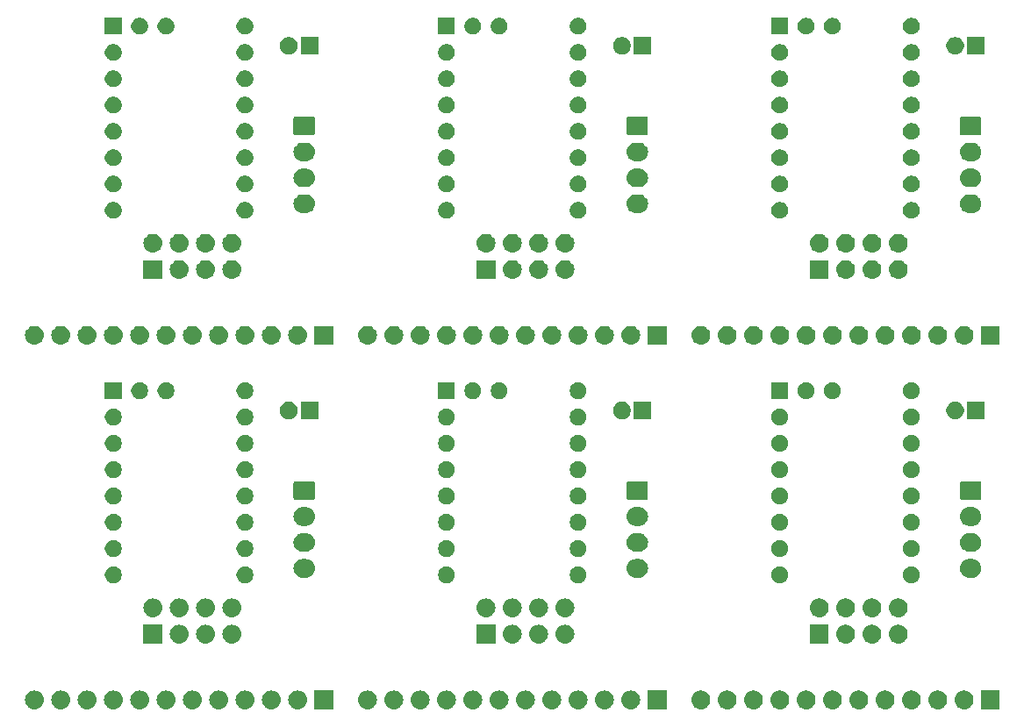
<source format=gbs>
G04 #@! TF.GenerationSoftware,KiCad,Pcbnew,5.0.2+dfsg1-1*
G04 #@! TF.CreationDate,2021-09-02T00:31:40+09:00*
G04 #@! TF.ProjectId,tmc-dev-board_panelized,746d632d-6465-4762-9d62-6f6172645f70,rev?*
G04 #@! TF.SameCoordinates,Original*
G04 #@! TF.FileFunction,Soldermask,Bot*
G04 #@! TF.FilePolarity,Negative*
%FSLAX46Y46*%
G04 Gerber Fmt 4.6, Leading zero omitted, Abs format (unit mm)*
G04 Created by KiCad (PCBNEW 5.0.2+dfsg1-1) date Thu 02 Sep 2021 12:31:40 AM JST*
%MOMM*%
%LPD*%
G01*
G04 APERTURE LIST*
%ADD10C,0.100000*%
G04 APERTURE END LIST*
D10*
G36*
X195863446Y-135272520D02*
X195929631Y-135279039D01*
X196042857Y-135313386D01*
X196099471Y-135330559D01*
X196238091Y-135404654D01*
X196255995Y-135414224D01*
X196291733Y-135443554D01*
X196393190Y-135526816D01*
X196476452Y-135628273D01*
X196505782Y-135664011D01*
X196505783Y-135664013D01*
X196589447Y-135820535D01*
X196589447Y-135820536D01*
X196640967Y-135990375D01*
X196658363Y-136167002D01*
X196640967Y-136343629D01*
X196606620Y-136456855D01*
X196589447Y-136513469D01*
X196515352Y-136652089D01*
X196505782Y-136669993D01*
X196476452Y-136705731D01*
X196393190Y-136807188D01*
X196291733Y-136890450D01*
X196255995Y-136919780D01*
X196255993Y-136919781D01*
X196099471Y-137003445D01*
X196042857Y-137020618D01*
X195929631Y-137054965D01*
X195863446Y-137061484D01*
X195797264Y-137068002D01*
X195708744Y-137068002D01*
X195642562Y-137061484D01*
X195576377Y-137054965D01*
X195463151Y-137020618D01*
X195406537Y-137003445D01*
X195250015Y-136919781D01*
X195250013Y-136919780D01*
X195214275Y-136890450D01*
X195112818Y-136807188D01*
X195029556Y-136705731D01*
X195000226Y-136669993D01*
X194990656Y-136652089D01*
X194916561Y-136513469D01*
X194899388Y-136456855D01*
X194865041Y-136343629D01*
X194847645Y-136167002D01*
X194865041Y-135990375D01*
X194916561Y-135820536D01*
X194916561Y-135820535D01*
X195000225Y-135664013D01*
X195000226Y-135664011D01*
X195029556Y-135628273D01*
X195112818Y-135526816D01*
X195214275Y-135443554D01*
X195250013Y-135414224D01*
X195267917Y-135404654D01*
X195406537Y-135330559D01*
X195463151Y-135313386D01*
X195576377Y-135279039D01*
X195642562Y-135272520D01*
X195708744Y-135266002D01*
X195797264Y-135266002D01*
X195863446Y-135272520D01*
X195863446Y-135272520D01*
G37*
G36*
X198403446Y-135272520D02*
X198469631Y-135279039D01*
X198582857Y-135313386D01*
X198639471Y-135330559D01*
X198778091Y-135404654D01*
X198795995Y-135414224D01*
X198831733Y-135443554D01*
X198933190Y-135526816D01*
X199016452Y-135628273D01*
X199045782Y-135664011D01*
X199045783Y-135664013D01*
X199129447Y-135820535D01*
X199129447Y-135820536D01*
X199180967Y-135990375D01*
X199198363Y-136167002D01*
X199180967Y-136343629D01*
X199146620Y-136456855D01*
X199129447Y-136513469D01*
X199055352Y-136652089D01*
X199045782Y-136669993D01*
X199016452Y-136705731D01*
X198933190Y-136807188D01*
X198831733Y-136890450D01*
X198795995Y-136919780D01*
X198795993Y-136919781D01*
X198639471Y-137003445D01*
X198582857Y-137020618D01*
X198469631Y-137054965D01*
X198403446Y-137061484D01*
X198337264Y-137068002D01*
X198248744Y-137068002D01*
X198182562Y-137061484D01*
X198116377Y-137054965D01*
X198003151Y-137020618D01*
X197946537Y-137003445D01*
X197790015Y-136919781D01*
X197790013Y-136919780D01*
X197754275Y-136890450D01*
X197652818Y-136807188D01*
X197569556Y-136705731D01*
X197540226Y-136669993D01*
X197530656Y-136652089D01*
X197456561Y-136513469D01*
X197439388Y-136456855D01*
X197405041Y-136343629D01*
X197387645Y-136167002D01*
X197405041Y-135990375D01*
X197456561Y-135820536D01*
X197456561Y-135820535D01*
X197540225Y-135664013D01*
X197540226Y-135664011D01*
X197569556Y-135628273D01*
X197652818Y-135526816D01*
X197754275Y-135443554D01*
X197790013Y-135414224D01*
X197807917Y-135404654D01*
X197946537Y-135330559D01*
X198003151Y-135313386D01*
X198116377Y-135279039D01*
X198182562Y-135272520D01*
X198248744Y-135266002D01*
X198337264Y-135266002D01*
X198403446Y-135272520D01*
X198403446Y-135272520D01*
G37*
G36*
X206814004Y-137068002D02*
X205012004Y-137068002D01*
X205012004Y-135266002D01*
X206814004Y-135266002D01*
X206814004Y-137068002D01*
X206814004Y-137068002D01*
G37*
G36*
X178083446Y-135272520D02*
X178149631Y-135279039D01*
X178262857Y-135313386D01*
X178319471Y-135330559D01*
X178458091Y-135404654D01*
X178475995Y-135414224D01*
X178511733Y-135443554D01*
X178613190Y-135526816D01*
X178696452Y-135628273D01*
X178725782Y-135664011D01*
X178725783Y-135664013D01*
X178809447Y-135820535D01*
X178809447Y-135820536D01*
X178860967Y-135990375D01*
X178878363Y-136167002D01*
X178860967Y-136343629D01*
X178826620Y-136456855D01*
X178809447Y-136513469D01*
X178735352Y-136652089D01*
X178725782Y-136669993D01*
X178696452Y-136705731D01*
X178613190Y-136807188D01*
X178511733Y-136890450D01*
X178475995Y-136919780D01*
X178475993Y-136919781D01*
X178319471Y-137003445D01*
X178262857Y-137020618D01*
X178149631Y-137054965D01*
X178083446Y-137061484D01*
X178017264Y-137068002D01*
X177928744Y-137068002D01*
X177862562Y-137061484D01*
X177796377Y-137054965D01*
X177683151Y-137020618D01*
X177626537Y-137003445D01*
X177470015Y-136919781D01*
X177470013Y-136919780D01*
X177434275Y-136890450D01*
X177332818Y-136807188D01*
X177249556Y-136705731D01*
X177220226Y-136669993D01*
X177210656Y-136652089D01*
X177136561Y-136513469D01*
X177119388Y-136456855D01*
X177085041Y-136343629D01*
X177067645Y-136167002D01*
X177085041Y-135990375D01*
X177136561Y-135820536D01*
X177136561Y-135820535D01*
X177220225Y-135664013D01*
X177220226Y-135664011D01*
X177249556Y-135628273D01*
X177332818Y-135526816D01*
X177434275Y-135443554D01*
X177470013Y-135414224D01*
X177487917Y-135404654D01*
X177626537Y-135330559D01*
X177683151Y-135313386D01*
X177796377Y-135279039D01*
X177862562Y-135272520D01*
X177928744Y-135266002D01*
X178017264Y-135266002D01*
X178083446Y-135272520D01*
X178083446Y-135272520D01*
G37*
G36*
X180623446Y-135272520D02*
X180689631Y-135279039D01*
X180802857Y-135313386D01*
X180859471Y-135330559D01*
X180998091Y-135404654D01*
X181015995Y-135414224D01*
X181051733Y-135443554D01*
X181153190Y-135526816D01*
X181236452Y-135628273D01*
X181265782Y-135664011D01*
X181265783Y-135664013D01*
X181349447Y-135820535D01*
X181349447Y-135820536D01*
X181400967Y-135990375D01*
X181418363Y-136167002D01*
X181400967Y-136343629D01*
X181366620Y-136456855D01*
X181349447Y-136513469D01*
X181275352Y-136652089D01*
X181265782Y-136669993D01*
X181236452Y-136705731D01*
X181153190Y-136807188D01*
X181051733Y-136890450D01*
X181015995Y-136919780D01*
X181015993Y-136919781D01*
X180859471Y-137003445D01*
X180802857Y-137020618D01*
X180689631Y-137054965D01*
X180623446Y-137061484D01*
X180557264Y-137068002D01*
X180468744Y-137068002D01*
X180402562Y-137061484D01*
X180336377Y-137054965D01*
X180223151Y-137020618D01*
X180166537Y-137003445D01*
X180010015Y-136919781D01*
X180010013Y-136919780D01*
X179974275Y-136890450D01*
X179872818Y-136807188D01*
X179789556Y-136705731D01*
X179760226Y-136669993D01*
X179750656Y-136652089D01*
X179676561Y-136513469D01*
X179659388Y-136456855D01*
X179625041Y-136343629D01*
X179607645Y-136167002D01*
X179625041Y-135990375D01*
X179676561Y-135820536D01*
X179676561Y-135820535D01*
X179760225Y-135664013D01*
X179760226Y-135664011D01*
X179789556Y-135628273D01*
X179872818Y-135526816D01*
X179974275Y-135443554D01*
X180010013Y-135414224D01*
X180027917Y-135404654D01*
X180166537Y-135330559D01*
X180223151Y-135313386D01*
X180336377Y-135279039D01*
X180402562Y-135272520D01*
X180468744Y-135266002D01*
X180557264Y-135266002D01*
X180623446Y-135272520D01*
X180623446Y-135272520D01*
G37*
G36*
X183163446Y-135272520D02*
X183229631Y-135279039D01*
X183342857Y-135313386D01*
X183399471Y-135330559D01*
X183538091Y-135404654D01*
X183555995Y-135414224D01*
X183591733Y-135443554D01*
X183693190Y-135526816D01*
X183776452Y-135628273D01*
X183805782Y-135664011D01*
X183805783Y-135664013D01*
X183889447Y-135820535D01*
X183889447Y-135820536D01*
X183940967Y-135990375D01*
X183958363Y-136167002D01*
X183940967Y-136343629D01*
X183906620Y-136456855D01*
X183889447Y-136513469D01*
X183815352Y-136652089D01*
X183805782Y-136669993D01*
X183776452Y-136705731D01*
X183693190Y-136807188D01*
X183591733Y-136890450D01*
X183555995Y-136919780D01*
X183555993Y-136919781D01*
X183399471Y-137003445D01*
X183342857Y-137020618D01*
X183229631Y-137054965D01*
X183163446Y-137061484D01*
X183097264Y-137068002D01*
X183008744Y-137068002D01*
X182942562Y-137061484D01*
X182876377Y-137054965D01*
X182763151Y-137020618D01*
X182706537Y-137003445D01*
X182550015Y-136919781D01*
X182550013Y-136919780D01*
X182514275Y-136890450D01*
X182412818Y-136807188D01*
X182329556Y-136705731D01*
X182300226Y-136669993D01*
X182290656Y-136652089D01*
X182216561Y-136513469D01*
X182199388Y-136456855D01*
X182165041Y-136343629D01*
X182147645Y-136167002D01*
X182165041Y-135990375D01*
X182216561Y-135820536D01*
X182216561Y-135820535D01*
X182300225Y-135664013D01*
X182300226Y-135664011D01*
X182329556Y-135628273D01*
X182412818Y-135526816D01*
X182514275Y-135443554D01*
X182550013Y-135414224D01*
X182567917Y-135404654D01*
X182706537Y-135330559D01*
X182763151Y-135313386D01*
X182876377Y-135279039D01*
X182942562Y-135272520D01*
X183008744Y-135266002D01*
X183097264Y-135266002D01*
X183163446Y-135272520D01*
X183163446Y-135272520D01*
G37*
G36*
X185703446Y-135272520D02*
X185769631Y-135279039D01*
X185882857Y-135313386D01*
X185939471Y-135330559D01*
X186078091Y-135404654D01*
X186095995Y-135414224D01*
X186131733Y-135443554D01*
X186233190Y-135526816D01*
X186316452Y-135628273D01*
X186345782Y-135664011D01*
X186345783Y-135664013D01*
X186429447Y-135820535D01*
X186429447Y-135820536D01*
X186480967Y-135990375D01*
X186498363Y-136167002D01*
X186480967Y-136343629D01*
X186446620Y-136456855D01*
X186429447Y-136513469D01*
X186355352Y-136652089D01*
X186345782Y-136669993D01*
X186316452Y-136705731D01*
X186233190Y-136807188D01*
X186131733Y-136890450D01*
X186095995Y-136919780D01*
X186095993Y-136919781D01*
X185939471Y-137003445D01*
X185882857Y-137020618D01*
X185769631Y-137054965D01*
X185703446Y-137061484D01*
X185637264Y-137068002D01*
X185548744Y-137068002D01*
X185482562Y-137061484D01*
X185416377Y-137054965D01*
X185303151Y-137020618D01*
X185246537Y-137003445D01*
X185090015Y-136919781D01*
X185090013Y-136919780D01*
X185054275Y-136890450D01*
X184952818Y-136807188D01*
X184869556Y-136705731D01*
X184840226Y-136669993D01*
X184830656Y-136652089D01*
X184756561Y-136513469D01*
X184739388Y-136456855D01*
X184705041Y-136343629D01*
X184687645Y-136167002D01*
X184705041Y-135990375D01*
X184756561Y-135820536D01*
X184756561Y-135820535D01*
X184840225Y-135664013D01*
X184840226Y-135664011D01*
X184869556Y-135628273D01*
X184952818Y-135526816D01*
X185054275Y-135443554D01*
X185090013Y-135414224D01*
X185107917Y-135404654D01*
X185246537Y-135330559D01*
X185303151Y-135313386D01*
X185416377Y-135279039D01*
X185482562Y-135272520D01*
X185548744Y-135266002D01*
X185637264Y-135266002D01*
X185703446Y-135272520D01*
X185703446Y-135272520D01*
G37*
G36*
X188243446Y-135272520D02*
X188309631Y-135279039D01*
X188422857Y-135313386D01*
X188479471Y-135330559D01*
X188618091Y-135404654D01*
X188635995Y-135414224D01*
X188671733Y-135443554D01*
X188773190Y-135526816D01*
X188856452Y-135628273D01*
X188885782Y-135664011D01*
X188885783Y-135664013D01*
X188969447Y-135820535D01*
X188969447Y-135820536D01*
X189020967Y-135990375D01*
X189038363Y-136167002D01*
X189020967Y-136343629D01*
X188986620Y-136456855D01*
X188969447Y-136513469D01*
X188895352Y-136652089D01*
X188885782Y-136669993D01*
X188856452Y-136705731D01*
X188773190Y-136807188D01*
X188671733Y-136890450D01*
X188635995Y-136919780D01*
X188635993Y-136919781D01*
X188479471Y-137003445D01*
X188422857Y-137020618D01*
X188309631Y-137054965D01*
X188243446Y-137061484D01*
X188177264Y-137068002D01*
X188088744Y-137068002D01*
X188022562Y-137061484D01*
X187956377Y-137054965D01*
X187843151Y-137020618D01*
X187786537Y-137003445D01*
X187630015Y-136919781D01*
X187630013Y-136919780D01*
X187594275Y-136890450D01*
X187492818Y-136807188D01*
X187409556Y-136705731D01*
X187380226Y-136669993D01*
X187370656Y-136652089D01*
X187296561Y-136513469D01*
X187279388Y-136456855D01*
X187245041Y-136343629D01*
X187227645Y-136167002D01*
X187245041Y-135990375D01*
X187296561Y-135820536D01*
X187296561Y-135820535D01*
X187380225Y-135664013D01*
X187380226Y-135664011D01*
X187409556Y-135628273D01*
X187492818Y-135526816D01*
X187594275Y-135443554D01*
X187630013Y-135414224D01*
X187647917Y-135404654D01*
X187786537Y-135330559D01*
X187843151Y-135313386D01*
X187956377Y-135279039D01*
X188022562Y-135272520D01*
X188088744Y-135266002D01*
X188177264Y-135266002D01*
X188243446Y-135272520D01*
X188243446Y-135272520D01*
G37*
G36*
X190783446Y-135272520D02*
X190849631Y-135279039D01*
X190962857Y-135313386D01*
X191019471Y-135330559D01*
X191158091Y-135404654D01*
X191175995Y-135414224D01*
X191211733Y-135443554D01*
X191313190Y-135526816D01*
X191396452Y-135628273D01*
X191425782Y-135664011D01*
X191425783Y-135664013D01*
X191509447Y-135820535D01*
X191509447Y-135820536D01*
X191560967Y-135990375D01*
X191578363Y-136167002D01*
X191560967Y-136343629D01*
X191526620Y-136456855D01*
X191509447Y-136513469D01*
X191435352Y-136652089D01*
X191425782Y-136669993D01*
X191396452Y-136705731D01*
X191313190Y-136807188D01*
X191211733Y-136890450D01*
X191175995Y-136919780D01*
X191175993Y-136919781D01*
X191019471Y-137003445D01*
X190962857Y-137020618D01*
X190849631Y-137054965D01*
X190783446Y-137061484D01*
X190717264Y-137068002D01*
X190628744Y-137068002D01*
X190562562Y-137061484D01*
X190496377Y-137054965D01*
X190383151Y-137020618D01*
X190326537Y-137003445D01*
X190170015Y-136919781D01*
X190170013Y-136919780D01*
X190134275Y-136890450D01*
X190032818Y-136807188D01*
X189949556Y-136705731D01*
X189920226Y-136669993D01*
X189910656Y-136652089D01*
X189836561Y-136513469D01*
X189819388Y-136456855D01*
X189785041Y-136343629D01*
X189767645Y-136167002D01*
X189785041Y-135990375D01*
X189836561Y-135820536D01*
X189836561Y-135820535D01*
X189920225Y-135664013D01*
X189920226Y-135664011D01*
X189949556Y-135628273D01*
X190032818Y-135526816D01*
X190134275Y-135443554D01*
X190170013Y-135414224D01*
X190187917Y-135404654D01*
X190326537Y-135330559D01*
X190383151Y-135313386D01*
X190496377Y-135279039D01*
X190562562Y-135272520D01*
X190628744Y-135266002D01*
X190717264Y-135266002D01*
X190783446Y-135272520D01*
X190783446Y-135272520D01*
G37*
G36*
X193323446Y-135272520D02*
X193389631Y-135279039D01*
X193502857Y-135313386D01*
X193559471Y-135330559D01*
X193698091Y-135404654D01*
X193715995Y-135414224D01*
X193751733Y-135443554D01*
X193853190Y-135526816D01*
X193936452Y-135628273D01*
X193965782Y-135664011D01*
X193965783Y-135664013D01*
X194049447Y-135820535D01*
X194049447Y-135820536D01*
X194100967Y-135990375D01*
X194118363Y-136167002D01*
X194100967Y-136343629D01*
X194066620Y-136456855D01*
X194049447Y-136513469D01*
X193975352Y-136652089D01*
X193965782Y-136669993D01*
X193936452Y-136705731D01*
X193853190Y-136807188D01*
X193751733Y-136890450D01*
X193715995Y-136919780D01*
X193715993Y-136919781D01*
X193559471Y-137003445D01*
X193502857Y-137020618D01*
X193389631Y-137054965D01*
X193323446Y-137061484D01*
X193257264Y-137068002D01*
X193168744Y-137068002D01*
X193102562Y-137061484D01*
X193036377Y-137054965D01*
X192923151Y-137020618D01*
X192866537Y-137003445D01*
X192710015Y-136919781D01*
X192710013Y-136919780D01*
X192674275Y-136890450D01*
X192572818Y-136807188D01*
X192489556Y-136705731D01*
X192460226Y-136669993D01*
X192450656Y-136652089D01*
X192376561Y-136513469D01*
X192359388Y-136456855D01*
X192325041Y-136343629D01*
X192307645Y-136167002D01*
X192325041Y-135990375D01*
X192376561Y-135820536D01*
X192376561Y-135820535D01*
X192460225Y-135664013D01*
X192460226Y-135664011D01*
X192489556Y-135628273D01*
X192572818Y-135526816D01*
X192674275Y-135443554D01*
X192710013Y-135414224D01*
X192727917Y-135404654D01*
X192866537Y-135330559D01*
X192923151Y-135313386D01*
X193036377Y-135279039D01*
X193102562Y-135272520D01*
X193168744Y-135266002D01*
X193257264Y-135266002D01*
X193323446Y-135272520D01*
X193323446Y-135272520D01*
G37*
G36*
X161169444Y-135272520D02*
X161235629Y-135279039D01*
X161348855Y-135313386D01*
X161405469Y-135330559D01*
X161544089Y-135404654D01*
X161561993Y-135414224D01*
X161597731Y-135443554D01*
X161699188Y-135526816D01*
X161782450Y-135628273D01*
X161811780Y-135664011D01*
X161811781Y-135664013D01*
X161895445Y-135820535D01*
X161895445Y-135820536D01*
X161946965Y-135990375D01*
X161964361Y-136167002D01*
X161946965Y-136343629D01*
X161912618Y-136456855D01*
X161895445Y-136513469D01*
X161821350Y-136652089D01*
X161811780Y-136669993D01*
X161782450Y-136705731D01*
X161699188Y-136807188D01*
X161597731Y-136890450D01*
X161561993Y-136919780D01*
X161561991Y-136919781D01*
X161405469Y-137003445D01*
X161348855Y-137020618D01*
X161235629Y-137054965D01*
X161169444Y-137061484D01*
X161103262Y-137068002D01*
X161014742Y-137068002D01*
X160948560Y-137061484D01*
X160882375Y-137054965D01*
X160769149Y-137020618D01*
X160712535Y-137003445D01*
X160556013Y-136919781D01*
X160556011Y-136919780D01*
X160520273Y-136890450D01*
X160418816Y-136807188D01*
X160335554Y-136705731D01*
X160306224Y-136669993D01*
X160296654Y-136652089D01*
X160222559Y-136513469D01*
X160205386Y-136456855D01*
X160171039Y-136343629D01*
X160153643Y-136167002D01*
X160171039Y-135990375D01*
X160222559Y-135820536D01*
X160222559Y-135820535D01*
X160306223Y-135664013D01*
X160306224Y-135664011D01*
X160335554Y-135628273D01*
X160418816Y-135526816D01*
X160520273Y-135443554D01*
X160556011Y-135414224D01*
X160573915Y-135404654D01*
X160712535Y-135330559D01*
X160769149Y-135313386D01*
X160882375Y-135279039D01*
X160948560Y-135272520D01*
X161014742Y-135266002D01*
X161103262Y-135266002D01*
X161169444Y-135272520D01*
X161169444Y-135272520D01*
G37*
G36*
X203483446Y-135272520D02*
X203549631Y-135279039D01*
X203662857Y-135313386D01*
X203719471Y-135330559D01*
X203858091Y-135404654D01*
X203875995Y-135414224D01*
X203911733Y-135443554D01*
X204013190Y-135526816D01*
X204096452Y-135628273D01*
X204125782Y-135664011D01*
X204125783Y-135664013D01*
X204209447Y-135820535D01*
X204209447Y-135820536D01*
X204260967Y-135990375D01*
X204278363Y-136167002D01*
X204260967Y-136343629D01*
X204226620Y-136456855D01*
X204209447Y-136513469D01*
X204135352Y-136652089D01*
X204125782Y-136669993D01*
X204096452Y-136705731D01*
X204013190Y-136807188D01*
X203911733Y-136890450D01*
X203875995Y-136919780D01*
X203875993Y-136919781D01*
X203719471Y-137003445D01*
X203662857Y-137020618D01*
X203549631Y-137054965D01*
X203483446Y-137061484D01*
X203417264Y-137068002D01*
X203328744Y-137068002D01*
X203262562Y-137061484D01*
X203196377Y-137054965D01*
X203083151Y-137020618D01*
X203026537Y-137003445D01*
X202870015Y-136919781D01*
X202870013Y-136919780D01*
X202834275Y-136890450D01*
X202732818Y-136807188D01*
X202649556Y-136705731D01*
X202620226Y-136669993D01*
X202610656Y-136652089D01*
X202536561Y-136513469D01*
X202519388Y-136456855D01*
X202485041Y-136343629D01*
X202467645Y-136167002D01*
X202485041Y-135990375D01*
X202536561Y-135820536D01*
X202536561Y-135820535D01*
X202620225Y-135664013D01*
X202620226Y-135664011D01*
X202649556Y-135628273D01*
X202732818Y-135526816D01*
X202834275Y-135443554D01*
X202870013Y-135414224D01*
X202887917Y-135404654D01*
X203026537Y-135330559D01*
X203083151Y-135313386D01*
X203196377Y-135279039D01*
X203262562Y-135272520D01*
X203328744Y-135266002D01*
X203417264Y-135266002D01*
X203483446Y-135272520D01*
X203483446Y-135272520D01*
G37*
G36*
X200943446Y-135272520D02*
X201009631Y-135279039D01*
X201122857Y-135313386D01*
X201179471Y-135330559D01*
X201318091Y-135404654D01*
X201335995Y-135414224D01*
X201371733Y-135443554D01*
X201473190Y-135526816D01*
X201556452Y-135628273D01*
X201585782Y-135664011D01*
X201585783Y-135664013D01*
X201669447Y-135820535D01*
X201669447Y-135820536D01*
X201720967Y-135990375D01*
X201738363Y-136167002D01*
X201720967Y-136343629D01*
X201686620Y-136456855D01*
X201669447Y-136513469D01*
X201595352Y-136652089D01*
X201585782Y-136669993D01*
X201556452Y-136705731D01*
X201473190Y-136807188D01*
X201371733Y-136890450D01*
X201335995Y-136919780D01*
X201335993Y-136919781D01*
X201179471Y-137003445D01*
X201122857Y-137020618D01*
X201009631Y-137054965D01*
X200943446Y-137061484D01*
X200877264Y-137068002D01*
X200788744Y-137068002D01*
X200722562Y-137061484D01*
X200656377Y-137054965D01*
X200543151Y-137020618D01*
X200486537Y-137003445D01*
X200330015Y-136919781D01*
X200330013Y-136919780D01*
X200294275Y-136890450D01*
X200192818Y-136807188D01*
X200109556Y-136705731D01*
X200080226Y-136669993D01*
X200070656Y-136652089D01*
X199996561Y-136513469D01*
X199979388Y-136456855D01*
X199945041Y-136343629D01*
X199927645Y-136167002D01*
X199945041Y-135990375D01*
X199996561Y-135820536D01*
X199996561Y-135820535D01*
X200080225Y-135664013D01*
X200080226Y-135664011D01*
X200109556Y-135628273D01*
X200192818Y-135526816D01*
X200294275Y-135443554D01*
X200330013Y-135414224D01*
X200347917Y-135404654D01*
X200486537Y-135330559D01*
X200543151Y-135313386D01*
X200656377Y-135279039D01*
X200722562Y-135272520D01*
X200788744Y-135266002D01*
X200877264Y-135266002D01*
X200943446Y-135272520D01*
X200943446Y-135272520D01*
G37*
G36*
X145929444Y-135272520D02*
X145995629Y-135279039D01*
X146108855Y-135313386D01*
X146165469Y-135330559D01*
X146304089Y-135404654D01*
X146321993Y-135414224D01*
X146357731Y-135443554D01*
X146459188Y-135526816D01*
X146542450Y-135628273D01*
X146571780Y-135664011D01*
X146571781Y-135664013D01*
X146655445Y-135820535D01*
X146655445Y-135820536D01*
X146706965Y-135990375D01*
X146724361Y-136167002D01*
X146706965Y-136343629D01*
X146672618Y-136456855D01*
X146655445Y-136513469D01*
X146581350Y-136652089D01*
X146571780Y-136669993D01*
X146542450Y-136705731D01*
X146459188Y-136807188D01*
X146357731Y-136890450D01*
X146321993Y-136919780D01*
X146321991Y-136919781D01*
X146165469Y-137003445D01*
X146108855Y-137020618D01*
X145995629Y-137054965D01*
X145929444Y-137061484D01*
X145863262Y-137068002D01*
X145774742Y-137068002D01*
X145708560Y-137061484D01*
X145642375Y-137054965D01*
X145529149Y-137020618D01*
X145472535Y-137003445D01*
X145316013Y-136919781D01*
X145316011Y-136919780D01*
X145280273Y-136890450D01*
X145178816Y-136807188D01*
X145095554Y-136705731D01*
X145066224Y-136669993D01*
X145056654Y-136652089D01*
X144982559Y-136513469D01*
X144965386Y-136456855D01*
X144931039Y-136343629D01*
X144913643Y-136167002D01*
X144931039Y-135990375D01*
X144982559Y-135820536D01*
X144982559Y-135820535D01*
X145066223Y-135664013D01*
X145066224Y-135664011D01*
X145095554Y-135628273D01*
X145178816Y-135526816D01*
X145280273Y-135443554D01*
X145316011Y-135414224D01*
X145333915Y-135404654D01*
X145472535Y-135330559D01*
X145529149Y-135313386D01*
X145642375Y-135279039D01*
X145708560Y-135272520D01*
X145774742Y-135266002D01*
X145863262Y-135266002D01*
X145929444Y-135272520D01*
X145929444Y-135272520D01*
G37*
G36*
X148469444Y-135272520D02*
X148535629Y-135279039D01*
X148648855Y-135313386D01*
X148705469Y-135330559D01*
X148844089Y-135404654D01*
X148861993Y-135414224D01*
X148897731Y-135443554D01*
X148999188Y-135526816D01*
X149082450Y-135628273D01*
X149111780Y-135664011D01*
X149111781Y-135664013D01*
X149195445Y-135820535D01*
X149195445Y-135820536D01*
X149246965Y-135990375D01*
X149264361Y-136167002D01*
X149246965Y-136343629D01*
X149212618Y-136456855D01*
X149195445Y-136513469D01*
X149121350Y-136652089D01*
X149111780Y-136669993D01*
X149082450Y-136705731D01*
X148999188Y-136807188D01*
X148897731Y-136890450D01*
X148861993Y-136919780D01*
X148861991Y-136919781D01*
X148705469Y-137003445D01*
X148648855Y-137020618D01*
X148535629Y-137054965D01*
X148469444Y-137061484D01*
X148403262Y-137068002D01*
X148314742Y-137068002D01*
X148248560Y-137061484D01*
X148182375Y-137054965D01*
X148069149Y-137020618D01*
X148012535Y-137003445D01*
X147856013Y-136919781D01*
X147856011Y-136919780D01*
X147820273Y-136890450D01*
X147718816Y-136807188D01*
X147635554Y-136705731D01*
X147606224Y-136669993D01*
X147596654Y-136652089D01*
X147522559Y-136513469D01*
X147505386Y-136456855D01*
X147471039Y-136343629D01*
X147453643Y-136167002D01*
X147471039Y-135990375D01*
X147522559Y-135820536D01*
X147522559Y-135820535D01*
X147606223Y-135664013D01*
X147606224Y-135664011D01*
X147635554Y-135628273D01*
X147718816Y-135526816D01*
X147820273Y-135443554D01*
X147856011Y-135414224D01*
X147873915Y-135404654D01*
X148012535Y-135330559D01*
X148069149Y-135313386D01*
X148182375Y-135279039D01*
X148248560Y-135272520D01*
X148314742Y-135266002D01*
X148403262Y-135266002D01*
X148469444Y-135272520D01*
X148469444Y-135272520D01*
G37*
G36*
X151009444Y-135272520D02*
X151075629Y-135279039D01*
X151188855Y-135313386D01*
X151245469Y-135330559D01*
X151384089Y-135404654D01*
X151401993Y-135414224D01*
X151437731Y-135443554D01*
X151539188Y-135526816D01*
X151622450Y-135628273D01*
X151651780Y-135664011D01*
X151651781Y-135664013D01*
X151735445Y-135820535D01*
X151735445Y-135820536D01*
X151786965Y-135990375D01*
X151804361Y-136167002D01*
X151786965Y-136343629D01*
X151752618Y-136456855D01*
X151735445Y-136513469D01*
X151661350Y-136652089D01*
X151651780Y-136669993D01*
X151622450Y-136705731D01*
X151539188Y-136807188D01*
X151437731Y-136890450D01*
X151401993Y-136919780D01*
X151401991Y-136919781D01*
X151245469Y-137003445D01*
X151188855Y-137020618D01*
X151075629Y-137054965D01*
X151009444Y-137061484D01*
X150943262Y-137068002D01*
X150854742Y-137068002D01*
X150788560Y-137061484D01*
X150722375Y-137054965D01*
X150609149Y-137020618D01*
X150552535Y-137003445D01*
X150396013Y-136919781D01*
X150396011Y-136919780D01*
X150360273Y-136890450D01*
X150258816Y-136807188D01*
X150175554Y-136705731D01*
X150146224Y-136669993D01*
X150136654Y-136652089D01*
X150062559Y-136513469D01*
X150045386Y-136456855D01*
X150011039Y-136343629D01*
X149993643Y-136167002D01*
X150011039Y-135990375D01*
X150062559Y-135820536D01*
X150062559Y-135820535D01*
X150146223Y-135664013D01*
X150146224Y-135664011D01*
X150175554Y-135628273D01*
X150258816Y-135526816D01*
X150360273Y-135443554D01*
X150396011Y-135414224D01*
X150413915Y-135404654D01*
X150552535Y-135330559D01*
X150609149Y-135313386D01*
X150722375Y-135279039D01*
X150788560Y-135272520D01*
X150854742Y-135266002D01*
X150943262Y-135266002D01*
X151009444Y-135272520D01*
X151009444Y-135272520D01*
G37*
G36*
X153549444Y-135272520D02*
X153615629Y-135279039D01*
X153728855Y-135313386D01*
X153785469Y-135330559D01*
X153924089Y-135404654D01*
X153941993Y-135414224D01*
X153977731Y-135443554D01*
X154079188Y-135526816D01*
X154162450Y-135628273D01*
X154191780Y-135664011D01*
X154191781Y-135664013D01*
X154275445Y-135820535D01*
X154275445Y-135820536D01*
X154326965Y-135990375D01*
X154344361Y-136167002D01*
X154326965Y-136343629D01*
X154292618Y-136456855D01*
X154275445Y-136513469D01*
X154201350Y-136652089D01*
X154191780Y-136669993D01*
X154162450Y-136705731D01*
X154079188Y-136807188D01*
X153977731Y-136890450D01*
X153941993Y-136919780D01*
X153941991Y-136919781D01*
X153785469Y-137003445D01*
X153728855Y-137020618D01*
X153615629Y-137054965D01*
X153549444Y-137061484D01*
X153483262Y-137068002D01*
X153394742Y-137068002D01*
X153328560Y-137061484D01*
X153262375Y-137054965D01*
X153149149Y-137020618D01*
X153092535Y-137003445D01*
X152936013Y-136919781D01*
X152936011Y-136919780D01*
X152900273Y-136890450D01*
X152798816Y-136807188D01*
X152715554Y-136705731D01*
X152686224Y-136669993D01*
X152676654Y-136652089D01*
X152602559Y-136513469D01*
X152585386Y-136456855D01*
X152551039Y-136343629D01*
X152533643Y-136167002D01*
X152551039Y-135990375D01*
X152602559Y-135820536D01*
X152602559Y-135820535D01*
X152686223Y-135664013D01*
X152686224Y-135664011D01*
X152715554Y-135628273D01*
X152798816Y-135526816D01*
X152900273Y-135443554D01*
X152936011Y-135414224D01*
X152953915Y-135404654D01*
X153092535Y-135330559D01*
X153149149Y-135313386D01*
X153262375Y-135279039D01*
X153328560Y-135272520D01*
X153394742Y-135266002D01*
X153483262Y-135266002D01*
X153549444Y-135272520D01*
X153549444Y-135272520D01*
G37*
G36*
X156089444Y-135272520D02*
X156155629Y-135279039D01*
X156268855Y-135313386D01*
X156325469Y-135330559D01*
X156464089Y-135404654D01*
X156481993Y-135414224D01*
X156517731Y-135443554D01*
X156619188Y-135526816D01*
X156702450Y-135628273D01*
X156731780Y-135664011D01*
X156731781Y-135664013D01*
X156815445Y-135820535D01*
X156815445Y-135820536D01*
X156866965Y-135990375D01*
X156884361Y-136167002D01*
X156866965Y-136343629D01*
X156832618Y-136456855D01*
X156815445Y-136513469D01*
X156741350Y-136652089D01*
X156731780Y-136669993D01*
X156702450Y-136705731D01*
X156619188Y-136807188D01*
X156517731Y-136890450D01*
X156481993Y-136919780D01*
X156481991Y-136919781D01*
X156325469Y-137003445D01*
X156268855Y-137020618D01*
X156155629Y-137054965D01*
X156089444Y-137061484D01*
X156023262Y-137068002D01*
X155934742Y-137068002D01*
X155868560Y-137061484D01*
X155802375Y-137054965D01*
X155689149Y-137020618D01*
X155632535Y-137003445D01*
X155476013Y-136919781D01*
X155476011Y-136919780D01*
X155440273Y-136890450D01*
X155338816Y-136807188D01*
X155255554Y-136705731D01*
X155226224Y-136669993D01*
X155216654Y-136652089D01*
X155142559Y-136513469D01*
X155125386Y-136456855D01*
X155091039Y-136343629D01*
X155073643Y-136167002D01*
X155091039Y-135990375D01*
X155142559Y-135820536D01*
X155142559Y-135820535D01*
X155226223Y-135664013D01*
X155226224Y-135664011D01*
X155255554Y-135628273D01*
X155338816Y-135526816D01*
X155440273Y-135443554D01*
X155476011Y-135414224D01*
X155493915Y-135404654D01*
X155632535Y-135330559D01*
X155689149Y-135313386D01*
X155802375Y-135279039D01*
X155868560Y-135272520D01*
X155934742Y-135266002D01*
X156023262Y-135266002D01*
X156089444Y-135272520D01*
X156089444Y-135272520D01*
G37*
G36*
X121395442Y-135272520D02*
X121461627Y-135279039D01*
X121574853Y-135313386D01*
X121631467Y-135330559D01*
X121770087Y-135404654D01*
X121787991Y-135414224D01*
X121823729Y-135443554D01*
X121925186Y-135526816D01*
X122008448Y-135628273D01*
X122037778Y-135664011D01*
X122037779Y-135664013D01*
X122121443Y-135820535D01*
X122121443Y-135820536D01*
X122172963Y-135990375D01*
X122190359Y-136167002D01*
X122172963Y-136343629D01*
X122138616Y-136456855D01*
X122121443Y-136513469D01*
X122047348Y-136652089D01*
X122037778Y-136669993D01*
X122008448Y-136705731D01*
X121925186Y-136807188D01*
X121823729Y-136890450D01*
X121787991Y-136919780D01*
X121787989Y-136919781D01*
X121631467Y-137003445D01*
X121574853Y-137020618D01*
X121461627Y-137054965D01*
X121395442Y-137061484D01*
X121329260Y-137068002D01*
X121240740Y-137068002D01*
X121174558Y-137061484D01*
X121108373Y-137054965D01*
X120995147Y-137020618D01*
X120938533Y-137003445D01*
X120782011Y-136919781D01*
X120782009Y-136919780D01*
X120746271Y-136890450D01*
X120644814Y-136807188D01*
X120561552Y-136705731D01*
X120532222Y-136669993D01*
X120522652Y-136652089D01*
X120448557Y-136513469D01*
X120431384Y-136456855D01*
X120397037Y-136343629D01*
X120379641Y-136167002D01*
X120397037Y-135990375D01*
X120448557Y-135820536D01*
X120448557Y-135820535D01*
X120532221Y-135664013D01*
X120532222Y-135664011D01*
X120561552Y-135628273D01*
X120644814Y-135526816D01*
X120746271Y-135443554D01*
X120782009Y-135414224D01*
X120799913Y-135404654D01*
X120938533Y-135330559D01*
X120995147Y-135313386D01*
X121108373Y-135279039D01*
X121174558Y-135272520D01*
X121240740Y-135266002D01*
X121329260Y-135266002D01*
X121395442Y-135272520D01*
X121395442Y-135272520D01*
G37*
G36*
X139175442Y-135272520D02*
X139241627Y-135279039D01*
X139354853Y-135313386D01*
X139411467Y-135330559D01*
X139550087Y-135404654D01*
X139567991Y-135414224D01*
X139603729Y-135443554D01*
X139705186Y-135526816D01*
X139788448Y-135628273D01*
X139817778Y-135664011D01*
X139817779Y-135664013D01*
X139901443Y-135820535D01*
X139901443Y-135820536D01*
X139952963Y-135990375D01*
X139970359Y-136167002D01*
X139952963Y-136343629D01*
X139918616Y-136456855D01*
X139901443Y-136513469D01*
X139827348Y-136652089D01*
X139817778Y-136669993D01*
X139788448Y-136705731D01*
X139705186Y-136807188D01*
X139603729Y-136890450D01*
X139567991Y-136919780D01*
X139567989Y-136919781D01*
X139411467Y-137003445D01*
X139354853Y-137020618D01*
X139241627Y-137054965D01*
X139175442Y-137061484D01*
X139109260Y-137068002D01*
X139020740Y-137068002D01*
X138954558Y-137061484D01*
X138888373Y-137054965D01*
X138775147Y-137020618D01*
X138718533Y-137003445D01*
X138562011Y-136919781D01*
X138562009Y-136919780D01*
X138526271Y-136890450D01*
X138424814Y-136807188D01*
X138341552Y-136705731D01*
X138312222Y-136669993D01*
X138302652Y-136652089D01*
X138228557Y-136513469D01*
X138211384Y-136456855D01*
X138177037Y-136343629D01*
X138159641Y-136167002D01*
X138177037Y-135990375D01*
X138228557Y-135820536D01*
X138228557Y-135820535D01*
X138312221Y-135664013D01*
X138312222Y-135664011D01*
X138341552Y-135628273D01*
X138424814Y-135526816D01*
X138526271Y-135443554D01*
X138562009Y-135414224D01*
X138579913Y-135404654D01*
X138718533Y-135330559D01*
X138775147Y-135313386D01*
X138888373Y-135279039D01*
X138954558Y-135272520D01*
X139020740Y-135266002D01*
X139109260Y-135266002D01*
X139175442Y-135272520D01*
X139175442Y-135272520D01*
G37*
G36*
X163709444Y-135272520D02*
X163775629Y-135279039D01*
X163888855Y-135313386D01*
X163945469Y-135330559D01*
X164084089Y-135404654D01*
X164101993Y-135414224D01*
X164137731Y-135443554D01*
X164239188Y-135526816D01*
X164322450Y-135628273D01*
X164351780Y-135664011D01*
X164351781Y-135664013D01*
X164435445Y-135820535D01*
X164435445Y-135820536D01*
X164486965Y-135990375D01*
X164504361Y-136167002D01*
X164486965Y-136343629D01*
X164452618Y-136456855D01*
X164435445Y-136513469D01*
X164361350Y-136652089D01*
X164351780Y-136669993D01*
X164322450Y-136705731D01*
X164239188Y-136807188D01*
X164137731Y-136890450D01*
X164101993Y-136919780D01*
X164101991Y-136919781D01*
X163945469Y-137003445D01*
X163888855Y-137020618D01*
X163775629Y-137054965D01*
X163709444Y-137061484D01*
X163643262Y-137068002D01*
X163554742Y-137068002D01*
X163488560Y-137061484D01*
X163422375Y-137054965D01*
X163309149Y-137020618D01*
X163252535Y-137003445D01*
X163096013Y-136919781D01*
X163096011Y-136919780D01*
X163060273Y-136890450D01*
X162958816Y-136807188D01*
X162875554Y-136705731D01*
X162846224Y-136669993D01*
X162836654Y-136652089D01*
X162762559Y-136513469D01*
X162745386Y-136456855D01*
X162711039Y-136343629D01*
X162693643Y-136167002D01*
X162711039Y-135990375D01*
X162762559Y-135820536D01*
X162762559Y-135820535D01*
X162846223Y-135664013D01*
X162846224Y-135664011D01*
X162875554Y-135628273D01*
X162958816Y-135526816D01*
X163060273Y-135443554D01*
X163096011Y-135414224D01*
X163113915Y-135404654D01*
X163252535Y-135330559D01*
X163309149Y-135313386D01*
X163422375Y-135279039D01*
X163488560Y-135272520D01*
X163554742Y-135266002D01*
X163643262Y-135266002D01*
X163709444Y-135272520D01*
X163709444Y-135272520D01*
G37*
G36*
X166249444Y-135272520D02*
X166315629Y-135279039D01*
X166428855Y-135313386D01*
X166485469Y-135330559D01*
X166624089Y-135404654D01*
X166641993Y-135414224D01*
X166677731Y-135443554D01*
X166779188Y-135526816D01*
X166862450Y-135628273D01*
X166891780Y-135664011D01*
X166891781Y-135664013D01*
X166975445Y-135820535D01*
X166975445Y-135820536D01*
X167026965Y-135990375D01*
X167044361Y-136167002D01*
X167026965Y-136343629D01*
X166992618Y-136456855D01*
X166975445Y-136513469D01*
X166901350Y-136652089D01*
X166891780Y-136669993D01*
X166862450Y-136705731D01*
X166779188Y-136807188D01*
X166677731Y-136890450D01*
X166641993Y-136919780D01*
X166641991Y-136919781D01*
X166485469Y-137003445D01*
X166428855Y-137020618D01*
X166315629Y-137054965D01*
X166249444Y-137061484D01*
X166183262Y-137068002D01*
X166094742Y-137068002D01*
X166028560Y-137061484D01*
X165962375Y-137054965D01*
X165849149Y-137020618D01*
X165792535Y-137003445D01*
X165636013Y-136919781D01*
X165636011Y-136919780D01*
X165600273Y-136890450D01*
X165498816Y-136807188D01*
X165415554Y-136705731D01*
X165386224Y-136669993D01*
X165376654Y-136652089D01*
X165302559Y-136513469D01*
X165285386Y-136456855D01*
X165251039Y-136343629D01*
X165233643Y-136167002D01*
X165251039Y-135990375D01*
X165302559Y-135820536D01*
X165302559Y-135820535D01*
X165386223Y-135664013D01*
X165386224Y-135664011D01*
X165415554Y-135628273D01*
X165498816Y-135526816D01*
X165600273Y-135443554D01*
X165636011Y-135414224D01*
X165653915Y-135404654D01*
X165792535Y-135330559D01*
X165849149Y-135313386D01*
X165962375Y-135279039D01*
X166028560Y-135272520D01*
X166094742Y-135266002D01*
X166183262Y-135266002D01*
X166249444Y-135272520D01*
X166249444Y-135272520D01*
G37*
G36*
X168789444Y-135272520D02*
X168855629Y-135279039D01*
X168968855Y-135313386D01*
X169025469Y-135330559D01*
X169164089Y-135404654D01*
X169181993Y-135414224D01*
X169217731Y-135443554D01*
X169319188Y-135526816D01*
X169402450Y-135628273D01*
X169431780Y-135664011D01*
X169431781Y-135664013D01*
X169515445Y-135820535D01*
X169515445Y-135820536D01*
X169566965Y-135990375D01*
X169584361Y-136167002D01*
X169566965Y-136343629D01*
X169532618Y-136456855D01*
X169515445Y-136513469D01*
X169441350Y-136652089D01*
X169431780Y-136669993D01*
X169402450Y-136705731D01*
X169319188Y-136807188D01*
X169217731Y-136890450D01*
X169181993Y-136919780D01*
X169181991Y-136919781D01*
X169025469Y-137003445D01*
X168968855Y-137020618D01*
X168855629Y-137054965D01*
X168789444Y-137061484D01*
X168723262Y-137068002D01*
X168634742Y-137068002D01*
X168568560Y-137061484D01*
X168502375Y-137054965D01*
X168389149Y-137020618D01*
X168332535Y-137003445D01*
X168176013Y-136919781D01*
X168176011Y-136919780D01*
X168140273Y-136890450D01*
X168038816Y-136807188D01*
X167955554Y-136705731D01*
X167926224Y-136669993D01*
X167916654Y-136652089D01*
X167842559Y-136513469D01*
X167825386Y-136456855D01*
X167791039Y-136343629D01*
X167773643Y-136167002D01*
X167791039Y-135990375D01*
X167842559Y-135820536D01*
X167842559Y-135820535D01*
X167926223Y-135664013D01*
X167926224Y-135664011D01*
X167955554Y-135628273D01*
X168038816Y-135526816D01*
X168140273Y-135443554D01*
X168176011Y-135414224D01*
X168193915Y-135404654D01*
X168332535Y-135330559D01*
X168389149Y-135313386D01*
X168502375Y-135279039D01*
X168568560Y-135272520D01*
X168634742Y-135266002D01*
X168723262Y-135266002D01*
X168789444Y-135272520D01*
X168789444Y-135272520D01*
G37*
G36*
X171329444Y-135272520D02*
X171395629Y-135279039D01*
X171508855Y-135313386D01*
X171565469Y-135330559D01*
X171704089Y-135404654D01*
X171721993Y-135414224D01*
X171757731Y-135443554D01*
X171859188Y-135526816D01*
X171942450Y-135628273D01*
X171971780Y-135664011D01*
X171971781Y-135664013D01*
X172055445Y-135820535D01*
X172055445Y-135820536D01*
X172106965Y-135990375D01*
X172124361Y-136167002D01*
X172106965Y-136343629D01*
X172072618Y-136456855D01*
X172055445Y-136513469D01*
X171981350Y-136652089D01*
X171971780Y-136669993D01*
X171942450Y-136705731D01*
X171859188Y-136807188D01*
X171757731Y-136890450D01*
X171721993Y-136919780D01*
X171721991Y-136919781D01*
X171565469Y-137003445D01*
X171508855Y-137020618D01*
X171395629Y-137054965D01*
X171329444Y-137061484D01*
X171263262Y-137068002D01*
X171174742Y-137068002D01*
X171108560Y-137061484D01*
X171042375Y-137054965D01*
X170929149Y-137020618D01*
X170872535Y-137003445D01*
X170716013Y-136919781D01*
X170716011Y-136919780D01*
X170680273Y-136890450D01*
X170578816Y-136807188D01*
X170495554Y-136705731D01*
X170466224Y-136669993D01*
X170456654Y-136652089D01*
X170382559Y-136513469D01*
X170365386Y-136456855D01*
X170331039Y-136343629D01*
X170313643Y-136167002D01*
X170331039Y-135990375D01*
X170382559Y-135820536D01*
X170382559Y-135820535D01*
X170466223Y-135664013D01*
X170466224Y-135664011D01*
X170495554Y-135628273D01*
X170578816Y-135526816D01*
X170680273Y-135443554D01*
X170716011Y-135414224D01*
X170733915Y-135404654D01*
X170872535Y-135330559D01*
X170929149Y-135313386D01*
X171042375Y-135279039D01*
X171108560Y-135272520D01*
X171174742Y-135266002D01*
X171263262Y-135266002D01*
X171329444Y-135272520D01*
X171329444Y-135272520D01*
G37*
G36*
X174660002Y-137068002D02*
X172858002Y-137068002D01*
X172858002Y-135266002D01*
X174660002Y-135266002D01*
X174660002Y-137068002D01*
X174660002Y-137068002D01*
G37*
G36*
X113775442Y-135272520D02*
X113841627Y-135279039D01*
X113954853Y-135313386D01*
X114011467Y-135330559D01*
X114150087Y-135404654D01*
X114167991Y-135414224D01*
X114203729Y-135443554D01*
X114305186Y-135526816D01*
X114388448Y-135628273D01*
X114417778Y-135664011D01*
X114417779Y-135664013D01*
X114501443Y-135820535D01*
X114501443Y-135820536D01*
X114552963Y-135990375D01*
X114570359Y-136167002D01*
X114552963Y-136343629D01*
X114518616Y-136456855D01*
X114501443Y-136513469D01*
X114427348Y-136652089D01*
X114417778Y-136669993D01*
X114388448Y-136705731D01*
X114305186Y-136807188D01*
X114203729Y-136890450D01*
X114167991Y-136919780D01*
X114167989Y-136919781D01*
X114011467Y-137003445D01*
X113954853Y-137020618D01*
X113841627Y-137054965D01*
X113775442Y-137061484D01*
X113709260Y-137068002D01*
X113620740Y-137068002D01*
X113554558Y-137061484D01*
X113488373Y-137054965D01*
X113375147Y-137020618D01*
X113318533Y-137003445D01*
X113162011Y-136919781D01*
X113162009Y-136919780D01*
X113126271Y-136890450D01*
X113024814Y-136807188D01*
X112941552Y-136705731D01*
X112912222Y-136669993D01*
X112902652Y-136652089D01*
X112828557Y-136513469D01*
X112811384Y-136456855D01*
X112777037Y-136343629D01*
X112759641Y-136167002D01*
X112777037Y-135990375D01*
X112828557Y-135820536D01*
X112828557Y-135820535D01*
X112912221Y-135664013D01*
X112912222Y-135664011D01*
X112941552Y-135628273D01*
X113024814Y-135526816D01*
X113126271Y-135443554D01*
X113162009Y-135414224D01*
X113179913Y-135404654D01*
X113318533Y-135330559D01*
X113375147Y-135313386D01*
X113488373Y-135279039D01*
X113554558Y-135272520D01*
X113620740Y-135266002D01*
X113709260Y-135266002D01*
X113775442Y-135272520D01*
X113775442Y-135272520D01*
G37*
G36*
X116315442Y-135272520D02*
X116381627Y-135279039D01*
X116494853Y-135313386D01*
X116551467Y-135330559D01*
X116690087Y-135404654D01*
X116707991Y-135414224D01*
X116743729Y-135443554D01*
X116845186Y-135526816D01*
X116928448Y-135628273D01*
X116957778Y-135664011D01*
X116957779Y-135664013D01*
X117041443Y-135820535D01*
X117041443Y-135820536D01*
X117092963Y-135990375D01*
X117110359Y-136167002D01*
X117092963Y-136343629D01*
X117058616Y-136456855D01*
X117041443Y-136513469D01*
X116967348Y-136652089D01*
X116957778Y-136669993D01*
X116928448Y-136705731D01*
X116845186Y-136807188D01*
X116743729Y-136890450D01*
X116707991Y-136919780D01*
X116707989Y-136919781D01*
X116551467Y-137003445D01*
X116494853Y-137020618D01*
X116381627Y-137054965D01*
X116315442Y-137061484D01*
X116249260Y-137068002D01*
X116160740Y-137068002D01*
X116094558Y-137061484D01*
X116028373Y-137054965D01*
X115915147Y-137020618D01*
X115858533Y-137003445D01*
X115702011Y-136919781D01*
X115702009Y-136919780D01*
X115666271Y-136890450D01*
X115564814Y-136807188D01*
X115481552Y-136705731D01*
X115452222Y-136669993D01*
X115442652Y-136652089D01*
X115368557Y-136513469D01*
X115351384Y-136456855D01*
X115317037Y-136343629D01*
X115299641Y-136167002D01*
X115317037Y-135990375D01*
X115368557Y-135820536D01*
X115368557Y-135820535D01*
X115452221Y-135664013D01*
X115452222Y-135664011D01*
X115481552Y-135628273D01*
X115564814Y-135526816D01*
X115666271Y-135443554D01*
X115702009Y-135414224D01*
X115719913Y-135404654D01*
X115858533Y-135330559D01*
X115915147Y-135313386D01*
X116028373Y-135279039D01*
X116094558Y-135272520D01*
X116160740Y-135266002D01*
X116249260Y-135266002D01*
X116315442Y-135272520D01*
X116315442Y-135272520D01*
G37*
G36*
X118855442Y-135272520D02*
X118921627Y-135279039D01*
X119034853Y-135313386D01*
X119091467Y-135330559D01*
X119230087Y-135404654D01*
X119247991Y-135414224D01*
X119283729Y-135443554D01*
X119385186Y-135526816D01*
X119468448Y-135628273D01*
X119497778Y-135664011D01*
X119497779Y-135664013D01*
X119581443Y-135820535D01*
X119581443Y-135820536D01*
X119632963Y-135990375D01*
X119650359Y-136167002D01*
X119632963Y-136343629D01*
X119598616Y-136456855D01*
X119581443Y-136513469D01*
X119507348Y-136652089D01*
X119497778Y-136669993D01*
X119468448Y-136705731D01*
X119385186Y-136807188D01*
X119283729Y-136890450D01*
X119247991Y-136919780D01*
X119247989Y-136919781D01*
X119091467Y-137003445D01*
X119034853Y-137020618D01*
X118921627Y-137054965D01*
X118855442Y-137061484D01*
X118789260Y-137068002D01*
X118700740Y-137068002D01*
X118634558Y-137061484D01*
X118568373Y-137054965D01*
X118455147Y-137020618D01*
X118398533Y-137003445D01*
X118242011Y-136919781D01*
X118242009Y-136919780D01*
X118206271Y-136890450D01*
X118104814Y-136807188D01*
X118021552Y-136705731D01*
X117992222Y-136669993D01*
X117982652Y-136652089D01*
X117908557Y-136513469D01*
X117891384Y-136456855D01*
X117857037Y-136343629D01*
X117839641Y-136167002D01*
X117857037Y-135990375D01*
X117908557Y-135820536D01*
X117908557Y-135820535D01*
X117992221Y-135664013D01*
X117992222Y-135664011D01*
X118021552Y-135628273D01*
X118104814Y-135526816D01*
X118206271Y-135443554D01*
X118242009Y-135414224D01*
X118259913Y-135404654D01*
X118398533Y-135330559D01*
X118455147Y-135313386D01*
X118568373Y-135279039D01*
X118634558Y-135272520D01*
X118700740Y-135266002D01*
X118789260Y-135266002D01*
X118855442Y-135272520D01*
X118855442Y-135272520D01*
G37*
G36*
X158629444Y-135272520D02*
X158695629Y-135279039D01*
X158808855Y-135313386D01*
X158865469Y-135330559D01*
X159004089Y-135404654D01*
X159021993Y-135414224D01*
X159057731Y-135443554D01*
X159159188Y-135526816D01*
X159242450Y-135628273D01*
X159271780Y-135664011D01*
X159271781Y-135664013D01*
X159355445Y-135820535D01*
X159355445Y-135820536D01*
X159406965Y-135990375D01*
X159424361Y-136167002D01*
X159406965Y-136343629D01*
X159372618Y-136456855D01*
X159355445Y-136513469D01*
X159281350Y-136652089D01*
X159271780Y-136669993D01*
X159242450Y-136705731D01*
X159159188Y-136807188D01*
X159057731Y-136890450D01*
X159021993Y-136919780D01*
X159021991Y-136919781D01*
X158865469Y-137003445D01*
X158808855Y-137020618D01*
X158695629Y-137054965D01*
X158629444Y-137061484D01*
X158563262Y-137068002D01*
X158474742Y-137068002D01*
X158408560Y-137061484D01*
X158342375Y-137054965D01*
X158229149Y-137020618D01*
X158172535Y-137003445D01*
X158016013Y-136919781D01*
X158016011Y-136919780D01*
X157980273Y-136890450D01*
X157878816Y-136807188D01*
X157795554Y-136705731D01*
X157766224Y-136669993D01*
X157756654Y-136652089D01*
X157682559Y-136513469D01*
X157665386Y-136456855D01*
X157631039Y-136343629D01*
X157613643Y-136167002D01*
X157631039Y-135990375D01*
X157682559Y-135820536D01*
X157682559Y-135820535D01*
X157766223Y-135664013D01*
X157766224Y-135664011D01*
X157795554Y-135628273D01*
X157878816Y-135526816D01*
X157980273Y-135443554D01*
X158016011Y-135414224D01*
X158033915Y-135404654D01*
X158172535Y-135330559D01*
X158229149Y-135313386D01*
X158342375Y-135279039D01*
X158408560Y-135272520D01*
X158474742Y-135266002D01*
X158563262Y-135266002D01*
X158629444Y-135272520D01*
X158629444Y-135272520D01*
G37*
G36*
X123935442Y-135272520D02*
X124001627Y-135279039D01*
X124114853Y-135313386D01*
X124171467Y-135330559D01*
X124310087Y-135404654D01*
X124327991Y-135414224D01*
X124363729Y-135443554D01*
X124465186Y-135526816D01*
X124548448Y-135628273D01*
X124577778Y-135664011D01*
X124577779Y-135664013D01*
X124661443Y-135820535D01*
X124661443Y-135820536D01*
X124712963Y-135990375D01*
X124730359Y-136167002D01*
X124712963Y-136343629D01*
X124678616Y-136456855D01*
X124661443Y-136513469D01*
X124587348Y-136652089D01*
X124577778Y-136669993D01*
X124548448Y-136705731D01*
X124465186Y-136807188D01*
X124363729Y-136890450D01*
X124327991Y-136919780D01*
X124327989Y-136919781D01*
X124171467Y-137003445D01*
X124114853Y-137020618D01*
X124001627Y-137054965D01*
X123935442Y-137061484D01*
X123869260Y-137068002D01*
X123780740Y-137068002D01*
X123714558Y-137061484D01*
X123648373Y-137054965D01*
X123535147Y-137020618D01*
X123478533Y-137003445D01*
X123322011Y-136919781D01*
X123322009Y-136919780D01*
X123286271Y-136890450D01*
X123184814Y-136807188D01*
X123101552Y-136705731D01*
X123072222Y-136669993D01*
X123062652Y-136652089D01*
X122988557Y-136513469D01*
X122971384Y-136456855D01*
X122937037Y-136343629D01*
X122919641Y-136167002D01*
X122937037Y-135990375D01*
X122988557Y-135820536D01*
X122988557Y-135820535D01*
X123072221Y-135664013D01*
X123072222Y-135664011D01*
X123101552Y-135628273D01*
X123184814Y-135526816D01*
X123286271Y-135443554D01*
X123322009Y-135414224D01*
X123339913Y-135404654D01*
X123478533Y-135330559D01*
X123535147Y-135313386D01*
X123648373Y-135279039D01*
X123714558Y-135272520D01*
X123780740Y-135266002D01*
X123869260Y-135266002D01*
X123935442Y-135272520D01*
X123935442Y-135272520D01*
G37*
G36*
X126475442Y-135272520D02*
X126541627Y-135279039D01*
X126654853Y-135313386D01*
X126711467Y-135330559D01*
X126850087Y-135404654D01*
X126867991Y-135414224D01*
X126903729Y-135443554D01*
X127005186Y-135526816D01*
X127088448Y-135628273D01*
X127117778Y-135664011D01*
X127117779Y-135664013D01*
X127201443Y-135820535D01*
X127201443Y-135820536D01*
X127252963Y-135990375D01*
X127270359Y-136167002D01*
X127252963Y-136343629D01*
X127218616Y-136456855D01*
X127201443Y-136513469D01*
X127127348Y-136652089D01*
X127117778Y-136669993D01*
X127088448Y-136705731D01*
X127005186Y-136807188D01*
X126903729Y-136890450D01*
X126867991Y-136919780D01*
X126867989Y-136919781D01*
X126711467Y-137003445D01*
X126654853Y-137020618D01*
X126541627Y-137054965D01*
X126475442Y-137061484D01*
X126409260Y-137068002D01*
X126320740Y-137068002D01*
X126254558Y-137061484D01*
X126188373Y-137054965D01*
X126075147Y-137020618D01*
X126018533Y-137003445D01*
X125862011Y-136919781D01*
X125862009Y-136919780D01*
X125826271Y-136890450D01*
X125724814Y-136807188D01*
X125641552Y-136705731D01*
X125612222Y-136669993D01*
X125602652Y-136652089D01*
X125528557Y-136513469D01*
X125511384Y-136456855D01*
X125477037Y-136343629D01*
X125459641Y-136167002D01*
X125477037Y-135990375D01*
X125528557Y-135820536D01*
X125528557Y-135820535D01*
X125612221Y-135664013D01*
X125612222Y-135664011D01*
X125641552Y-135628273D01*
X125724814Y-135526816D01*
X125826271Y-135443554D01*
X125862009Y-135414224D01*
X125879913Y-135404654D01*
X126018533Y-135330559D01*
X126075147Y-135313386D01*
X126188373Y-135279039D01*
X126254558Y-135272520D01*
X126320740Y-135266002D01*
X126409260Y-135266002D01*
X126475442Y-135272520D01*
X126475442Y-135272520D01*
G37*
G36*
X129015442Y-135272520D02*
X129081627Y-135279039D01*
X129194853Y-135313386D01*
X129251467Y-135330559D01*
X129390087Y-135404654D01*
X129407991Y-135414224D01*
X129443729Y-135443554D01*
X129545186Y-135526816D01*
X129628448Y-135628273D01*
X129657778Y-135664011D01*
X129657779Y-135664013D01*
X129741443Y-135820535D01*
X129741443Y-135820536D01*
X129792963Y-135990375D01*
X129810359Y-136167002D01*
X129792963Y-136343629D01*
X129758616Y-136456855D01*
X129741443Y-136513469D01*
X129667348Y-136652089D01*
X129657778Y-136669993D01*
X129628448Y-136705731D01*
X129545186Y-136807188D01*
X129443729Y-136890450D01*
X129407991Y-136919780D01*
X129407989Y-136919781D01*
X129251467Y-137003445D01*
X129194853Y-137020618D01*
X129081627Y-137054965D01*
X129015442Y-137061484D01*
X128949260Y-137068002D01*
X128860740Y-137068002D01*
X128794558Y-137061484D01*
X128728373Y-137054965D01*
X128615147Y-137020618D01*
X128558533Y-137003445D01*
X128402011Y-136919781D01*
X128402009Y-136919780D01*
X128366271Y-136890450D01*
X128264814Y-136807188D01*
X128181552Y-136705731D01*
X128152222Y-136669993D01*
X128142652Y-136652089D01*
X128068557Y-136513469D01*
X128051384Y-136456855D01*
X128017037Y-136343629D01*
X127999641Y-136167002D01*
X128017037Y-135990375D01*
X128068557Y-135820536D01*
X128068557Y-135820535D01*
X128152221Y-135664013D01*
X128152222Y-135664011D01*
X128181552Y-135628273D01*
X128264814Y-135526816D01*
X128366271Y-135443554D01*
X128402009Y-135414224D01*
X128419913Y-135404654D01*
X128558533Y-135330559D01*
X128615147Y-135313386D01*
X128728373Y-135279039D01*
X128794558Y-135272520D01*
X128860740Y-135266002D01*
X128949260Y-135266002D01*
X129015442Y-135272520D01*
X129015442Y-135272520D01*
G37*
G36*
X131555442Y-135272520D02*
X131621627Y-135279039D01*
X131734853Y-135313386D01*
X131791467Y-135330559D01*
X131930087Y-135404654D01*
X131947991Y-135414224D01*
X131983729Y-135443554D01*
X132085186Y-135526816D01*
X132168448Y-135628273D01*
X132197778Y-135664011D01*
X132197779Y-135664013D01*
X132281443Y-135820535D01*
X132281443Y-135820536D01*
X132332963Y-135990375D01*
X132350359Y-136167002D01*
X132332963Y-136343629D01*
X132298616Y-136456855D01*
X132281443Y-136513469D01*
X132207348Y-136652089D01*
X132197778Y-136669993D01*
X132168448Y-136705731D01*
X132085186Y-136807188D01*
X131983729Y-136890450D01*
X131947991Y-136919780D01*
X131947989Y-136919781D01*
X131791467Y-137003445D01*
X131734853Y-137020618D01*
X131621627Y-137054965D01*
X131555442Y-137061484D01*
X131489260Y-137068002D01*
X131400740Y-137068002D01*
X131334558Y-137061484D01*
X131268373Y-137054965D01*
X131155147Y-137020618D01*
X131098533Y-137003445D01*
X130942011Y-136919781D01*
X130942009Y-136919780D01*
X130906271Y-136890450D01*
X130804814Y-136807188D01*
X130721552Y-136705731D01*
X130692222Y-136669993D01*
X130682652Y-136652089D01*
X130608557Y-136513469D01*
X130591384Y-136456855D01*
X130557037Y-136343629D01*
X130539641Y-136167002D01*
X130557037Y-135990375D01*
X130608557Y-135820536D01*
X130608557Y-135820535D01*
X130692221Y-135664013D01*
X130692222Y-135664011D01*
X130721552Y-135628273D01*
X130804814Y-135526816D01*
X130906271Y-135443554D01*
X130942009Y-135414224D01*
X130959913Y-135404654D01*
X131098533Y-135330559D01*
X131155147Y-135313386D01*
X131268373Y-135279039D01*
X131334558Y-135272520D01*
X131400740Y-135266002D01*
X131489260Y-135266002D01*
X131555442Y-135272520D01*
X131555442Y-135272520D01*
G37*
G36*
X134095442Y-135272520D02*
X134161627Y-135279039D01*
X134274853Y-135313386D01*
X134331467Y-135330559D01*
X134470087Y-135404654D01*
X134487991Y-135414224D01*
X134523729Y-135443554D01*
X134625186Y-135526816D01*
X134708448Y-135628273D01*
X134737778Y-135664011D01*
X134737779Y-135664013D01*
X134821443Y-135820535D01*
X134821443Y-135820536D01*
X134872963Y-135990375D01*
X134890359Y-136167002D01*
X134872963Y-136343629D01*
X134838616Y-136456855D01*
X134821443Y-136513469D01*
X134747348Y-136652089D01*
X134737778Y-136669993D01*
X134708448Y-136705731D01*
X134625186Y-136807188D01*
X134523729Y-136890450D01*
X134487991Y-136919780D01*
X134487989Y-136919781D01*
X134331467Y-137003445D01*
X134274853Y-137020618D01*
X134161627Y-137054965D01*
X134095442Y-137061484D01*
X134029260Y-137068002D01*
X133940740Y-137068002D01*
X133874558Y-137061484D01*
X133808373Y-137054965D01*
X133695147Y-137020618D01*
X133638533Y-137003445D01*
X133482011Y-136919781D01*
X133482009Y-136919780D01*
X133446271Y-136890450D01*
X133344814Y-136807188D01*
X133261552Y-136705731D01*
X133232222Y-136669993D01*
X133222652Y-136652089D01*
X133148557Y-136513469D01*
X133131384Y-136456855D01*
X133097037Y-136343629D01*
X133079641Y-136167002D01*
X133097037Y-135990375D01*
X133148557Y-135820536D01*
X133148557Y-135820535D01*
X133232221Y-135664013D01*
X133232222Y-135664011D01*
X133261552Y-135628273D01*
X133344814Y-135526816D01*
X133446271Y-135443554D01*
X133482009Y-135414224D01*
X133499913Y-135404654D01*
X133638533Y-135330559D01*
X133695147Y-135313386D01*
X133808373Y-135279039D01*
X133874558Y-135272520D01*
X133940740Y-135266002D01*
X134029260Y-135266002D01*
X134095442Y-135272520D01*
X134095442Y-135272520D01*
G37*
G36*
X136635442Y-135272520D02*
X136701627Y-135279039D01*
X136814853Y-135313386D01*
X136871467Y-135330559D01*
X137010087Y-135404654D01*
X137027991Y-135414224D01*
X137063729Y-135443554D01*
X137165186Y-135526816D01*
X137248448Y-135628273D01*
X137277778Y-135664011D01*
X137277779Y-135664013D01*
X137361443Y-135820535D01*
X137361443Y-135820536D01*
X137412963Y-135990375D01*
X137430359Y-136167002D01*
X137412963Y-136343629D01*
X137378616Y-136456855D01*
X137361443Y-136513469D01*
X137287348Y-136652089D01*
X137277778Y-136669993D01*
X137248448Y-136705731D01*
X137165186Y-136807188D01*
X137063729Y-136890450D01*
X137027991Y-136919780D01*
X137027989Y-136919781D01*
X136871467Y-137003445D01*
X136814853Y-137020618D01*
X136701627Y-137054965D01*
X136635442Y-137061484D01*
X136569260Y-137068002D01*
X136480740Y-137068002D01*
X136414558Y-137061484D01*
X136348373Y-137054965D01*
X136235147Y-137020618D01*
X136178533Y-137003445D01*
X136022011Y-136919781D01*
X136022009Y-136919780D01*
X135986271Y-136890450D01*
X135884814Y-136807188D01*
X135801552Y-136705731D01*
X135772222Y-136669993D01*
X135762652Y-136652089D01*
X135688557Y-136513469D01*
X135671384Y-136456855D01*
X135637037Y-136343629D01*
X135619641Y-136167002D01*
X135637037Y-135990375D01*
X135688557Y-135820536D01*
X135688557Y-135820535D01*
X135772221Y-135664013D01*
X135772222Y-135664011D01*
X135801552Y-135628273D01*
X135884814Y-135526816D01*
X135986271Y-135443554D01*
X136022009Y-135414224D01*
X136039913Y-135404654D01*
X136178533Y-135330559D01*
X136235147Y-135313386D01*
X136348373Y-135279039D01*
X136414558Y-135272520D01*
X136480740Y-135266002D01*
X136569260Y-135266002D01*
X136635442Y-135272520D01*
X136635442Y-135272520D01*
G37*
G36*
X142506000Y-137068002D02*
X140704000Y-137068002D01*
X140704000Y-135266002D01*
X142506000Y-135266002D01*
X142506000Y-137068002D01*
X142506000Y-137068002D01*
G37*
G36*
X194593447Y-128922521D02*
X194659631Y-128929039D01*
X194772857Y-128963386D01*
X194829471Y-128980559D01*
X194968091Y-129054654D01*
X194985995Y-129064224D01*
X195021733Y-129093554D01*
X195123190Y-129176816D01*
X195206452Y-129278273D01*
X195235782Y-129314011D01*
X195235783Y-129314013D01*
X195319447Y-129470535D01*
X195319447Y-129470536D01*
X195370967Y-129640375D01*
X195388363Y-129817002D01*
X195370967Y-129993629D01*
X195336620Y-130106855D01*
X195319447Y-130163469D01*
X195245352Y-130302089D01*
X195235782Y-130319993D01*
X195206452Y-130355731D01*
X195123190Y-130457188D01*
X195021733Y-130540450D01*
X194985995Y-130569780D01*
X194985993Y-130569781D01*
X194829471Y-130653445D01*
X194772857Y-130670618D01*
X194659631Y-130704965D01*
X194593447Y-130711483D01*
X194527264Y-130718002D01*
X194438744Y-130718002D01*
X194372561Y-130711483D01*
X194306377Y-130704965D01*
X194193151Y-130670618D01*
X194136537Y-130653445D01*
X193980015Y-130569781D01*
X193980013Y-130569780D01*
X193944275Y-130540450D01*
X193842818Y-130457188D01*
X193759556Y-130355731D01*
X193730226Y-130319993D01*
X193720656Y-130302089D01*
X193646561Y-130163469D01*
X193629388Y-130106855D01*
X193595041Y-129993629D01*
X193577645Y-129817002D01*
X193595041Y-129640375D01*
X193646561Y-129470536D01*
X193646561Y-129470535D01*
X193730225Y-129314013D01*
X193730226Y-129314011D01*
X193759556Y-129278273D01*
X193842818Y-129176816D01*
X193944275Y-129093554D01*
X193980013Y-129064224D01*
X193997917Y-129054654D01*
X194136537Y-128980559D01*
X194193151Y-128963386D01*
X194306377Y-128929039D01*
X194372561Y-128922521D01*
X194438744Y-128916002D01*
X194527264Y-128916002D01*
X194593447Y-128922521D01*
X194593447Y-128922521D01*
G37*
G36*
X127745443Y-128922521D02*
X127811627Y-128929039D01*
X127924853Y-128963386D01*
X127981467Y-128980559D01*
X128120087Y-129054654D01*
X128137991Y-129064224D01*
X128173729Y-129093554D01*
X128275186Y-129176816D01*
X128358448Y-129278273D01*
X128387778Y-129314011D01*
X128387779Y-129314013D01*
X128471443Y-129470535D01*
X128471443Y-129470536D01*
X128522963Y-129640375D01*
X128540359Y-129817002D01*
X128522963Y-129993629D01*
X128488616Y-130106855D01*
X128471443Y-130163469D01*
X128397348Y-130302089D01*
X128387778Y-130319993D01*
X128358448Y-130355731D01*
X128275186Y-130457188D01*
X128173729Y-130540450D01*
X128137991Y-130569780D01*
X128137989Y-130569781D01*
X127981467Y-130653445D01*
X127924853Y-130670618D01*
X127811627Y-130704965D01*
X127745443Y-130711483D01*
X127679260Y-130718002D01*
X127590740Y-130718002D01*
X127524557Y-130711483D01*
X127458373Y-130704965D01*
X127345147Y-130670618D01*
X127288533Y-130653445D01*
X127132011Y-130569781D01*
X127132009Y-130569780D01*
X127096271Y-130540450D01*
X126994814Y-130457188D01*
X126911552Y-130355731D01*
X126882222Y-130319993D01*
X126872652Y-130302089D01*
X126798557Y-130163469D01*
X126781384Y-130106855D01*
X126747037Y-129993629D01*
X126729641Y-129817002D01*
X126747037Y-129640375D01*
X126798557Y-129470536D01*
X126798557Y-129470535D01*
X126882221Y-129314013D01*
X126882222Y-129314011D01*
X126911552Y-129278273D01*
X126994814Y-129176816D01*
X127096271Y-129093554D01*
X127132009Y-129064224D01*
X127149913Y-129054654D01*
X127288533Y-128980559D01*
X127345147Y-128963386D01*
X127458373Y-128929039D01*
X127524557Y-128922521D01*
X127590740Y-128916002D01*
X127679260Y-128916002D01*
X127745443Y-128922521D01*
X127745443Y-128922521D01*
G37*
G36*
X130285443Y-128922521D02*
X130351627Y-128929039D01*
X130464853Y-128963386D01*
X130521467Y-128980559D01*
X130660087Y-129054654D01*
X130677991Y-129064224D01*
X130713729Y-129093554D01*
X130815186Y-129176816D01*
X130898448Y-129278273D01*
X130927778Y-129314011D01*
X130927779Y-129314013D01*
X131011443Y-129470535D01*
X131011443Y-129470536D01*
X131062963Y-129640375D01*
X131080359Y-129817002D01*
X131062963Y-129993629D01*
X131028616Y-130106855D01*
X131011443Y-130163469D01*
X130937348Y-130302089D01*
X130927778Y-130319993D01*
X130898448Y-130355731D01*
X130815186Y-130457188D01*
X130713729Y-130540450D01*
X130677991Y-130569780D01*
X130677989Y-130569781D01*
X130521467Y-130653445D01*
X130464853Y-130670618D01*
X130351627Y-130704965D01*
X130285443Y-130711483D01*
X130219260Y-130718002D01*
X130130740Y-130718002D01*
X130064557Y-130711483D01*
X129998373Y-130704965D01*
X129885147Y-130670618D01*
X129828533Y-130653445D01*
X129672011Y-130569781D01*
X129672009Y-130569780D01*
X129636271Y-130540450D01*
X129534814Y-130457188D01*
X129451552Y-130355731D01*
X129422222Y-130319993D01*
X129412652Y-130302089D01*
X129338557Y-130163469D01*
X129321384Y-130106855D01*
X129287037Y-129993629D01*
X129269641Y-129817002D01*
X129287037Y-129640375D01*
X129338557Y-129470536D01*
X129338557Y-129470535D01*
X129422221Y-129314013D01*
X129422222Y-129314011D01*
X129451552Y-129278273D01*
X129534814Y-129176816D01*
X129636271Y-129093554D01*
X129672009Y-129064224D01*
X129689913Y-129054654D01*
X129828533Y-128980559D01*
X129885147Y-128963386D01*
X129998373Y-128929039D01*
X130064557Y-128922521D01*
X130130740Y-128916002D01*
X130219260Y-128916002D01*
X130285443Y-128922521D01*
X130285443Y-128922521D01*
G37*
G36*
X132825443Y-128922521D02*
X132891627Y-128929039D01*
X133004853Y-128963386D01*
X133061467Y-128980559D01*
X133200087Y-129054654D01*
X133217991Y-129064224D01*
X133253729Y-129093554D01*
X133355186Y-129176816D01*
X133438448Y-129278273D01*
X133467778Y-129314011D01*
X133467779Y-129314013D01*
X133551443Y-129470535D01*
X133551443Y-129470536D01*
X133602963Y-129640375D01*
X133620359Y-129817002D01*
X133602963Y-129993629D01*
X133568616Y-130106855D01*
X133551443Y-130163469D01*
X133477348Y-130302089D01*
X133467778Y-130319993D01*
X133438448Y-130355731D01*
X133355186Y-130457188D01*
X133253729Y-130540450D01*
X133217991Y-130569780D01*
X133217989Y-130569781D01*
X133061467Y-130653445D01*
X133004853Y-130670618D01*
X132891627Y-130704965D01*
X132825443Y-130711483D01*
X132759260Y-130718002D01*
X132670740Y-130718002D01*
X132604557Y-130711483D01*
X132538373Y-130704965D01*
X132425147Y-130670618D01*
X132368533Y-130653445D01*
X132212011Y-130569781D01*
X132212009Y-130569780D01*
X132176271Y-130540450D01*
X132074814Y-130457188D01*
X131991552Y-130355731D01*
X131962222Y-130319993D01*
X131952652Y-130302089D01*
X131878557Y-130163469D01*
X131861384Y-130106855D01*
X131827037Y-129993629D01*
X131809641Y-129817002D01*
X131827037Y-129640375D01*
X131878557Y-129470536D01*
X131878557Y-129470535D01*
X131962221Y-129314013D01*
X131962222Y-129314011D01*
X131991552Y-129278273D01*
X132074814Y-129176816D01*
X132176271Y-129093554D01*
X132212009Y-129064224D01*
X132229913Y-129054654D01*
X132368533Y-128980559D01*
X132425147Y-128963386D01*
X132538373Y-128929039D01*
X132604557Y-128922521D01*
X132670740Y-128916002D01*
X132759260Y-128916002D01*
X132825443Y-128922521D01*
X132825443Y-128922521D01*
G37*
G36*
X158150002Y-130718002D02*
X156348002Y-130718002D01*
X156348002Y-128916002D01*
X158150002Y-128916002D01*
X158150002Y-130718002D01*
X158150002Y-130718002D01*
G37*
G36*
X159899445Y-128922521D02*
X159965629Y-128929039D01*
X160078855Y-128963386D01*
X160135469Y-128980559D01*
X160274089Y-129054654D01*
X160291993Y-129064224D01*
X160327731Y-129093554D01*
X160429188Y-129176816D01*
X160512450Y-129278273D01*
X160541780Y-129314011D01*
X160541781Y-129314013D01*
X160625445Y-129470535D01*
X160625445Y-129470536D01*
X160676965Y-129640375D01*
X160694361Y-129817002D01*
X160676965Y-129993629D01*
X160642618Y-130106855D01*
X160625445Y-130163469D01*
X160551350Y-130302089D01*
X160541780Y-130319993D01*
X160512450Y-130355731D01*
X160429188Y-130457188D01*
X160327731Y-130540450D01*
X160291993Y-130569780D01*
X160291991Y-130569781D01*
X160135469Y-130653445D01*
X160078855Y-130670618D01*
X159965629Y-130704965D01*
X159899445Y-130711483D01*
X159833262Y-130718002D01*
X159744742Y-130718002D01*
X159678559Y-130711483D01*
X159612375Y-130704965D01*
X159499149Y-130670618D01*
X159442535Y-130653445D01*
X159286013Y-130569781D01*
X159286011Y-130569780D01*
X159250273Y-130540450D01*
X159148816Y-130457188D01*
X159065554Y-130355731D01*
X159036224Y-130319993D01*
X159026654Y-130302089D01*
X158952559Y-130163469D01*
X158935386Y-130106855D01*
X158901039Y-129993629D01*
X158883643Y-129817002D01*
X158901039Y-129640375D01*
X158952559Y-129470536D01*
X158952559Y-129470535D01*
X159036223Y-129314013D01*
X159036224Y-129314011D01*
X159065554Y-129278273D01*
X159148816Y-129176816D01*
X159250273Y-129093554D01*
X159286011Y-129064224D01*
X159303915Y-129054654D01*
X159442535Y-128980559D01*
X159499149Y-128963386D01*
X159612375Y-128929039D01*
X159678559Y-128922521D01*
X159744742Y-128916002D01*
X159833262Y-128916002D01*
X159899445Y-128922521D01*
X159899445Y-128922521D01*
G37*
G36*
X164979445Y-128922521D02*
X165045629Y-128929039D01*
X165158855Y-128963386D01*
X165215469Y-128980559D01*
X165354089Y-129054654D01*
X165371993Y-129064224D01*
X165407731Y-129093554D01*
X165509188Y-129176816D01*
X165592450Y-129278273D01*
X165621780Y-129314011D01*
X165621781Y-129314013D01*
X165705445Y-129470535D01*
X165705445Y-129470536D01*
X165756965Y-129640375D01*
X165774361Y-129817002D01*
X165756965Y-129993629D01*
X165722618Y-130106855D01*
X165705445Y-130163469D01*
X165631350Y-130302089D01*
X165621780Y-130319993D01*
X165592450Y-130355731D01*
X165509188Y-130457188D01*
X165407731Y-130540450D01*
X165371993Y-130569780D01*
X165371991Y-130569781D01*
X165215469Y-130653445D01*
X165158855Y-130670618D01*
X165045629Y-130704965D01*
X164979445Y-130711483D01*
X164913262Y-130718002D01*
X164824742Y-130718002D01*
X164758559Y-130711483D01*
X164692375Y-130704965D01*
X164579149Y-130670618D01*
X164522535Y-130653445D01*
X164366013Y-130569781D01*
X164366011Y-130569780D01*
X164330273Y-130540450D01*
X164228816Y-130457188D01*
X164145554Y-130355731D01*
X164116224Y-130319993D01*
X164106654Y-130302089D01*
X164032559Y-130163469D01*
X164015386Y-130106855D01*
X163981039Y-129993629D01*
X163963643Y-129817002D01*
X163981039Y-129640375D01*
X164032559Y-129470536D01*
X164032559Y-129470535D01*
X164116223Y-129314013D01*
X164116224Y-129314011D01*
X164145554Y-129278273D01*
X164228816Y-129176816D01*
X164330273Y-129093554D01*
X164366011Y-129064224D01*
X164383915Y-129054654D01*
X164522535Y-128980559D01*
X164579149Y-128963386D01*
X164692375Y-128929039D01*
X164758559Y-128922521D01*
X164824742Y-128916002D01*
X164913262Y-128916002D01*
X164979445Y-128922521D01*
X164979445Y-128922521D01*
G37*
G36*
X190304004Y-130718002D02*
X188502004Y-130718002D01*
X188502004Y-128916002D01*
X190304004Y-128916002D01*
X190304004Y-130718002D01*
X190304004Y-130718002D01*
G37*
G36*
X125996000Y-130718002D02*
X124194000Y-130718002D01*
X124194000Y-128916002D01*
X125996000Y-128916002D01*
X125996000Y-130718002D01*
X125996000Y-130718002D01*
G37*
G36*
X197133447Y-128922521D02*
X197199631Y-128929039D01*
X197312857Y-128963386D01*
X197369471Y-128980559D01*
X197508091Y-129054654D01*
X197525995Y-129064224D01*
X197561733Y-129093554D01*
X197663190Y-129176816D01*
X197746452Y-129278273D01*
X197775782Y-129314011D01*
X197775783Y-129314013D01*
X197859447Y-129470535D01*
X197859447Y-129470536D01*
X197910967Y-129640375D01*
X197928363Y-129817002D01*
X197910967Y-129993629D01*
X197876620Y-130106855D01*
X197859447Y-130163469D01*
X197785352Y-130302089D01*
X197775782Y-130319993D01*
X197746452Y-130355731D01*
X197663190Y-130457188D01*
X197561733Y-130540450D01*
X197525995Y-130569780D01*
X197525993Y-130569781D01*
X197369471Y-130653445D01*
X197312857Y-130670618D01*
X197199631Y-130704965D01*
X197133447Y-130711483D01*
X197067264Y-130718002D01*
X196978744Y-130718002D01*
X196912561Y-130711483D01*
X196846377Y-130704965D01*
X196733151Y-130670618D01*
X196676537Y-130653445D01*
X196520015Y-130569781D01*
X196520013Y-130569780D01*
X196484275Y-130540450D01*
X196382818Y-130457188D01*
X196299556Y-130355731D01*
X196270226Y-130319993D01*
X196260656Y-130302089D01*
X196186561Y-130163469D01*
X196169388Y-130106855D01*
X196135041Y-129993629D01*
X196117645Y-129817002D01*
X196135041Y-129640375D01*
X196186561Y-129470536D01*
X196186561Y-129470535D01*
X196270225Y-129314013D01*
X196270226Y-129314011D01*
X196299556Y-129278273D01*
X196382818Y-129176816D01*
X196484275Y-129093554D01*
X196520013Y-129064224D01*
X196537917Y-129054654D01*
X196676537Y-128980559D01*
X196733151Y-128963386D01*
X196846377Y-128929039D01*
X196912561Y-128922521D01*
X196978744Y-128916002D01*
X197067264Y-128916002D01*
X197133447Y-128922521D01*
X197133447Y-128922521D01*
G37*
G36*
X192053447Y-128922521D02*
X192119631Y-128929039D01*
X192232857Y-128963386D01*
X192289471Y-128980559D01*
X192428091Y-129054654D01*
X192445995Y-129064224D01*
X192481733Y-129093554D01*
X192583190Y-129176816D01*
X192666452Y-129278273D01*
X192695782Y-129314011D01*
X192695783Y-129314013D01*
X192779447Y-129470535D01*
X192779447Y-129470536D01*
X192830967Y-129640375D01*
X192848363Y-129817002D01*
X192830967Y-129993629D01*
X192796620Y-130106855D01*
X192779447Y-130163469D01*
X192705352Y-130302089D01*
X192695782Y-130319993D01*
X192666452Y-130355731D01*
X192583190Y-130457188D01*
X192481733Y-130540450D01*
X192445995Y-130569780D01*
X192445993Y-130569781D01*
X192289471Y-130653445D01*
X192232857Y-130670618D01*
X192119631Y-130704965D01*
X192053447Y-130711483D01*
X191987264Y-130718002D01*
X191898744Y-130718002D01*
X191832561Y-130711483D01*
X191766377Y-130704965D01*
X191653151Y-130670618D01*
X191596537Y-130653445D01*
X191440015Y-130569781D01*
X191440013Y-130569780D01*
X191404275Y-130540450D01*
X191302818Y-130457188D01*
X191219556Y-130355731D01*
X191190226Y-130319993D01*
X191180656Y-130302089D01*
X191106561Y-130163469D01*
X191089388Y-130106855D01*
X191055041Y-129993629D01*
X191037645Y-129817002D01*
X191055041Y-129640375D01*
X191106561Y-129470536D01*
X191106561Y-129470535D01*
X191190225Y-129314013D01*
X191190226Y-129314011D01*
X191219556Y-129278273D01*
X191302818Y-129176816D01*
X191404275Y-129093554D01*
X191440013Y-129064224D01*
X191457917Y-129054654D01*
X191596537Y-128980559D01*
X191653151Y-128963386D01*
X191766377Y-128929039D01*
X191832561Y-128922521D01*
X191898744Y-128916002D01*
X191987264Y-128916002D01*
X192053447Y-128922521D01*
X192053447Y-128922521D01*
G37*
G36*
X162439445Y-128922521D02*
X162505629Y-128929039D01*
X162618855Y-128963386D01*
X162675469Y-128980559D01*
X162814089Y-129054654D01*
X162831993Y-129064224D01*
X162867731Y-129093554D01*
X162969188Y-129176816D01*
X163052450Y-129278273D01*
X163081780Y-129314011D01*
X163081781Y-129314013D01*
X163165445Y-129470535D01*
X163165445Y-129470536D01*
X163216965Y-129640375D01*
X163234361Y-129817002D01*
X163216965Y-129993629D01*
X163182618Y-130106855D01*
X163165445Y-130163469D01*
X163091350Y-130302089D01*
X163081780Y-130319993D01*
X163052450Y-130355731D01*
X162969188Y-130457188D01*
X162867731Y-130540450D01*
X162831993Y-130569780D01*
X162831991Y-130569781D01*
X162675469Y-130653445D01*
X162618855Y-130670618D01*
X162505629Y-130704965D01*
X162439445Y-130711483D01*
X162373262Y-130718002D01*
X162284742Y-130718002D01*
X162218559Y-130711483D01*
X162152375Y-130704965D01*
X162039149Y-130670618D01*
X161982535Y-130653445D01*
X161826013Y-130569781D01*
X161826011Y-130569780D01*
X161790273Y-130540450D01*
X161688816Y-130457188D01*
X161605554Y-130355731D01*
X161576224Y-130319993D01*
X161566654Y-130302089D01*
X161492559Y-130163469D01*
X161475386Y-130106855D01*
X161441039Y-129993629D01*
X161423643Y-129817002D01*
X161441039Y-129640375D01*
X161492559Y-129470536D01*
X161492559Y-129470535D01*
X161576223Y-129314013D01*
X161576224Y-129314011D01*
X161605554Y-129278273D01*
X161688816Y-129176816D01*
X161790273Y-129093554D01*
X161826011Y-129064224D01*
X161843915Y-129054654D01*
X161982535Y-128980559D01*
X162039149Y-128963386D01*
X162152375Y-128929039D01*
X162218559Y-128922521D01*
X162284742Y-128916002D01*
X162373262Y-128916002D01*
X162439445Y-128922521D01*
X162439445Y-128922521D01*
G37*
G36*
X194593447Y-126382521D02*
X194659631Y-126389039D01*
X194772857Y-126423386D01*
X194829471Y-126440559D01*
X194968091Y-126514654D01*
X194985995Y-126524224D01*
X195021733Y-126553554D01*
X195123190Y-126636816D01*
X195206452Y-126738273D01*
X195235782Y-126774011D01*
X195235783Y-126774013D01*
X195319447Y-126930535D01*
X195319447Y-126930536D01*
X195370967Y-127100375D01*
X195388363Y-127277002D01*
X195370967Y-127453629D01*
X195336620Y-127566855D01*
X195319447Y-127623469D01*
X195245352Y-127762089D01*
X195235782Y-127779993D01*
X195206452Y-127815731D01*
X195123190Y-127917188D01*
X195021733Y-128000450D01*
X194985995Y-128029780D01*
X194985993Y-128029781D01*
X194829471Y-128113445D01*
X194772857Y-128130618D01*
X194659631Y-128164965D01*
X194593446Y-128171484D01*
X194527264Y-128178002D01*
X194438744Y-128178002D01*
X194372562Y-128171484D01*
X194306377Y-128164965D01*
X194193151Y-128130618D01*
X194136537Y-128113445D01*
X193980015Y-128029781D01*
X193980013Y-128029780D01*
X193944275Y-128000450D01*
X193842818Y-127917188D01*
X193759556Y-127815731D01*
X193730226Y-127779993D01*
X193720656Y-127762089D01*
X193646561Y-127623469D01*
X193629388Y-127566855D01*
X193595041Y-127453629D01*
X193577645Y-127277002D01*
X193595041Y-127100375D01*
X193646561Y-126930536D01*
X193646561Y-126930535D01*
X193730225Y-126774013D01*
X193730226Y-126774011D01*
X193759556Y-126738273D01*
X193842818Y-126636816D01*
X193944275Y-126553554D01*
X193980013Y-126524224D01*
X193997917Y-126514654D01*
X194136537Y-126440559D01*
X194193151Y-126423386D01*
X194306377Y-126389039D01*
X194372561Y-126382521D01*
X194438744Y-126376002D01*
X194527264Y-126376002D01*
X194593447Y-126382521D01*
X194593447Y-126382521D01*
G37*
G36*
X189513447Y-126382521D02*
X189579631Y-126389039D01*
X189692857Y-126423386D01*
X189749471Y-126440559D01*
X189888091Y-126514654D01*
X189905995Y-126524224D01*
X189941733Y-126553554D01*
X190043190Y-126636816D01*
X190126452Y-126738273D01*
X190155782Y-126774011D01*
X190155783Y-126774013D01*
X190239447Y-126930535D01*
X190239447Y-126930536D01*
X190290967Y-127100375D01*
X190308363Y-127277002D01*
X190290967Y-127453629D01*
X190256620Y-127566855D01*
X190239447Y-127623469D01*
X190165352Y-127762089D01*
X190155782Y-127779993D01*
X190126452Y-127815731D01*
X190043190Y-127917188D01*
X189941733Y-128000450D01*
X189905995Y-128029780D01*
X189905993Y-128029781D01*
X189749471Y-128113445D01*
X189692857Y-128130618D01*
X189579631Y-128164965D01*
X189513446Y-128171484D01*
X189447264Y-128178002D01*
X189358744Y-128178002D01*
X189292562Y-128171484D01*
X189226377Y-128164965D01*
X189113151Y-128130618D01*
X189056537Y-128113445D01*
X188900015Y-128029781D01*
X188900013Y-128029780D01*
X188864275Y-128000450D01*
X188762818Y-127917188D01*
X188679556Y-127815731D01*
X188650226Y-127779993D01*
X188640656Y-127762089D01*
X188566561Y-127623469D01*
X188549388Y-127566855D01*
X188515041Y-127453629D01*
X188497645Y-127277002D01*
X188515041Y-127100375D01*
X188566561Y-126930536D01*
X188566561Y-126930535D01*
X188650225Y-126774013D01*
X188650226Y-126774011D01*
X188679556Y-126738273D01*
X188762818Y-126636816D01*
X188864275Y-126553554D01*
X188900013Y-126524224D01*
X188917917Y-126514654D01*
X189056537Y-126440559D01*
X189113151Y-126423386D01*
X189226377Y-126389039D01*
X189292561Y-126382521D01*
X189358744Y-126376002D01*
X189447264Y-126376002D01*
X189513447Y-126382521D01*
X189513447Y-126382521D01*
G37*
G36*
X164979445Y-126382521D02*
X165045629Y-126389039D01*
X165158855Y-126423386D01*
X165215469Y-126440559D01*
X165354089Y-126514654D01*
X165371993Y-126524224D01*
X165407731Y-126553554D01*
X165509188Y-126636816D01*
X165592450Y-126738273D01*
X165621780Y-126774011D01*
X165621781Y-126774013D01*
X165705445Y-126930535D01*
X165705445Y-126930536D01*
X165756965Y-127100375D01*
X165774361Y-127277002D01*
X165756965Y-127453629D01*
X165722618Y-127566855D01*
X165705445Y-127623469D01*
X165631350Y-127762089D01*
X165621780Y-127779993D01*
X165592450Y-127815731D01*
X165509188Y-127917188D01*
X165407731Y-128000450D01*
X165371993Y-128029780D01*
X165371991Y-128029781D01*
X165215469Y-128113445D01*
X165158855Y-128130618D01*
X165045629Y-128164965D01*
X164979444Y-128171484D01*
X164913262Y-128178002D01*
X164824742Y-128178002D01*
X164758560Y-128171484D01*
X164692375Y-128164965D01*
X164579149Y-128130618D01*
X164522535Y-128113445D01*
X164366013Y-128029781D01*
X164366011Y-128029780D01*
X164330273Y-128000450D01*
X164228816Y-127917188D01*
X164145554Y-127815731D01*
X164116224Y-127779993D01*
X164106654Y-127762089D01*
X164032559Y-127623469D01*
X164015386Y-127566855D01*
X163981039Y-127453629D01*
X163963643Y-127277002D01*
X163981039Y-127100375D01*
X164032559Y-126930536D01*
X164032559Y-126930535D01*
X164116223Y-126774013D01*
X164116224Y-126774011D01*
X164145554Y-126738273D01*
X164228816Y-126636816D01*
X164330273Y-126553554D01*
X164366011Y-126524224D01*
X164383915Y-126514654D01*
X164522535Y-126440559D01*
X164579149Y-126423386D01*
X164692375Y-126389039D01*
X164758559Y-126382521D01*
X164824742Y-126376002D01*
X164913262Y-126376002D01*
X164979445Y-126382521D01*
X164979445Y-126382521D01*
G37*
G36*
X162439445Y-126382521D02*
X162505629Y-126389039D01*
X162618855Y-126423386D01*
X162675469Y-126440559D01*
X162814089Y-126514654D01*
X162831993Y-126524224D01*
X162867731Y-126553554D01*
X162969188Y-126636816D01*
X163052450Y-126738273D01*
X163081780Y-126774011D01*
X163081781Y-126774013D01*
X163165445Y-126930535D01*
X163165445Y-126930536D01*
X163216965Y-127100375D01*
X163234361Y-127277002D01*
X163216965Y-127453629D01*
X163182618Y-127566855D01*
X163165445Y-127623469D01*
X163091350Y-127762089D01*
X163081780Y-127779993D01*
X163052450Y-127815731D01*
X162969188Y-127917188D01*
X162867731Y-128000450D01*
X162831993Y-128029780D01*
X162831991Y-128029781D01*
X162675469Y-128113445D01*
X162618855Y-128130618D01*
X162505629Y-128164965D01*
X162439444Y-128171484D01*
X162373262Y-128178002D01*
X162284742Y-128178002D01*
X162218560Y-128171484D01*
X162152375Y-128164965D01*
X162039149Y-128130618D01*
X161982535Y-128113445D01*
X161826013Y-128029781D01*
X161826011Y-128029780D01*
X161790273Y-128000450D01*
X161688816Y-127917188D01*
X161605554Y-127815731D01*
X161576224Y-127779993D01*
X161566654Y-127762089D01*
X161492559Y-127623469D01*
X161475386Y-127566855D01*
X161441039Y-127453629D01*
X161423643Y-127277002D01*
X161441039Y-127100375D01*
X161492559Y-126930536D01*
X161492559Y-126930535D01*
X161576223Y-126774013D01*
X161576224Y-126774011D01*
X161605554Y-126738273D01*
X161688816Y-126636816D01*
X161790273Y-126553554D01*
X161826011Y-126524224D01*
X161843915Y-126514654D01*
X161982535Y-126440559D01*
X162039149Y-126423386D01*
X162152375Y-126389039D01*
X162218559Y-126382521D01*
X162284742Y-126376002D01*
X162373262Y-126376002D01*
X162439445Y-126382521D01*
X162439445Y-126382521D01*
G37*
G36*
X197133447Y-126382521D02*
X197199631Y-126389039D01*
X197312857Y-126423386D01*
X197369471Y-126440559D01*
X197508091Y-126514654D01*
X197525995Y-126524224D01*
X197561733Y-126553554D01*
X197663190Y-126636816D01*
X197746452Y-126738273D01*
X197775782Y-126774011D01*
X197775783Y-126774013D01*
X197859447Y-126930535D01*
X197859447Y-126930536D01*
X197910967Y-127100375D01*
X197928363Y-127277002D01*
X197910967Y-127453629D01*
X197876620Y-127566855D01*
X197859447Y-127623469D01*
X197785352Y-127762089D01*
X197775782Y-127779993D01*
X197746452Y-127815731D01*
X197663190Y-127917188D01*
X197561733Y-128000450D01*
X197525995Y-128029780D01*
X197525993Y-128029781D01*
X197369471Y-128113445D01*
X197312857Y-128130618D01*
X197199631Y-128164965D01*
X197133446Y-128171484D01*
X197067264Y-128178002D01*
X196978744Y-128178002D01*
X196912562Y-128171484D01*
X196846377Y-128164965D01*
X196733151Y-128130618D01*
X196676537Y-128113445D01*
X196520015Y-128029781D01*
X196520013Y-128029780D01*
X196484275Y-128000450D01*
X196382818Y-127917188D01*
X196299556Y-127815731D01*
X196270226Y-127779993D01*
X196260656Y-127762089D01*
X196186561Y-127623469D01*
X196169388Y-127566855D01*
X196135041Y-127453629D01*
X196117645Y-127277002D01*
X196135041Y-127100375D01*
X196186561Y-126930536D01*
X196186561Y-126930535D01*
X196270225Y-126774013D01*
X196270226Y-126774011D01*
X196299556Y-126738273D01*
X196382818Y-126636816D01*
X196484275Y-126553554D01*
X196520013Y-126524224D01*
X196537917Y-126514654D01*
X196676537Y-126440559D01*
X196733151Y-126423386D01*
X196846377Y-126389039D01*
X196912561Y-126382521D01*
X196978744Y-126376002D01*
X197067264Y-126376002D01*
X197133447Y-126382521D01*
X197133447Y-126382521D01*
G37*
G36*
X157359445Y-126382521D02*
X157425629Y-126389039D01*
X157538855Y-126423386D01*
X157595469Y-126440559D01*
X157734089Y-126514654D01*
X157751993Y-126524224D01*
X157787731Y-126553554D01*
X157889188Y-126636816D01*
X157972450Y-126738273D01*
X158001780Y-126774011D01*
X158001781Y-126774013D01*
X158085445Y-126930535D01*
X158085445Y-126930536D01*
X158136965Y-127100375D01*
X158154361Y-127277002D01*
X158136965Y-127453629D01*
X158102618Y-127566855D01*
X158085445Y-127623469D01*
X158011350Y-127762089D01*
X158001780Y-127779993D01*
X157972450Y-127815731D01*
X157889188Y-127917188D01*
X157787731Y-128000450D01*
X157751993Y-128029780D01*
X157751991Y-128029781D01*
X157595469Y-128113445D01*
X157538855Y-128130618D01*
X157425629Y-128164965D01*
X157359444Y-128171484D01*
X157293262Y-128178002D01*
X157204742Y-128178002D01*
X157138560Y-128171484D01*
X157072375Y-128164965D01*
X156959149Y-128130618D01*
X156902535Y-128113445D01*
X156746013Y-128029781D01*
X156746011Y-128029780D01*
X156710273Y-128000450D01*
X156608816Y-127917188D01*
X156525554Y-127815731D01*
X156496224Y-127779993D01*
X156486654Y-127762089D01*
X156412559Y-127623469D01*
X156395386Y-127566855D01*
X156361039Y-127453629D01*
X156343643Y-127277002D01*
X156361039Y-127100375D01*
X156412559Y-126930536D01*
X156412559Y-126930535D01*
X156496223Y-126774013D01*
X156496224Y-126774011D01*
X156525554Y-126738273D01*
X156608816Y-126636816D01*
X156710273Y-126553554D01*
X156746011Y-126524224D01*
X156763915Y-126514654D01*
X156902535Y-126440559D01*
X156959149Y-126423386D01*
X157072375Y-126389039D01*
X157138559Y-126382521D01*
X157204742Y-126376002D01*
X157293262Y-126376002D01*
X157359445Y-126382521D01*
X157359445Y-126382521D01*
G37*
G36*
X130285443Y-126382521D02*
X130351627Y-126389039D01*
X130464853Y-126423386D01*
X130521467Y-126440559D01*
X130660087Y-126514654D01*
X130677991Y-126524224D01*
X130713729Y-126553554D01*
X130815186Y-126636816D01*
X130898448Y-126738273D01*
X130927778Y-126774011D01*
X130927779Y-126774013D01*
X131011443Y-126930535D01*
X131011443Y-126930536D01*
X131062963Y-127100375D01*
X131080359Y-127277002D01*
X131062963Y-127453629D01*
X131028616Y-127566855D01*
X131011443Y-127623469D01*
X130937348Y-127762089D01*
X130927778Y-127779993D01*
X130898448Y-127815731D01*
X130815186Y-127917188D01*
X130713729Y-128000450D01*
X130677991Y-128029780D01*
X130677989Y-128029781D01*
X130521467Y-128113445D01*
X130464853Y-128130618D01*
X130351627Y-128164965D01*
X130285442Y-128171484D01*
X130219260Y-128178002D01*
X130130740Y-128178002D01*
X130064558Y-128171484D01*
X129998373Y-128164965D01*
X129885147Y-128130618D01*
X129828533Y-128113445D01*
X129672011Y-128029781D01*
X129672009Y-128029780D01*
X129636271Y-128000450D01*
X129534814Y-127917188D01*
X129451552Y-127815731D01*
X129422222Y-127779993D01*
X129412652Y-127762089D01*
X129338557Y-127623469D01*
X129321384Y-127566855D01*
X129287037Y-127453629D01*
X129269641Y-127277002D01*
X129287037Y-127100375D01*
X129338557Y-126930536D01*
X129338557Y-126930535D01*
X129422221Y-126774013D01*
X129422222Y-126774011D01*
X129451552Y-126738273D01*
X129534814Y-126636816D01*
X129636271Y-126553554D01*
X129672009Y-126524224D01*
X129689913Y-126514654D01*
X129828533Y-126440559D01*
X129885147Y-126423386D01*
X129998373Y-126389039D01*
X130064557Y-126382521D01*
X130130740Y-126376002D01*
X130219260Y-126376002D01*
X130285443Y-126382521D01*
X130285443Y-126382521D01*
G37*
G36*
X127745443Y-126382521D02*
X127811627Y-126389039D01*
X127924853Y-126423386D01*
X127981467Y-126440559D01*
X128120087Y-126514654D01*
X128137991Y-126524224D01*
X128173729Y-126553554D01*
X128275186Y-126636816D01*
X128358448Y-126738273D01*
X128387778Y-126774011D01*
X128387779Y-126774013D01*
X128471443Y-126930535D01*
X128471443Y-126930536D01*
X128522963Y-127100375D01*
X128540359Y-127277002D01*
X128522963Y-127453629D01*
X128488616Y-127566855D01*
X128471443Y-127623469D01*
X128397348Y-127762089D01*
X128387778Y-127779993D01*
X128358448Y-127815731D01*
X128275186Y-127917188D01*
X128173729Y-128000450D01*
X128137991Y-128029780D01*
X128137989Y-128029781D01*
X127981467Y-128113445D01*
X127924853Y-128130618D01*
X127811627Y-128164965D01*
X127745442Y-128171484D01*
X127679260Y-128178002D01*
X127590740Y-128178002D01*
X127524558Y-128171484D01*
X127458373Y-128164965D01*
X127345147Y-128130618D01*
X127288533Y-128113445D01*
X127132011Y-128029781D01*
X127132009Y-128029780D01*
X127096271Y-128000450D01*
X126994814Y-127917188D01*
X126911552Y-127815731D01*
X126882222Y-127779993D01*
X126872652Y-127762089D01*
X126798557Y-127623469D01*
X126781384Y-127566855D01*
X126747037Y-127453629D01*
X126729641Y-127277002D01*
X126747037Y-127100375D01*
X126798557Y-126930536D01*
X126798557Y-126930535D01*
X126882221Y-126774013D01*
X126882222Y-126774011D01*
X126911552Y-126738273D01*
X126994814Y-126636816D01*
X127096271Y-126553554D01*
X127132009Y-126524224D01*
X127149913Y-126514654D01*
X127288533Y-126440559D01*
X127345147Y-126423386D01*
X127458373Y-126389039D01*
X127524557Y-126382521D01*
X127590740Y-126376002D01*
X127679260Y-126376002D01*
X127745443Y-126382521D01*
X127745443Y-126382521D01*
G37*
G36*
X125205443Y-126382521D02*
X125271627Y-126389039D01*
X125384853Y-126423386D01*
X125441467Y-126440559D01*
X125580087Y-126514654D01*
X125597991Y-126524224D01*
X125633729Y-126553554D01*
X125735186Y-126636816D01*
X125818448Y-126738273D01*
X125847778Y-126774011D01*
X125847779Y-126774013D01*
X125931443Y-126930535D01*
X125931443Y-126930536D01*
X125982963Y-127100375D01*
X126000359Y-127277002D01*
X125982963Y-127453629D01*
X125948616Y-127566855D01*
X125931443Y-127623469D01*
X125857348Y-127762089D01*
X125847778Y-127779993D01*
X125818448Y-127815731D01*
X125735186Y-127917188D01*
X125633729Y-128000450D01*
X125597991Y-128029780D01*
X125597989Y-128029781D01*
X125441467Y-128113445D01*
X125384853Y-128130618D01*
X125271627Y-128164965D01*
X125205442Y-128171484D01*
X125139260Y-128178002D01*
X125050740Y-128178002D01*
X124984558Y-128171484D01*
X124918373Y-128164965D01*
X124805147Y-128130618D01*
X124748533Y-128113445D01*
X124592011Y-128029781D01*
X124592009Y-128029780D01*
X124556271Y-128000450D01*
X124454814Y-127917188D01*
X124371552Y-127815731D01*
X124342222Y-127779993D01*
X124332652Y-127762089D01*
X124258557Y-127623469D01*
X124241384Y-127566855D01*
X124207037Y-127453629D01*
X124189641Y-127277002D01*
X124207037Y-127100375D01*
X124258557Y-126930536D01*
X124258557Y-126930535D01*
X124342221Y-126774013D01*
X124342222Y-126774011D01*
X124371552Y-126738273D01*
X124454814Y-126636816D01*
X124556271Y-126553554D01*
X124592009Y-126524224D01*
X124609913Y-126514654D01*
X124748533Y-126440559D01*
X124805147Y-126423386D01*
X124918373Y-126389039D01*
X124984557Y-126382521D01*
X125050740Y-126376002D01*
X125139260Y-126376002D01*
X125205443Y-126382521D01*
X125205443Y-126382521D01*
G37*
G36*
X192053447Y-126382521D02*
X192119631Y-126389039D01*
X192232857Y-126423386D01*
X192289471Y-126440559D01*
X192428091Y-126514654D01*
X192445995Y-126524224D01*
X192481733Y-126553554D01*
X192583190Y-126636816D01*
X192666452Y-126738273D01*
X192695782Y-126774011D01*
X192695783Y-126774013D01*
X192779447Y-126930535D01*
X192779447Y-126930536D01*
X192830967Y-127100375D01*
X192848363Y-127277002D01*
X192830967Y-127453629D01*
X192796620Y-127566855D01*
X192779447Y-127623469D01*
X192705352Y-127762089D01*
X192695782Y-127779993D01*
X192666452Y-127815731D01*
X192583190Y-127917188D01*
X192481733Y-128000450D01*
X192445995Y-128029780D01*
X192445993Y-128029781D01*
X192289471Y-128113445D01*
X192232857Y-128130618D01*
X192119631Y-128164965D01*
X192053446Y-128171484D01*
X191987264Y-128178002D01*
X191898744Y-128178002D01*
X191832562Y-128171484D01*
X191766377Y-128164965D01*
X191653151Y-128130618D01*
X191596537Y-128113445D01*
X191440015Y-128029781D01*
X191440013Y-128029780D01*
X191404275Y-128000450D01*
X191302818Y-127917188D01*
X191219556Y-127815731D01*
X191190226Y-127779993D01*
X191180656Y-127762089D01*
X191106561Y-127623469D01*
X191089388Y-127566855D01*
X191055041Y-127453629D01*
X191037645Y-127277002D01*
X191055041Y-127100375D01*
X191106561Y-126930536D01*
X191106561Y-126930535D01*
X191190225Y-126774013D01*
X191190226Y-126774011D01*
X191219556Y-126738273D01*
X191302818Y-126636816D01*
X191404275Y-126553554D01*
X191440013Y-126524224D01*
X191457917Y-126514654D01*
X191596537Y-126440559D01*
X191653151Y-126423386D01*
X191766377Y-126389039D01*
X191832561Y-126382521D01*
X191898744Y-126376002D01*
X191987264Y-126376002D01*
X192053447Y-126382521D01*
X192053447Y-126382521D01*
G37*
G36*
X159899445Y-126382521D02*
X159965629Y-126389039D01*
X160078855Y-126423386D01*
X160135469Y-126440559D01*
X160274089Y-126514654D01*
X160291993Y-126524224D01*
X160327731Y-126553554D01*
X160429188Y-126636816D01*
X160512450Y-126738273D01*
X160541780Y-126774011D01*
X160541781Y-126774013D01*
X160625445Y-126930535D01*
X160625445Y-126930536D01*
X160676965Y-127100375D01*
X160694361Y-127277002D01*
X160676965Y-127453629D01*
X160642618Y-127566855D01*
X160625445Y-127623469D01*
X160551350Y-127762089D01*
X160541780Y-127779993D01*
X160512450Y-127815731D01*
X160429188Y-127917188D01*
X160327731Y-128000450D01*
X160291993Y-128029780D01*
X160291991Y-128029781D01*
X160135469Y-128113445D01*
X160078855Y-128130618D01*
X159965629Y-128164965D01*
X159899444Y-128171484D01*
X159833262Y-128178002D01*
X159744742Y-128178002D01*
X159678560Y-128171484D01*
X159612375Y-128164965D01*
X159499149Y-128130618D01*
X159442535Y-128113445D01*
X159286013Y-128029781D01*
X159286011Y-128029780D01*
X159250273Y-128000450D01*
X159148816Y-127917188D01*
X159065554Y-127815731D01*
X159036224Y-127779993D01*
X159026654Y-127762089D01*
X158952559Y-127623469D01*
X158935386Y-127566855D01*
X158901039Y-127453629D01*
X158883643Y-127277002D01*
X158901039Y-127100375D01*
X158952559Y-126930536D01*
X158952559Y-126930535D01*
X159036223Y-126774013D01*
X159036224Y-126774011D01*
X159065554Y-126738273D01*
X159148816Y-126636816D01*
X159250273Y-126553554D01*
X159286011Y-126524224D01*
X159303915Y-126514654D01*
X159442535Y-126440559D01*
X159499149Y-126423386D01*
X159612375Y-126389039D01*
X159678559Y-126382521D01*
X159744742Y-126376002D01*
X159833262Y-126376002D01*
X159899445Y-126382521D01*
X159899445Y-126382521D01*
G37*
G36*
X132825443Y-126382521D02*
X132891627Y-126389039D01*
X133004853Y-126423386D01*
X133061467Y-126440559D01*
X133200087Y-126514654D01*
X133217991Y-126524224D01*
X133253729Y-126553554D01*
X133355186Y-126636816D01*
X133438448Y-126738273D01*
X133467778Y-126774011D01*
X133467779Y-126774013D01*
X133551443Y-126930535D01*
X133551443Y-126930536D01*
X133602963Y-127100375D01*
X133620359Y-127277002D01*
X133602963Y-127453629D01*
X133568616Y-127566855D01*
X133551443Y-127623469D01*
X133477348Y-127762089D01*
X133467778Y-127779993D01*
X133438448Y-127815731D01*
X133355186Y-127917188D01*
X133253729Y-128000450D01*
X133217991Y-128029780D01*
X133217989Y-128029781D01*
X133061467Y-128113445D01*
X133004853Y-128130618D01*
X132891627Y-128164965D01*
X132825442Y-128171484D01*
X132759260Y-128178002D01*
X132670740Y-128178002D01*
X132604558Y-128171484D01*
X132538373Y-128164965D01*
X132425147Y-128130618D01*
X132368533Y-128113445D01*
X132212011Y-128029781D01*
X132212009Y-128029780D01*
X132176271Y-128000450D01*
X132074814Y-127917188D01*
X131991552Y-127815731D01*
X131962222Y-127779993D01*
X131952652Y-127762089D01*
X131878557Y-127623469D01*
X131861384Y-127566855D01*
X131827037Y-127453629D01*
X131809641Y-127277002D01*
X131827037Y-127100375D01*
X131878557Y-126930536D01*
X131878557Y-126930535D01*
X131962221Y-126774013D01*
X131962222Y-126774011D01*
X131991552Y-126738273D01*
X132074814Y-126636816D01*
X132176271Y-126553554D01*
X132212009Y-126524224D01*
X132229913Y-126514654D01*
X132368533Y-126440559D01*
X132425147Y-126423386D01*
X132538373Y-126389039D01*
X132604557Y-126382521D01*
X132670740Y-126376002D01*
X132759260Y-126376002D01*
X132825443Y-126382521D01*
X132825443Y-126382521D01*
G37*
G36*
X121522142Y-123320244D02*
X121670102Y-123381532D01*
X121803258Y-123470504D01*
X121916498Y-123583744D01*
X122005470Y-123716900D01*
X122066758Y-123864860D01*
X122098000Y-124021927D01*
X122098000Y-124182077D01*
X122066758Y-124339144D01*
X122005470Y-124487104D01*
X121916498Y-124620260D01*
X121803258Y-124733500D01*
X121670102Y-124822472D01*
X121522142Y-124883760D01*
X121365075Y-124915002D01*
X121204925Y-124915002D01*
X121047858Y-124883760D01*
X120899898Y-124822472D01*
X120766742Y-124733500D01*
X120653502Y-124620260D01*
X120564530Y-124487104D01*
X120503242Y-124339144D01*
X120472000Y-124182077D01*
X120472000Y-124021927D01*
X120503242Y-123864860D01*
X120564530Y-123716900D01*
X120653502Y-123583744D01*
X120766742Y-123470504D01*
X120899898Y-123381532D01*
X121047858Y-123320244D01*
X121204925Y-123289002D01*
X121365075Y-123289002D01*
X121522142Y-123320244D01*
X121522142Y-123320244D01*
G37*
G36*
X134222142Y-123320244D02*
X134370102Y-123381532D01*
X134503258Y-123470504D01*
X134616498Y-123583744D01*
X134705470Y-123716900D01*
X134766758Y-123864860D01*
X134798000Y-124021927D01*
X134798000Y-124182077D01*
X134766758Y-124339144D01*
X134705470Y-124487104D01*
X134616498Y-124620260D01*
X134503258Y-124733500D01*
X134370102Y-124822472D01*
X134222142Y-124883760D01*
X134065075Y-124915002D01*
X133904925Y-124915002D01*
X133747858Y-124883760D01*
X133599898Y-124822472D01*
X133466742Y-124733500D01*
X133353502Y-124620260D01*
X133264530Y-124487104D01*
X133203242Y-124339144D01*
X133172000Y-124182077D01*
X133172000Y-124021927D01*
X133203242Y-123864860D01*
X133264530Y-123716900D01*
X133353502Y-123583744D01*
X133466742Y-123470504D01*
X133599898Y-123381532D01*
X133747858Y-123320244D01*
X133904925Y-123289002D01*
X134065075Y-123289002D01*
X134222142Y-123320244D01*
X134222142Y-123320244D01*
G37*
G36*
X185830146Y-123320244D02*
X185978106Y-123381532D01*
X186111262Y-123470504D01*
X186224502Y-123583744D01*
X186313474Y-123716900D01*
X186374762Y-123864860D01*
X186406004Y-124021927D01*
X186406004Y-124182077D01*
X186374762Y-124339144D01*
X186313474Y-124487104D01*
X186224502Y-124620260D01*
X186111262Y-124733500D01*
X185978106Y-124822472D01*
X185830146Y-124883760D01*
X185673079Y-124915002D01*
X185512929Y-124915002D01*
X185355862Y-124883760D01*
X185207902Y-124822472D01*
X185074746Y-124733500D01*
X184961506Y-124620260D01*
X184872534Y-124487104D01*
X184811246Y-124339144D01*
X184780004Y-124182077D01*
X184780004Y-124021927D01*
X184811246Y-123864860D01*
X184872534Y-123716900D01*
X184961506Y-123583744D01*
X185074746Y-123470504D01*
X185207902Y-123381532D01*
X185355862Y-123320244D01*
X185512929Y-123289002D01*
X185673079Y-123289002D01*
X185830146Y-123320244D01*
X185830146Y-123320244D01*
G37*
G36*
X198530146Y-123320244D02*
X198678106Y-123381532D01*
X198811262Y-123470504D01*
X198924502Y-123583744D01*
X199013474Y-123716900D01*
X199074762Y-123864860D01*
X199106004Y-124021927D01*
X199106004Y-124182077D01*
X199074762Y-124339144D01*
X199013474Y-124487104D01*
X198924502Y-124620260D01*
X198811262Y-124733500D01*
X198678106Y-124822472D01*
X198530146Y-124883760D01*
X198373079Y-124915002D01*
X198212929Y-124915002D01*
X198055862Y-124883760D01*
X197907902Y-124822472D01*
X197774746Y-124733500D01*
X197661506Y-124620260D01*
X197572534Y-124487104D01*
X197511246Y-124339144D01*
X197480004Y-124182077D01*
X197480004Y-124021927D01*
X197511246Y-123864860D01*
X197572534Y-123716900D01*
X197661506Y-123583744D01*
X197774746Y-123470504D01*
X197907902Y-123381532D01*
X198055862Y-123320244D01*
X198212929Y-123289002D01*
X198373079Y-123289002D01*
X198530146Y-123320244D01*
X198530146Y-123320244D01*
G37*
G36*
X153676144Y-123320244D02*
X153824104Y-123381532D01*
X153957260Y-123470504D01*
X154070500Y-123583744D01*
X154159472Y-123716900D01*
X154220760Y-123864860D01*
X154252002Y-124021927D01*
X154252002Y-124182077D01*
X154220760Y-124339144D01*
X154159472Y-124487104D01*
X154070500Y-124620260D01*
X153957260Y-124733500D01*
X153824104Y-124822472D01*
X153676144Y-124883760D01*
X153519077Y-124915002D01*
X153358927Y-124915002D01*
X153201860Y-124883760D01*
X153053900Y-124822472D01*
X152920744Y-124733500D01*
X152807504Y-124620260D01*
X152718532Y-124487104D01*
X152657244Y-124339144D01*
X152626002Y-124182077D01*
X152626002Y-124021927D01*
X152657244Y-123864860D01*
X152718532Y-123716900D01*
X152807504Y-123583744D01*
X152920744Y-123470504D01*
X153053900Y-123381532D01*
X153201860Y-123320244D01*
X153358927Y-123289002D01*
X153519077Y-123289002D01*
X153676144Y-123320244D01*
X153676144Y-123320244D01*
G37*
G36*
X166376144Y-123320244D02*
X166524104Y-123381532D01*
X166657260Y-123470504D01*
X166770500Y-123583744D01*
X166859472Y-123716900D01*
X166920760Y-123864860D01*
X166952002Y-124021927D01*
X166952002Y-124182077D01*
X166920760Y-124339144D01*
X166859472Y-124487104D01*
X166770500Y-124620260D01*
X166657260Y-124733500D01*
X166524104Y-124822472D01*
X166376144Y-124883760D01*
X166219077Y-124915002D01*
X166058927Y-124915002D01*
X165901860Y-124883760D01*
X165753900Y-124822472D01*
X165620744Y-124733500D01*
X165507504Y-124620260D01*
X165418532Y-124487104D01*
X165357244Y-124339144D01*
X165326002Y-124182077D01*
X165326002Y-124021927D01*
X165357244Y-123864860D01*
X165418532Y-123716900D01*
X165507504Y-123583744D01*
X165620744Y-123470504D01*
X165753900Y-123381532D01*
X165901860Y-123320244D01*
X166058927Y-123289002D01*
X166219077Y-123289002D01*
X166376144Y-123320244D01*
X166376144Y-123320244D01*
G37*
G36*
X172089444Y-122572520D02*
X172155629Y-122579039D01*
X172268855Y-122613386D01*
X172325469Y-122630559D01*
X172464089Y-122704654D01*
X172481993Y-122714224D01*
X172517731Y-122743554D01*
X172619188Y-122826816D01*
X172702450Y-122928273D01*
X172731780Y-122964011D01*
X172731781Y-122964013D01*
X172815445Y-123120535D01*
X172815445Y-123120536D01*
X172866965Y-123290375D01*
X172884361Y-123467002D01*
X172866965Y-123643629D01*
X172844738Y-123716902D01*
X172815445Y-123813469D01*
X172741350Y-123952089D01*
X172731780Y-123969993D01*
X172702450Y-124005731D01*
X172619188Y-124107188D01*
X172527935Y-124182076D01*
X172481993Y-124219780D01*
X172481991Y-124219781D01*
X172325469Y-124303445D01*
X172268855Y-124320618D01*
X172155629Y-124354965D01*
X172089444Y-124361484D01*
X172023262Y-124368002D01*
X171684742Y-124368002D01*
X171618560Y-124361484D01*
X171552375Y-124354965D01*
X171439149Y-124320618D01*
X171382535Y-124303445D01*
X171226013Y-124219781D01*
X171226011Y-124219780D01*
X171180069Y-124182076D01*
X171088816Y-124107188D01*
X171005554Y-124005731D01*
X170976224Y-123969993D01*
X170966654Y-123952089D01*
X170892559Y-123813469D01*
X170863266Y-123716902D01*
X170841039Y-123643629D01*
X170823643Y-123467002D01*
X170841039Y-123290375D01*
X170892559Y-123120536D01*
X170892559Y-123120535D01*
X170976223Y-122964013D01*
X170976224Y-122964011D01*
X171005554Y-122928273D01*
X171088816Y-122826816D01*
X171190273Y-122743554D01*
X171226011Y-122714224D01*
X171243915Y-122704654D01*
X171382535Y-122630559D01*
X171439149Y-122613386D01*
X171552375Y-122579039D01*
X171618560Y-122572520D01*
X171684742Y-122566002D01*
X172023262Y-122566002D01*
X172089444Y-122572520D01*
X172089444Y-122572520D01*
G37*
G36*
X204243446Y-122572520D02*
X204309631Y-122579039D01*
X204422857Y-122613386D01*
X204479471Y-122630559D01*
X204618091Y-122704654D01*
X204635995Y-122714224D01*
X204671733Y-122743554D01*
X204773190Y-122826816D01*
X204856452Y-122928273D01*
X204885782Y-122964011D01*
X204885783Y-122964013D01*
X204969447Y-123120535D01*
X204969447Y-123120536D01*
X205020967Y-123290375D01*
X205038363Y-123467002D01*
X205020967Y-123643629D01*
X204998740Y-123716902D01*
X204969447Y-123813469D01*
X204895352Y-123952089D01*
X204885782Y-123969993D01*
X204856452Y-124005731D01*
X204773190Y-124107188D01*
X204681937Y-124182076D01*
X204635995Y-124219780D01*
X204635993Y-124219781D01*
X204479471Y-124303445D01*
X204422857Y-124320618D01*
X204309631Y-124354965D01*
X204243446Y-124361484D01*
X204177264Y-124368002D01*
X203838744Y-124368002D01*
X203772562Y-124361484D01*
X203706377Y-124354965D01*
X203593151Y-124320618D01*
X203536537Y-124303445D01*
X203380015Y-124219781D01*
X203380013Y-124219780D01*
X203334071Y-124182076D01*
X203242818Y-124107188D01*
X203159556Y-124005731D01*
X203130226Y-123969993D01*
X203120656Y-123952089D01*
X203046561Y-123813469D01*
X203017268Y-123716902D01*
X202995041Y-123643629D01*
X202977645Y-123467002D01*
X202995041Y-123290375D01*
X203046561Y-123120536D01*
X203046561Y-123120535D01*
X203130225Y-122964013D01*
X203130226Y-122964011D01*
X203159556Y-122928273D01*
X203242818Y-122826816D01*
X203344275Y-122743554D01*
X203380013Y-122714224D01*
X203397917Y-122704654D01*
X203536537Y-122630559D01*
X203593151Y-122613386D01*
X203706377Y-122579039D01*
X203772562Y-122572520D01*
X203838744Y-122566002D01*
X204177264Y-122566002D01*
X204243446Y-122572520D01*
X204243446Y-122572520D01*
G37*
G36*
X139935442Y-122572520D02*
X140001627Y-122579039D01*
X140114853Y-122613386D01*
X140171467Y-122630559D01*
X140310087Y-122704654D01*
X140327991Y-122714224D01*
X140363729Y-122743554D01*
X140465186Y-122826816D01*
X140548448Y-122928273D01*
X140577778Y-122964011D01*
X140577779Y-122964013D01*
X140661443Y-123120535D01*
X140661443Y-123120536D01*
X140712963Y-123290375D01*
X140730359Y-123467002D01*
X140712963Y-123643629D01*
X140690736Y-123716902D01*
X140661443Y-123813469D01*
X140587348Y-123952089D01*
X140577778Y-123969993D01*
X140548448Y-124005731D01*
X140465186Y-124107188D01*
X140373933Y-124182076D01*
X140327991Y-124219780D01*
X140327989Y-124219781D01*
X140171467Y-124303445D01*
X140114853Y-124320618D01*
X140001627Y-124354965D01*
X139935442Y-124361484D01*
X139869260Y-124368002D01*
X139530740Y-124368002D01*
X139464558Y-124361484D01*
X139398373Y-124354965D01*
X139285147Y-124320618D01*
X139228533Y-124303445D01*
X139072011Y-124219781D01*
X139072009Y-124219780D01*
X139026067Y-124182076D01*
X138934814Y-124107188D01*
X138851552Y-124005731D01*
X138822222Y-123969993D01*
X138812652Y-123952089D01*
X138738557Y-123813469D01*
X138709264Y-123716902D01*
X138687037Y-123643629D01*
X138669641Y-123467002D01*
X138687037Y-123290375D01*
X138738557Y-123120536D01*
X138738557Y-123120535D01*
X138822221Y-122964013D01*
X138822222Y-122964011D01*
X138851552Y-122928273D01*
X138934814Y-122826816D01*
X139036271Y-122743554D01*
X139072009Y-122714224D01*
X139089913Y-122704654D01*
X139228533Y-122630559D01*
X139285147Y-122613386D01*
X139398373Y-122579039D01*
X139464558Y-122572520D01*
X139530740Y-122566002D01*
X139869260Y-122566002D01*
X139935442Y-122572520D01*
X139935442Y-122572520D01*
G37*
G36*
X166376144Y-120780244D02*
X166524104Y-120841532D01*
X166657260Y-120930504D01*
X166770500Y-121043744D01*
X166859472Y-121176900D01*
X166920760Y-121324860D01*
X166952002Y-121481927D01*
X166952002Y-121642077D01*
X166920760Y-121799144D01*
X166859472Y-121947104D01*
X166770500Y-122080260D01*
X166657260Y-122193500D01*
X166524104Y-122282472D01*
X166376144Y-122343760D01*
X166219077Y-122375002D01*
X166058927Y-122375002D01*
X165901860Y-122343760D01*
X165753900Y-122282472D01*
X165620744Y-122193500D01*
X165507504Y-122080260D01*
X165418532Y-121947104D01*
X165357244Y-121799144D01*
X165326002Y-121642077D01*
X165326002Y-121481927D01*
X165357244Y-121324860D01*
X165418532Y-121176900D01*
X165507504Y-121043744D01*
X165620744Y-120930504D01*
X165753900Y-120841532D01*
X165901860Y-120780244D01*
X166058927Y-120749002D01*
X166219077Y-120749002D01*
X166376144Y-120780244D01*
X166376144Y-120780244D01*
G37*
G36*
X121522142Y-120780244D02*
X121670102Y-120841532D01*
X121803258Y-120930504D01*
X121916498Y-121043744D01*
X122005470Y-121176900D01*
X122066758Y-121324860D01*
X122098000Y-121481927D01*
X122098000Y-121642077D01*
X122066758Y-121799144D01*
X122005470Y-121947104D01*
X121916498Y-122080260D01*
X121803258Y-122193500D01*
X121670102Y-122282472D01*
X121522142Y-122343760D01*
X121365075Y-122375002D01*
X121204925Y-122375002D01*
X121047858Y-122343760D01*
X120899898Y-122282472D01*
X120766742Y-122193500D01*
X120653502Y-122080260D01*
X120564530Y-121947104D01*
X120503242Y-121799144D01*
X120472000Y-121642077D01*
X120472000Y-121481927D01*
X120503242Y-121324860D01*
X120564530Y-121176900D01*
X120653502Y-121043744D01*
X120766742Y-120930504D01*
X120899898Y-120841532D01*
X121047858Y-120780244D01*
X121204925Y-120749002D01*
X121365075Y-120749002D01*
X121522142Y-120780244D01*
X121522142Y-120780244D01*
G37*
G36*
X134222142Y-120780244D02*
X134370102Y-120841532D01*
X134503258Y-120930504D01*
X134616498Y-121043744D01*
X134705470Y-121176900D01*
X134766758Y-121324860D01*
X134798000Y-121481927D01*
X134798000Y-121642077D01*
X134766758Y-121799144D01*
X134705470Y-121947104D01*
X134616498Y-122080260D01*
X134503258Y-122193500D01*
X134370102Y-122282472D01*
X134222142Y-122343760D01*
X134065075Y-122375002D01*
X133904925Y-122375002D01*
X133747858Y-122343760D01*
X133599898Y-122282472D01*
X133466742Y-122193500D01*
X133353502Y-122080260D01*
X133264530Y-121947104D01*
X133203242Y-121799144D01*
X133172000Y-121642077D01*
X133172000Y-121481927D01*
X133203242Y-121324860D01*
X133264530Y-121176900D01*
X133353502Y-121043744D01*
X133466742Y-120930504D01*
X133599898Y-120841532D01*
X133747858Y-120780244D01*
X133904925Y-120749002D01*
X134065075Y-120749002D01*
X134222142Y-120780244D01*
X134222142Y-120780244D01*
G37*
G36*
X153676144Y-120780244D02*
X153824104Y-120841532D01*
X153957260Y-120930504D01*
X154070500Y-121043744D01*
X154159472Y-121176900D01*
X154220760Y-121324860D01*
X154252002Y-121481927D01*
X154252002Y-121642077D01*
X154220760Y-121799144D01*
X154159472Y-121947104D01*
X154070500Y-122080260D01*
X153957260Y-122193500D01*
X153824104Y-122282472D01*
X153676144Y-122343760D01*
X153519077Y-122375002D01*
X153358927Y-122375002D01*
X153201860Y-122343760D01*
X153053900Y-122282472D01*
X152920744Y-122193500D01*
X152807504Y-122080260D01*
X152718532Y-121947104D01*
X152657244Y-121799144D01*
X152626002Y-121642077D01*
X152626002Y-121481927D01*
X152657244Y-121324860D01*
X152718532Y-121176900D01*
X152807504Y-121043744D01*
X152920744Y-120930504D01*
X153053900Y-120841532D01*
X153201860Y-120780244D01*
X153358927Y-120749002D01*
X153519077Y-120749002D01*
X153676144Y-120780244D01*
X153676144Y-120780244D01*
G37*
G36*
X185830146Y-120780244D02*
X185978106Y-120841532D01*
X186111262Y-120930504D01*
X186224502Y-121043744D01*
X186313474Y-121176900D01*
X186374762Y-121324860D01*
X186406004Y-121481927D01*
X186406004Y-121642077D01*
X186374762Y-121799144D01*
X186313474Y-121947104D01*
X186224502Y-122080260D01*
X186111262Y-122193500D01*
X185978106Y-122282472D01*
X185830146Y-122343760D01*
X185673079Y-122375002D01*
X185512929Y-122375002D01*
X185355862Y-122343760D01*
X185207902Y-122282472D01*
X185074746Y-122193500D01*
X184961506Y-122080260D01*
X184872534Y-121947104D01*
X184811246Y-121799144D01*
X184780004Y-121642077D01*
X184780004Y-121481927D01*
X184811246Y-121324860D01*
X184872534Y-121176900D01*
X184961506Y-121043744D01*
X185074746Y-120930504D01*
X185207902Y-120841532D01*
X185355862Y-120780244D01*
X185512929Y-120749002D01*
X185673079Y-120749002D01*
X185830146Y-120780244D01*
X185830146Y-120780244D01*
G37*
G36*
X198530146Y-120780244D02*
X198678106Y-120841532D01*
X198811262Y-120930504D01*
X198924502Y-121043744D01*
X199013474Y-121176900D01*
X199074762Y-121324860D01*
X199106004Y-121481927D01*
X199106004Y-121642077D01*
X199074762Y-121799144D01*
X199013474Y-121947104D01*
X198924502Y-122080260D01*
X198811262Y-122193500D01*
X198678106Y-122282472D01*
X198530146Y-122343760D01*
X198373079Y-122375002D01*
X198212929Y-122375002D01*
X198055862Y-122343760D01*
X197907902Y-122282472D01*
X197774746Y-122193500D01*
X197661506Y-122080260D01*
X197572534Y-121947104D01*
X197511246Y-121799144D01*
X197480004Y-121642077D01*
X197480004Y-121481927D01*
X197511246Y-121324860D01*
X197572534Y-121176900D01*
X197661506Y-121043744D01*
X197774746Y-120930504D01*
X197907902Y-120841532D01*
X198055862Y-120780244D01*
X198212929Y-120749002D01*
X198373079Y-120749002D01*
X198530146Y-120780244D01*
X198530146Y-120780244D01*
G37*
G36*
X172089445Y-120072521D02*
X172155629Y-120079039D01*
X172268855Y-120113386D01*
X172325469Y-120130559D01*
X172464089Y-120204654D01*
X172481993Y-120214224D01*
X172517731Y-120243554D01*
X172619188Y-120326816D01*
X172702450Y-120428273D01*
X172731780Y-120464011D01*
X172731781Y-120464013D01*
X172815445Y-120620535D01*
X172815445Y-120620536D01*
X172866965Y-120790375D01*
X172884361Y-120967002D01*
X172866965Y-121143629D01*
X172832618Y-121256855D01*
X172815445Y-121313469D01*
X172809356Y-121324860D01*
X172731780Y-121469993D01*
X172721986Y-121481927D01*
X172619188Y-121607188D01*
X172517731Y-121690450D01*
X172481993Y-121719780D01*
X172481991Y-121719781D01*
X172325469Y-121803445D01*
X172268855Y-121820618D01*
X172155629Y-121854965D01*
X172089444Y-121861484D01*
X172023262Y-121868002D01*
X171684742Y-121868002D01*
X171618560Y-121861484D01*
X171552375Y-121854965D01*
X171439149Y-121820618D01*
X171382535Y-121803445D01*
X171226013Y-121719781D01*
X171226011Y-121719780D01*
X171190273Y-121690450D01*
X171088816Y-121607188D01*
X170986018Y-121481927D01*
X170976224Y-121469993D01*
X170898648Y-121324860D01*
X170892559Y-121313469D01*
X170875386Y-121256855D01*
X170841039Y-121143629D01*
X170823643Y-120967002D01*
X170841039Y-120790375D01*
X170892559Y-120620536D01*
X170892559Y-120620535D01*
X170976223Y-120464013D01*
X170976224Y-120464011D01*
X171005554Y-120428273D01*
X171088816Y-120326816D01*
X171190273Y-120243554D01*
X171226011Y-120214224D01*
X171243915Y-120204654D01*
X171382535Y-120130559D01*
X171439149Y-120113386D01*
X171552375Y-120079039D01*
X171618559Y-120072521D01*
X171684742Y-120066002D01*
X172023262Y-120066002D01*
X172089445Y-120072521D01*
X172089445Y-120072521D01*
G37*
G36*
X204243447Y-120072521D02*
X204309631Y-120079039D01*
X204422857Y-120113386D01*
X204479471Y-120130559D01*
X204618091Y-120204654D01*
X204635995Y-120214224D01*
X204671733Y-120243554D01*
X204773190Y-120326816D01*
X204856452Y-120428273D01*
X204885782Y-120464011D01*
X204885783Y-120464013D01*
X204969447Y-120620535D01*
X204969447Y-120620536D01*
X205020967Y-120790375D01*
X205038363Y-120967002D01*
X205020967Y-121143629D01*
X204986620Y-121256855D01*
X204969447Y-121313469D01*
X204963358Y-121324860D01*
X204885782Y-121469993D01*
X204875988Y-121481927D01*
X204773190Y-121607188D01*
X204671733Y-121690450D01*
X204635995Y-121719780D01*
X204635993Y-121719781D01*
X204479471Y-121803445D01*
X204422857Y-121820618D01*
X204309631Y-121854965D01*
X204243446Y-121861484D01*
X204177264Y-121868002D01*
X203838744Y-121868002D01*
X203772562Y-121861484D01*
X203706377Y-121854965D01*
X203593151Y-121820618D01*
X203536537Y-121803445D01*
X203380015Y-121719781D01*
X203380013Y-121719780D01*
X203344275Y-121690450D01*
X203242818Y-121607188D01*
X203140020Y-121481927D01*
X203130226Y-121469993D01*
X203052650Y-121324860D01*
X203046561Y-121313469D01*
X203029388Y-121256855D01*
X202995041Y-121143629D01*
X202977645Y-120967002D01*
X202995041Y-120790375D01*
X203046561Y-120620536D01*
X203046561Y-120620535D01*
X203130225Y-120464013D01*
X203130226Y-120464011D01*
X203159556Y-120428273D01*
X203242818Y-120326816D01*
X203344275Y-120243554D01*
X203380013Y-120214224D01*
X203397917Y-120204654D01*
X203536537Y-120130559D01*
X203593151Y-120113386D01*
X203706377Y-120079039D01*
X203772561Y-120072521D01*
X203838744Y-120066002D01*
X204177264Y-120066002D01*
X204243447Y-120072521D01*
X204243447Y-120072521D01*
G37*
G36*
X139935443Y-120072521D02*
X140001627Y-120079039D01*
X140114853Y-120113386D01*
X140171467Y-120130559D01*
X140310087Y-120204654D01*
X140327991Y-120214224D01*
X140363729Y-120243554D01*
X140465186Y-120326816D01*
X140548448Y-120428273D01*
X140577778Y-120464011D01*
X140577779Y-120464013D01*
X140661443Y-120620535D01*
X140661443Y-120620536D01*
X140712963Y-120790375D01*
X140730359Y-120967002D01*
X140712963Y-121143629D01*
X140678616Y-121256855D01*
X140661443Y-121313469D01*
X140655354Y-121324860D01*
X140577778Y-121469993D01*
X140567984Y-121481927D01*
X140465186Y-121607188D01*
X140363729Y-121690450D01*
X140327991Y-121719780D01*
X140327989Y-121719781D01*
X140171467Y-121803445D01*
X140114853Y-121820618D01*
X140001627Y-121854965D01*
X139935442Y-121861484D01*
X139869260Y-121868002D01*
X139530740Y-121868002D01*
X139464558Y-121861484D01*
X139398373Y-121854965D01*
X139285147Y-121820618D01*
X139228533Y-121803445D01*
X139072011Y-121719781D01*
X139072009Y-121719780D01*
X139036271Y-121690450D01*
X138934814Y-121607188D01*
X138832016Y-121481927D01*
X138822222Y-121469993D01*
X138744646Y-121324860D01*
X138738557Y-121313469D01*
X138721384Y-121256855D01*
X138687037Y-121143629D01*
X138669641Y-120967002D01*
X138687037Y-120790375D01*
X138738557Y-120620536D01*
X138738557Y-120620535D01*
X138822221Y-120464013D01*
X138822222Y-120464011D01*
X138851552Y-120428273D01*
X138934814Y-120326816D01*
X139036271Y-120243554D01*
X139072009Y-120214224D01*
X139089913Y-120204654D01*
X139228533Y-120130559D01*
X139285147Y-120113386D01*
X139398373Y-120079039D01*
X139464557Y-120072521D01*
X139530740Y-120066002D01*
X139869260Y-120066002D01*
X139935443Y-120072521D01*
X139935443Y-120072521D01*
G37*
G36*
X121522142Y-118240244D02*
X121670102Y-118301532D01*
X121737130Y-118346319D01*
X121803257Y-118390503D01*
X121916499Y-118503745D01*
X122005471Y-118636902D01*
X122008257Y-118643629D01*
X122066758Y-118784860D01*
X122098000Y-118941927D01*
X122098000Y-119102077D01*
X122066758Y-119259144D01*
X122005470Y-119407104D01*
X121916498Y-119540260D01*
X121803258Y-119653500D01*
X121670102Y-119742472D01*
X121522142Y-119803760D01*
X121365075Y-119835002D01*
X121204925Y-119835002D01*
X121047858Y-119803760D01*
X120899898Y-119742472D01*
X120766742Y-119653500D01*
X120653502Y-119540260D01*
X120564530Y-119407104D01*
X120503242Y-119259144D01*
X120472000Y-119102077D01*
X120472000Y-118941927D01*
X120503242Y-118784860D01*
X120561743Y-118643629D01*
X120564529Y-118636902D01*
X120653501Y-118503745D01*
X120766743Y-118390503D01*
X120832870Y-118346319D01*
X120899898Y-118301532D01*
X121047858Y-118240244D01*
X121204925Y-118209002D01*
X121365075Y-118209002D01*
X121522142Y-118240244D01*
X121522142Y-118240244D01*
G37*
G36*
X166376144Y-118240244D02*
X166524104Y-118301532D01*
X166591132Y-118346319D01*
X166657259Y-118390503D01*
X166770501Y-118503745D01*
X166859473Y-118636902D01*
X166862259Y-118643629D01*
X166920760Y-118784860D01*
X166952002Y-118941927D01*
X166952002Y-119102077D01*
X166920760Y-119259144D01*
X166859472Y-119407104D01*
X166770500Y-119540260D01*
X166657260Y-119653500D01*
X166524104Y-119742472D01*
X166376144Y-119803760D01*
X166219077Y-119835002D01*
X166058927Y-119835002D01*
X165901860Y-119803760D01*
X165753900Y-119742472D01*
X165620744Y-119653500D01*
X165507504Y-119540260D01*
X165418532Y-119407104D01*
X165357244Y-119259144D01*
X165326002Y-119102077D01*
X165326002Y-118941927D01*
X165357244Y-118784860D01*
X165415745Y-118643629D01*
X165418531Y-118636902D01*
X165507503Y-118503745D01*
X165620745Y-118390503D01*
X165686872Y-118346319D01*
X165753900Y-118301532D01*
X165901860Y-118240244D01*
X166058927Y-118209002D01*
X166219077Y-118209002D01*
X166376144Y-118240244D01*
X166376144Y-118240244D01*
G37*
G36*
X134222142Y-118240244D02*
X134370102Y-118301532D01*
X134437130Y-118346319D01*
X134503257Y-118390503D01*
X134616499Y-118503745D01*
X134705471Y-118636902D01*
X134708257Y-118643629D01*
X134766758Y-118784860D01*
X134798000Y-118941927D01*
X134798000Y-119102077D01*
X134766758Y-119259144D01*
X134705470Y-119407104D01*
X134616498Y-119540260D01*
X134503258Y-119653500D01*
X134370102Y-119742472D01*
X134222142Y-119803760D01*
X134065075Y-119835002D01*
X133904925Y-119835002D01*
X133747858Y-119803760D01*
X133599898Y-119742472D01*
X133466742Y-119653500D01*
X133353502Y-119540260D01*
X133264530Y-119407104D01*
X133203242Y-119259144D01*
X133172000Y-119102077D01*
X133172000Y-118941927D01*
X133203242Y-118784860D01*
X133261743Y-118643629D01*
X133264529Y-118636902D01*
X133353501Y-118503745D01*
X133466743Y-118390503D01*
X133532870Y-118346319D01*
X133599898Y-118301532D01*
X133747858Y-118240244D01*
X133904925Y-118209002D01*
X134065075Y-118209002D01*
X134222142Y-118240244D01*
X134222142Y-118240244D01*
G37*
G36*
X198530146Y-118240244D02*
X198678106Y-118301532D01*
X198745134Y-118346319D01*
X198811261Y-118390503D01*
X198924503Y-118503745D01*
X199013475Y-118636902D01*
X199016261Y-118643629D01*
X199074762Y-118784860D01*
X199106004Y-118941927D01*
X199106004Y-119102077D01*
X199074762Y-119259144D01*
X199013474Y-119407104D01*
X198924502Y-119540260D01*
X198811262Y-119653500D01*
X198678106Y-119742472D01*
X198530146Y-119803760D01*
X198373079Y-119835002D01*
X198212929Y-119835002D01*
X198055862Y-119803760D01*
X197907902Y-119742472D01*
X197774746Y-119653500D01*
X197661506Y-119540260D01*
X197572534Y-119407104D01*
X197511246Y-119259144D01*
X197480004Y-119102077D01*
X197480004Y-118941927D01*
X197511246Y-118784860D01*
X197569747Y-118643629D01*
X197572533Y-118636902D01*
X197661505Y-118503745D01*
X197774747Y-118390503D01*
X197840874Y-118346319D01*
X197907902Y-118301532D01*
X198055862Y-118240244D01*
X198212929Y-118209002D01*
X198373079Y-118209002D01*
X198530146Y-118240244D01*
X198530146Y-118240244D01*
G37*
G36*
X185830146Y-118240244D02*
X185978106Y-118301532D01*
X186045134Y-118346319D01*
X186111261Y-118390503D01*
X186224503Y-118503745D01*
X186313475Y-118636902D01*
X186316261Y-118643629D01*
X186374762Y-118784860D01*
X186406004Y-118941927D01*
X186406004Y-119102077D01*
X186374762Y-119259144D01*
X186313474Y-119407104D01*
X186224502Y-119540260D01*
X186111262Y-119653500D01*
X185978106Y-119742472D01*
X185830146Y-119803760D01*
X185673079Y-119835002D01*
X185512929Y-119835002D01*
X185355862Y-119803760D01*
X185207902Y-119742472D01*
X185074746Y-119653500D01*
X184961506Y-119540260D01*
X184872534Y-119407104D01*
X184811246Y-119259144D01*
X184780004Y-119102077D01*
X184780004Y-118941927D01*
X184811246Y-118784860D01*
X184869747Y-118643629D01*
X184872533Y-118636902D01*
X184961505Y-118503745D01*
X185074747Y-118390503D01*
X185140874Y-118346319D01*
X185207902Y-118301532D01*
X185355862Y-118240244D01*
X185512929Y-118209002D01*
X185673079Y-118209002D01*
X185830146Y-118240244D01*
X185830146Y-118240244D01*
G37*
G36*
X153676144Y-118240244D02*
X153824104Y-118301532D01*
X153891132Y-118346319D01*
X153957259Y-118390503D01*
X154070501Y-118503745D01*
X154159473Y-118636902D01*
X154162259Y-118643629D01*
X154220760Y-118784860D01*
X154252002Y-118941927D01*
X154252002Y-119102077D01*
X154220760Y-119259144D01*
X154159472Y-119407104D01*
X154070500Y-119540260D01*
X153957260Y-119653500D01*
X153824104Y-119742472D01*
X153676144Y-119803760D01*
X153519077Y-119835002D01*
X153358927Y-119835002D01*
X153201860Y-119803760D01*
X153053900Y-119742472D01*
X152920744Y-119653500D01*
X152807504Y-119540260D01*
X152718532Y-119407104D01*
X152657244Y-119259144D01*
X152626002Y-119102077D01*
X152626002Y-118941927D01*
X152657244Y-118784860D01*
X152715745Y-118643629D01*
X152718531Y-118636902D01*
X152807503Y-118503745D01*
X152920745Y-118390503D01*
X152986872Y-118346319D01*
X153053900Y-118301532D01*
X153201860Y-118240244D01*
X153358927Y-118209002D01*
X153519077Y-118209002D01*
X153676144Y-118240244D01*
X153676144Y-118240244D01*
G37*
G36*
X139935442Y-117572520D02*
X140001627Y-117579039D01*
X140114853Y-117613386D01*
X140171467Y-117630559D01*
X140310087Y-117704654D01*
X140327991Y-117714224D01*
X140363729Y-117743554D01*
X140465186Y-117826816D01*
X140548448Y-117928273D01*
X140577778Y-117964011D01*
X140577779Y-117964013D01*
X140661443Y-118120535D01*
X140661443Y-118120536D01*
X140712963Y-118290375D01*
X140730359Y-118467002D01*
X140712963Y-118643629D01*
X140678616Y-118756855D01*
X140661443Y-118813469D01*
X140592780Y-118941927D01*
X140577778Y-118969993D01*
X140548448Y-119005731D01*
X140465186Y-119107188D01*
X140363729Y-119190450D01*
X140327991Y-119219780D01*
X140327989Y-119219781D01*
X140171467Y-119303445D01*
X140114853Y-119320618D01*
X140001627Y-119354965D01*
X139935442Y-119361484D01*
X139869260Y-119368002D01*
X139530740Y-119368002D01*
X139464558Y-119361484D01*
X139398373Y-119354965D01*
X139285147Y-119320618D01*
X139228533Y-119303445D01*
X139072011Y-119219781D01*
X139072009Y-119219780D01*
X139036271Y-119190450D01*
X138934814Y-119107188D01*
X138851552Y-119005731D01*
X138822222Y-118969993D01*
X138807220Y-118941927D01*
X138738557Y-118813469D01*
X138721384Y-118756855D01*
X138687037Y-118643629D01*
X138669641Y-118467002D01*
X138687037Y-118290375D01*
X138738557Y-118120536D01*
X138738557Y-118120535D01*
X138822221Y-117964013D01*
X138822222Y-117964011D01*
X138851552Y-117928273D01*
X138934814Y-117826816D01*
X139036271Y-117743554D01*
X139072009Y-117714224D01*
X139089913Y-117704654D01*
X139228533Y-117630559D01*
X139285147Y-117613386D01*
X139398373Y-117579039D01*
X139464558Y-117572520D01*
X139530740Y-117566002D01*
X139869260Y-117566002D01*
X139935442Y-117572520D01*
X139935442Y-117572520D01*
G37*
G36*
X172089444Y-117572520D02*
X172155629Y-117579039D01*
X172268855Y-117613386D01*
X172325469Y-117630559D01*
X172464089Y-117704654D01*
X172481993Y-117714224D01*
X172517731Y-117743554D01*
X172619188Y-117826816D01*
X172702450Y-117928273D01*
X172731780Y-117964011D01*
X172731781Y-117964013D01*
X172815445Y-118120535D01*
X172815445Y-118120536D01*
X172866965Y-118290375D01*
X172884361Y-118467002D01*
X172866965Y-118643629D01*
X172832618Y-118756855D01*
X172815445Y-118813469D01*
X172746782Y-118941927D01*
X172731780Y-118969993D01*
X172702450Y-119005731D01*
X172619188Y-119107188D01*
X172517731Y-119190450D01*
X172481993Y-119219780D01*
X172481991Y-119219781D01*
X172325469Y-119303445D01*
X172268855Y-119320618D01*
X172155629Y-119354965D01*
X172089444Y-119361484D01*
X172023262Y-119368002D01*
X171684742Y-119368002D01*
X171618560Y-119361484D01*
X171552375Y-119354965D01*
X171439149Y-119320618D01*
X171382535Y-119303445D01*
X171226013Y-119219781D01*
X171226011Y-119219780D01*
X171190273Y-119190450D01*
X171088816Y-119107188D01*
X171005554Y-119005731D01*
X170976224Y-118969993D01*
X170961222Y-118941927D01*
X170892559Y-118813469D01*
X170875386Y-118756855D01*
X170841039Y-118643629D01*
X170823643Y-118467002D01*
X170841039Y-118290375D01*
X170892559Y-118120536D01*
X170892559Y-118120535D01*
X170976223Y-117964013D01*
X170976224Y-117964011D01*
X171005554Y-117928273D01*
X171088816Y-117826816D01*
X171190273Y-117743554D01*
X171226011Y-117714224D01*
X171243915Y-117704654D01*
X171382535Y-117630559D01*
X171439149Y-117613386D01*
X171552375Y-117579039D01*
X171618560Y-117572520D01*
X171684742Y-117566002D01*
X172023262Y-117566002D01*
X172089444Y-117572520D01*
X172089444Y-117572520D01*
G37*
G36*
X204243446Y-117572520D02*
X204309631Y-117579039D01*
X204422857Y-117613386D01*
X204479471Y-117630559D01*
X204618091Y-117704654D01*
X204635995Y-117714224D01*
X204671733Y-117743554D01*
X204773190Y-117826816D01*
X204856452Y-117928273D01*
X204885782Y-117964011D01*
X204885783Y-117964013D01*
X204969447Y-118120535D01*
X204969447Y-118120536D01*
X205020967Y-118290375D01*
X205038363Y-118467002D01*
X205020967Y-118643629D01*
X204986620Y-118756855D01*
X204969447Y-118813469D01*
X204900784Y-118941927D01*
X204885782Y-118969993D01*
X204856452Y-119005731D01*
X204773190Y-119107188D01*
X204671733Y-119190450D01*
X204635995Y-119219780D01*
X204635993Y-119219781D01*
X204479471Y-119303445D01*
X204422857Y-119320618D01*
X204309631Y-119354965D01*
X204243446Y-119361484D01*
X204177264Y-119368002D01*
X203838744Y-119368002D01*
X203772562Y-119361484D01*
X203706377Y-119354965D01*
X203593151Y-119320618D01*
X203536537Y-119303445D01*
X203380015Y-119219781D01*
X203380013Y-119219780D01*
X203344275Y-119190450D01*
X203242818Y-119107188D01*
X203159556Y-119005731D01*
X203130226Y-118969993D01*
X203115224Y-118941927D01*
X203046561Y-118813469D01*
X203029388Y-118756855D01*
X202995041Y-118643629D01*
X202977645Y-118467002D01*
X202995041Y-118290375D01*
X203046561Y-118120536D01*
X203046561Y-118120535D01*
X203130225Y-117964013D01*
X203130226Y-117964011D01*
X203159556Y-117928273D01*
X203242818Y-117826816D01*
X203344275Y-117743554D01*
X203380013Y-117714224D01*
X203397917Y-117704654D01*
X203536537Y-117630559D01*
X203593151Y-117613386D01*
X203706377Y-117579039D01*
X203772562Y-117572520D01*
X203838744Y-117566002D01*
X204177264Y-117566002D01*
X204243446Y-117572520D01*
X204243446Y-117572520D01*
G37*
G36*
X153676144Y-115700244D02*
X153824104Y-115761532D01*
X153957260Y-115850504D01*
X154070500Y-115963744D01*
X154159472Y-116096900D01*
X154220760Y-116244860D01*
X154252002Y-116401927D01*
X154252002Y-116562077D01*
X154220760Y-116719144D01*
X154173356Y-116833585D01*
X154160753Y-116864013D01*
X154159472Y-116867104D01*
X154070500Y-117000260D01*
X153957260Y-117113500D01*
X153824104Y-117202472D01*
X153676144Y-117263760D01*
X153519077Y-117295002D01*
X153358927Y-117295002D01*
X153201860Y-117263760D01*
X153053900Y-117202472D01*
X152920744Y-117113500D01*
X152807504Y-117000260D01*
X152718532Y-116867104D01*
X152717252Y-116864013D01*
X152704648Y-116833585D01*
X152657244Y-116719144D01*
X152626002Y-116562077D01*
X152626002Y-116401927D01*
X152657244Y-116244860D01*
X152718532Y-116096900D01*
X152807504Y-115963744D01*
X152920744Y-115850504D01*
X153053900Y-115761532D01*
X153201860Y-115700244D01*
X153358927Y-115669002D01*
X153519077Y-115669002D01*
X153676144Y-115700244D01*
X153676144Y-115700244D01*
G37*
G36*
X185830146Y-115700244D02*
X185978106Y-115761532D01*
X186111262Y-115850504D01*
X186224502Y-115963744D01*
X186313474Y-116096900D01*
X186374762Y-116244860D01*
X186406004Y-116401927D01*
X186406004Y-116562077D01*
X186374762Y-116719144D01*
X186327358Y-116833585D01*
X186314755Y-116864013D01*
X186313474Y-116867104D01*
X186224502Y-117000260D01*
X186111262Y-117113500D01*
X185978106Y-117202472D01*
X185830146Y-117263760D01*
X185673079Y-117295002D01*
X185512929Y-117295002D01*
X185355862Y-117263760D01*
X185207902Y-117202472D01*
X185074746Y-117113500D01*
X184961506Y-117000260D01*
X184872534Y-116867104D01*
X184871254Y-116864013D01*
X184858650Y-116833585D01*
X184811246Y-116719144D01*
X184780004Y-116562077D01*
X184780004Y-116401927D01*
X184811246Y-116244860D01*
X184872534Y-116096900D01*
X184961506Y-115963744D01*
X185074746Y-115850504D01*
X185207902Y-115761532D01*
X185355862Y-115700244D01*
X185512929Y-115669002D01*
X185673079Y-115669002D01*
X185830146Y-115700244D01*
X185830146Y-115700244D01*
G37*
G36*
X166376144Y-115700244D02*
X166524104Y-115761532D01*
X166657260Y-115850504D01*
X166770500Y-115963744D01*
X166859472Y-116096900D01*
X166920760Y-116244860D01*
X166952002Y-116401927D01*
X166952002Y-116562077D01*
X166920760Y-116719144D01*
X166873356Y-116833585D01*
X166860753Y-116864013D01*
X166859472Y-116867104D01*
X166770500Y-117000260D01*
X166657260Y-117113500D01*
X166524104Y-117202472D01*
X166376144Y-117263760D01*
X166219077Y-117295002D01*
X166058927Y-117295002D01*
X165901860Y-117263760D01*
X165753900Y-117202472D01*
X165620744Y-117113500D01*
X165507504Y-117000260D01*
X165418532Y-116867104D01*
X165417252Y-116864013D01*
X165404648Y-116833585D01*
X165357244Y-116719144D01*
X165326002Y-116562077D01*
X165326002Y-116401927D01*
X165357244Y-116244860D01*
X165418532Y-116096900D01*
X165507504Y-115963744D01*
X165620744Y-115850504D01*
X165753900Y-115761532D01*
X165901860Y-115700244D01*
X166058927Y-115669002D01*
X166219077Y-115669002D01*
X166376144Y-115700244D01*
X166376144Y-115700244D01*
G37*
G36*
X134222142Y-115700244D02*
X134370102Y-115761532D01*
X134503258Y-115850504D01*
X134616498Y-115963744D01*
X134705470Y-116096900D01*
X134766758Y-116244860D01*
X134798000Y-116401927D01*
X134798000Y-116562077D01*
X134766758Y-116719144D01*
X134719354Y-116833585D01*
X134706751Y-116864013D01*
X134705470Y-116867104D01*
X134616498Y-117000260D01*
X134503258Y-117113500D01*
X134370102Y-117202472D01*
X134222142Y-117263760D01*
X134065075Y-117295002D01*
X133904925Y-117295002D01*
X133747858Y-117263760D01*
X133599898Y-117202472D01*
X133466742Y-117113500D01*
X133353502Y-117000260D01*
X133264530Y-116867104D01*
X133263250Y-116864013D01*
X133250646Y-116833585D01*
X133203242Y-116719144D01*
X133172000Y-116562077D01*
X133172000Y-116401927D01*
X133203242Y-116244860D01*
X133264530Y-116096900D01*
X133353502Y-115963744D01*
X133466742Y-115850504D01*
X133599898Y-115761532D01*
X133747858Y-115700244D01*
X133904925Y-115669002D01*
X134065075Y-115669002D01*
X134222142Y-115700244D01*
X134222142Y-115700244D01*
G37*
G36*
X121522142Y-115700244D02*
X121670102Y-115761532D01*
X121803258Y-115850504D01*
X121916498Y-115963744D01*
X122005470Y-116096900D01*
X122066758Y-116244860D01*
X122098000Y-116401927D01*
X122098000Y-116562077D01*
X122066758Y-116719144D01*
X122019354Y-116833585D01*
X122006751Y-116864013D01*
X122005470Y-116867104D01*
X121916498Y-117000260D01*
X121803258Y-117113500D01*
X121670102Y-117202472D01*
X121522142Y-117263760D01*
X121365075Y-117295002D01*
X121204925Y-117295002D01*
X121047858Y-117263760D01*
X120899898Y-117202472D01*
X120766742Y-117113500D01*
X120653502Y-117000260D01*
X120564530Y-116867104D01*
X120563250Y-116864013D01*
X120550646Y-116833585D01*
X120503242Y-116719144D01*
X120472000Y-116562077D01*
X120472000Y-116401927D01*
X120503242Y-116244860D01*
X120564530Y-116096900D01*
X120653502Y-115963744D01*
X120766742Y-115850504D01*
X120899898Y-115761532D01*
X121047858Y-115700244D01*
X121204925Y-115669002D01*
X121365075Y-115669002D01*
X121522142Y-115700244D01*
X121522142Y-115700244D01*
G37*
G36*
X198530146Y-115700244D02*
X198678106Y-115761532D01*
X198811262Y-115850504D01*
X198924502Y-115963744D01*
X199013474Y-116096900D01*
X199074762Y-116244860D01*
X199106004Y-116401927D01*
X199106004Y-116562077D01*
X199074762Y-116719144D01*
X199027358Y-116833585D01*
X199014755Y-116864013D01*
X199013474Y-116867104D01*
X198924502Y-117000260D01*
X198811262Y-117113500D01*
X198678106Y-117202472D01*
X198530146Y-117263760D01*
X198373079Y-117295002D01*
X198212929Y-117295002D01*
X198055862Y-117263760D01*
X197907902Y-117202472D01*
X197774746Y-117113500D01*
X197661506Y-117000260D01*
X197572534Y-116867104D01*
X197571254Y-116864013D01*
X197558650Y-116833585D01*
X197511246Y-116719144D01*
X197480004Y-116562077D01*
X197480004Y-116401927D01*
X197511246Y-116244860D01*
X197572534Y-116096900D01*
X197661506Y-115963744D01*
X197774746Y-115850504D01*
X197907902Y-115761532D01*
X198055862Y-115700244D01*
X198212929Y-115669002D01*
X198373079Y-115669002D01*
X198530146Y-115700244D01*
X198530146Y-115700244D01*
G37*
G36*
X172737602Y-115069991D02*
X172770651Y-115080016D01*
X172801108Y-115096296D01*
X172827801Y-115118203D01*
X172849708Y-115144896D01*
X172865988Y-115175353D01*
X172876013Y-115208402D01*
X172880002Y-115248906D01*
X172880002Y-116685098D01*
X172876013Y-116725602D01*
X172865988Y-116758651D01*
X172849708Y-116789108D01*
X172827801Y-116815801D01*
X172801108Y-116837708D01*
X172770651Y-116853988D01*
X172737602Y-116864013D01*
X172697098Y-116868002D01*
X171010906Y-116868002D01*
X170970402Y-116864013D01*
X170937353Y-116853988D01*
X170906896Y-116837708D01*
X170880203Y-116815801D01*
X170858296Y-116789108D01*
X170842016Y-116758651D01*
X170831991Y-116725602D01*
X170828002Y-116685098D01*
X170828002Y-115248906D01*
X170831991Y-115208402D01*
X170842016Y-115175353D01*
X170858296Y-115144896D01*
X170880203Y-115118203D01*
X170906896Y-115096296D01*
X170937353Y-115080016D01*
X170970402Y-115069991D01*
X171010906Y-115066002D01*
X172697098Y-115066002D01*
X172737602Y-115069991D01*
X172737602Y-115069991D01*
G37*
G36*
X140583600Y-115069991D02*
X140616649Y-115080016D01*
X140647106Y-115096296D01*
X140673799Y-115118203D01*
X140695706Y-115144896D01*
X140711986Y-115175353D01*
X140722011Y-115208402D01*
X140726000Y-115248906D01*
X140726000Y-116685098D01*
X140722011Y-116725602D01*
X140711986Y-116758651D01*
X140695706Y-116789108D01*
X140673799Y-116815801D01*
X140647106Y-116837708D01*
X140616649Y-116853988D01*
X140583600Y-116864013D01*
X140543096Y-116868002D01*
X138856904Y-116868002D01*
X138816400Y-116864013D01*
X138783351Y-116853988D01*
X138752894Y-116837708D01*
X138726201Y-116815801D01*
X138704294Y-116789108D01*
X138688014Y-116758651D01*
X138677989Y-116725602D01*
X138674000Y-116685098D01*
X138674000Y-115248906D01*
X138677989Y-115208402D01*
X138688014Y-115175353D01*
X138704294Y-115144896D01*
X138726201Y-115118203D01*
X138752894Y-115096296D01*
X138783351Y-115080016D01*
X138816400Y-115069991D01*
X138856904Y-115066002D01*
X140543096Y-115066002D01*
X140583600Y-115069991D01*
X140583600Y-115069991D01*
G37*
G36*
X204891604Y-115069991D02*
X204924653Y-115080016D01*
X204955110Y-115096296D01*
X204981803Y-115118203D01*
X205003710Y-115144896D01*
X205019990Y-115175353D01*
X205030015Y-115208402D01*
X205034004Y-115248906D01*
X205034004Y-116685098D01*
X205030015Y-116725602D01*
X205019990Y-116758651D01*
X205003710Y-116789108D01*
X204981803Y-116815801D01*
X204955110Y-116837708D01*
X204924653Y-116853988D01*
X204891604Y-116864013D01*
X204851100Y-116868002D01*
X203164908Y-116868002D01*
X203124404Y-116864013D01*
X203091355Y-116853988D01*
X203060898Y-116837708D01*
X203034205Y-116815801D01*
X203012298Y-116789108D01*
X202996018Y-116758651D01*
X202985993Y-116725602D01*
X202982004Y-116685098D01*
X202982004Y-115248906D01*
X202985993Y-115208402D01*
X202996018Y-115175353D01*
X203012298Y-115144896D01*
X203034205Y-115118203D01*
X203060898Y-115096296D01*
X203091355Y-115080016D01*
X203124404Y-115069991D01*
X203164908Y-115066002D01*
X204851100Y-115066002D01*
X204891604Y-115069991D01*
X204891604Y-115069991D01*
G37*
G36*
X134222142Y-113160244D02*
X134370102Y-113221532D01*
X134503258Y-113310504D01*
X134616498Y-113423744D01*
X134705470Y-113556900D01*
X134766758Y-113704860D01*
X134798000Y-113861927D01*
X134798000Y-114022077D01*
X134766758Y-114179144D01*
X134705470Y-114327104D01*
X134616498Y-114460260D01*
X134503258Y-114573500D01*
X134370102Y-114662472D01*
X134222142Y-114723760D01*
X134065075Y-114755002D01*
X133904925Y-114755002D01*
X133747858Y-114723760D01*
X133599898Y-114662472D01*
X133466742Y-114573500D01*
X133353502Y-114460260D01*
X133264530Y-114327104D01*
X133203242Y-114179144D01*
X133172000Y-114022077D01*
X133172000Y-113861927D01*
X133203242Y-113704860D01*
X133264530Y-113556900D01*
X133353502Y-113423744D01*
X133466742Y-113310504D01*
X133599898Y-113221532D01*
X133747858Y-113160244D01*
X133904925Y-113129002D01*
X134065075Y-113129002D01*
X134222142Y-113160244D01*
X134222142Y-113160244D01*
G37*
G36*
X121522142Y-113160244D02*
X121670102Y-113221532D01*
X121803258Y-113310504D01*
X121916498Y-113423744D01*
X122005470Y-113556900D01*
X122066758Y-113704860D01*
X122098000Y-113861927D01*
X122098000Y-114022077D01*
X122066758Y-114179144D01*
X122005470Y-114327104D01*
X121916498Y-114460260D01*
X121803258Y-114573500D01*
X121670102Y-114662472D01*
X121522142Y-114723760D01*
X121365075Y-114755002D01*
X121204925Y-114755002D01*
X121047858Y-114723760D01*
X120899898Y-114662472D01*
X120766742Y-114573500D01*
X120653502Y-114460260D01*
X120564530Y-114327104D01*
X120503242Y-114179144D01*
X120472000Y-114022077D01*
X120472000Y-113861927D01*
X120503242Y-113704860D01*
X120564530Y-113556900D01*
X120653502Y-113423744D01*
X120766742Y-113310504D01*
X120899898Y-113221532D01*
X121047858Y-113160244D01*
X121204925Y-113129002D01*
X121365075Y-113129002D01*
X121522142Y-113160244D01*
X121522142Y-113160244D01*
G37*
G36*
X153676144Y-113160244D02*
X153824104Y-113221532D01*
X153957260Y-113310504D01*
X154070500Y-113423744D01*
X154159472Y-113556900D01*
X154220760Y-113704860D01*
X154252002Y-113861927D01*
X154252002Y-114022077D01*
X154220760Y-114179144D01*
X154159472Y-114327104D01*
X154070500Y-114460260D01*
X153957260Y-114573500D01*
X153824104Y-114662472D01*
X153676144Y-114723760D01*
X153519077Y-114755002D01*
X153358927Y-114755002D01*
X153201860Y-114723760D01*
X153053900Y-114662472D01*
X152920744Y-114573500D01*
X152807504Y-114460260D01*
X152718532Y-114327104D01*
X152657244Y-114179144D01*
X152626002Y-114022077D01*
X152626002Y-113861927D01*
X152657244Y-113704860D01*
X152718532Y-113556900D01*
X152807504Y-113423744D01*
X152920744Y-113310504D01*
X153053900Y-113221532D01*
X153201860Y-113160244D01*
X153358927Y-113129002D01*
X153519077Y-113129002D01*
X153676144Y-113160244D01*
X153676144Y-113160244D01*
G37*
G36*
X185830146Y-113160244D02*
X185978106Y-113221532D01*
X186111262Y-113310504D01*
X186224502Y-113423744D01*
X186313474Y-113556900D01*
X186374762Y-113704860D01*
X186406004Y-113861927D01*
X186406004Y-114022077D01*
X186374762Y-114179144D01*
X186313474Y-114327104D01*
X186224502Y-114460260D01*
X186111262Y-114573500D01*
X185978106Y-114662472D01*
X185830146Y-114723760D01*
X185673079Y-114755002D01*
X185512929Y-114755002D01*
X185355862Y-114723760D01*
X185207902Y-114662472D01*
X185074746Y-114573500D01*
X184961506Y-114460260D01*
X184872534Y-114327104D01*
X184811246Y-114179144D01*
X184780004Y-114022077D01*
X184780004Y-113861927D01*
X184811246Y-113704860D01*
X184872534Y-113556900D01*
X184961506Y-113423744D01*
X185074746Y-113310504D01*
X185207902Y-113221532D01*
X185355862Y-113160244D01*
X185512929Y-113129002D01*
X185673079Y-113129002D01*
X185830146Y-113160244D01*
X185830146Y-113160244D01*
G37*
G36*
X166376144Y-113160244D02*
X166524104Y-113221532D01*
X166657260Y-113310504D01*
X166770500Y-113423744D01*
X166859472Y-113556900D01*
X166920760Y-113704860D01*
X166952002Y-113861927D01*
X166952002Y-114022077D01*
X166920760Y-114179144D01*
X166859472Y-114327104D01*
X166770500Y-114460260D01*
X166657260Y-114573500D01*
X166524104Y-114662472D01*
X166376144Y-114723760D01*
X166219077Y-114755002D01*
X166058927Y-114755002D01*
X165901860Y-114723760D01*
X165753900Y-114662472D01*
X165620744Y-114573500D01*
X165507504Y-114460260D01*
X165418532Y-114327104D01*
X165357244Y-114179144D01*
X165326002Y-114022077D01*
X165326002Y-113861927D01*
X165357244Y-113704860D01*
X165418532Y-113556900D01*
X165507504Y-113423744D01*
X165620744Y-113310504D01*
X165753900Y-113221532D01*
X165901860Y-113160244D01*
X166058927Y-113129002D01*
X166219077Y-113129002D01*
X166376144Y-113160244D01*
X166376144Y-113160244D01*
G37*
G36*
X198530146Y-113160244D02*
X198678106Y-113221532D01*
X198811262Y-113310504D01*
X198924502Y-113423744D01*
X199013474Y-113556900D01*
X199074762Y-113704860D01*
X199106004Y-113861927D01*
X199106004Y-114022077D01*
X199074762Y-114179144D01*
X199013474Y-114327104D01*
X198924502Y-114460260D01*
X198811262Y-114573500D01*
X198678106Y-114662472D01*
X198530146Y-114723760D01*
X198373079Y-114755002D01*
X198212929Y-114755002D01*
X198055862Y-114723760D01*
X197907902Y-114662472D01*
X197774746Y-114573500D01*
X197661506Y-114460260D01*
X197572534Y-114327104D01*
X197511246Y-114179144D01*
X197480004Y-114022077D01*
X197480004Y-113861927D01*
X197511246Y-113704860D01*
X197572534Y-113556900D01*
X197661506Y-113423744D01*
X197774746Y-113310504D01*
X197907902Y-113221532D01*
X198055862Y-113160244D01*
X198212929Y-113129002D01*
X198373079Y-113129002D01*
X198530146Y-113160244D01*
X198530146Y-113160244D01*
G37*
G36*
X121522142Y-110620244D02*
X121670102Y-110681532D01*
X121803258Y-110770504D01*
X121916498Y-110883744D01*
X122005470Y-111016900D01*
X122066758Y-111164860D01*
X122098000Y-111321927D01*
X122098000Y-111482077D01*
X122066758Y-111639144D01*
X122005470Y-111787104D01*
X121916498Y-111920260D01*
X121803258Y-112033500D01*
X121670102Y-112122472D01*
X121522142Y-112183760D01*
X121365075Y-112215002D01*
X121204925Y-112215002D01*
X121047858Y-112183760D01*
X120899898Y-112122472D01*
X120766742Y-112033500D01*
X120653502Y-111920260D01*
X120564530Y-111787104D01*
X120503242Y-111639144D01*
X120472000Y-111482077D01*
X120472000Y-111321927D01*
X120503242Y-111164860D01*
X120564530Y-111016900D01*
X120653502Y-110883744D01*
X120766742Y-110770504D01*
X120899898Y-110681532D01*
X121047858Y-110620244D01*
X121204925Y-110589002D01*
X121365075Y-110589002D01*
X121522142Y-110620244D01*
X121522142Y-110620244D01*
G37*
G36*
X153676144Y-110620244D02*
X153824104Y-110681532D01*
X153957260Y-110770504D01*
X154070500Y-110883744D01*
X154159472Y-111016900D01*
X154220760Y-111164860D01*
X154252002Y-111321927D01*
X154252002Y-111482077D01*
X154220760Y-111639144D01*
X154159472Y-111787104D01*
X154070500Y-111920260D01*
X153957260Y-112033500D01*
X153824104Y-112122472D01*
X153676144Y-112183760D01*
X153519077Y-112215002D01*
X153358927Y-112215002D01*
X153201860Y-112183760D01*
X153053900Y-112122472D01*
X152920744Y-112033500D01*
X152807504Y-111920260D01*
X152718532Y-111787104D01*
X152657244Y-111639144D01*
X152626002Y-111482077D01*
X152626002Y-111321927D01*
X152657244Y-111164860D01*
X152718532Y-111016900D01*
X152807504Y-110883744D01*
X152920744Y-110770504D01*
X153053900Y-110681532D01*
X153201860Y-110620244D01*
X153358927Y-110589002D01*
X153519077Y-110589002D01*
X153676144Y-110620244D01*
X153676144Y-110620244D01*
G37*
G36*
X198530146Y-110620244D02*
X198678106Y-110681532D01*
X198811262Y-110770504D01*
X198924502Y-110883744D01*
X199013474Y-111016900D01*
X199074762Y-111164860D01*
X199106004Y-111321927D01*
X199106004Y-111482077D01*
X199074762Y-111639144D01*
X199013474Y-111787104D01*
X198924502Y-111920260D01*
X198811262Y-112033500D01*
X198678106Y-112122472D01*
X198530146Y-112183760D01*
X198373079Y-112215002D01*
X198212929Y-112215002D01*
X198055862Y-112183760D01*
X197907902Y-112122472D01*
X197774746Y-112033500D01*
X197661506Y-111920260D01*
X197572534Y-111787104D01*
X197511246Y-111639144D01*
X197480004Y-111482077D01*
X197480004Y-111321927D01*
X197511246Y-111164860D01*
X197572534Y-111016900D01*
X197661506Y-110883744D01*
X197774746Y-110770504D01*
X197907902Y-110681532D01*
X198055862Y-110620244D01*
X198212929Y-110589002D01*
X198373079Y-110589002D01*
X198530146Y-110620244D01*
X198530146Y-110620244D01*
G37*
G36*
X185830146Y-110620244D02*
X185978106Y-110681532D01*
X186111262Y-110770504D01*
X186224502Y-110883744D01*
X186313474Y-111016900D01*
X186374762Y-111164860D01*
X186406004Y-111321927D01*
X186406004Y-111482077D01*
X186374762Y-111639144D01*
X186313474Y-111787104D01*
X186224502Y-111920260D01*
X186111262Y-112033500D01*
X185978106Y-112122472D01*
X185830146Y-112183760D01*
X185673079Y-112215002D01*
X185512929Y-112215002D01*
X185355862Y-112183760D01*
X185207902Y-112122472D01*
X185074746Y-112033500D01*
X184961506Y-111920260D01*
X184872534Y-111787104D01*
X184811246Y-111639144D01*
X184780004Y-111482077D01*
X184780004Y-111321927D01*
X184811246Y-111164860D01*
X184872534Y-111016900D01*
X184961506Y-110883744D01*
X185074746Y-110770504D01*
X185207902Y-110681532D01*
X185355862Y-110620244D01*
X185512929Y-110589002D01*
X185673079Y-110589002D01*
X185830146Y-110620244D01*
X185830146Y-110620244D01*
G37*
G36*
X134222142Y-110620244D02*
X134370102Y-110681532D01*
X134503258Y-110770504D01*
X134616498Y-110883744D01*
X134705470Y-111016900D01*
X134766758Y-111164860D01*
X134798000Y-111321927D01*
X134798000Y-111482077D01*
X134766758Y-111639144D01*
X134705470Y-111787104D01*
X134616498Y-111920260D01*
X134503258Y-112033500D01*
X134370102Y-112122472D01*
X134222142Y-112183760D01*
X134065075Y-112215002D01*
X133904925Y-112215002D01*
X133747858Y-112183760D01*
X133599898Y-112122472D01*
X133466742Y-112033500D01*
X133353502Y-111920260D01*
X133264530Y-111787104D01*
X133203242Y-111639144D01*
X133172000Y-111482077D01*
X133172000Y-111321927D01*
X133203242Y-111164860D01*
X133264530Y-111016900D01*
X133353502Y-110883744D01*
X133466742Y-110770504D01*
X133599898Y-110681532D01*
X133747858Y-110620244D01*
X133904925Y-110589002D01*
X134065075Y-110589002D01*
X134222142Y-110620244D01*
X134222142Y-110620244D01*
G37*
G36*
X166376144Y-110620244D02*
X166524104Y-110681532D01*
X166657260Y-110770504D01*
X166770500Y-110883744D01*
X166859472Y-111016900D01*
X166920760Y-111164860D01*
X166952002Y-111321927D01*
X166952002Y-111482077D01*
X166920760Y-111639144D01*
X166859472Y-111787104D01*
X166770500Y-111920260D01*
X166657260Y-112033500D01*
X166524104Y-112122472D01*
X166376144Y-112183760D01*
X166219077Y-112215002D01*
X166058927Y-112215002D01*
X165901860Y-112183760D01*
X165753900Y-112122472D01*
X165620744Y-112033500D01*
X165507504Y-111920260D01*
X165418532Y-111787104D01*
X165357244Y-111639144D01*
X165326002Y-111482077D01*
X165326002Y-111321927D01*
X165357244Y-111164860D01*
X165418532Y-111016900D01*
X165507504Y-110883744D01*
X165620744Y-110770504D01*
X165753900Y-110681532D01*
X165901860Y-110620244D01*
X166058927Y-110589002D01*
X166219077Y-110589002D01*
X166376144Y-110620244D01*
X166376144Y-110620244D01*
G37*
G36*
X134222142Y-108080244D02*
X134370102Y-108141532D01*
X134503258Y-108230504D01*
X134616498Y-108343744D01*
X134705470Y-108476900D01*
X134766758Y-108624860D01*
X134798000Y-108781927D01*
X134798000Y-108942077D01*
X134766758Y-109099144D01*
X134705470Y-109247104D01*
X134616498Y-109380260D01*
X134503258Y-109493500D01*
X134370102Y-109582472D01*
X134222142Y-109643760D01*
X134065075Y-109675002D01*
X133904925Y-109675002D01*
X133747858Y-109643760D01*
X133599898Y-109582472D01*
X133466742Y-109493500D01*
X133353502Y-109380260D01*
X133264530Y-109247104D01*
X133203242Y-109099144D01*
X133172000Y-108942077D01*
X133172000Y-108781927D01*
X133203242Y-108624860D01*
X133264530Y-108476900D01*
X133353502Y-108343744D01*
X133466742Y-108230504D01*
X133599898Y-108141532D01*
X133747858Y-108080244D01*
X133904925Y-108049002D01*
X134065075Y-108049002D01*
X134222142Y-108080244D01*
X134222142Y-108080244D01*
G37*
G36*
X121522142Y-108080244D02*
X121670102Y-108141532D01*
X121803258Y-108230504D01*
X121916498Y-108343744D01*
X122005470Y-108476900D01*
X122066758Y-108624860D01*
X122098000Y-108781927D01*
X122098000Y-108942077D01*
X122066758Y-109099144D01*
X122005470Y-109247104D01*
X121916498Y-109380260D01*
X121803258Y-109493500D01*
X121670102Y-109582472D01*
X121522142Y-109643760D01*
X121365075Y-109675002D01*
X121204925Y-109675002D01*
X121047858Y-109643760D01*
X120899898Y-109582472D01*
X120766742Y-109493500D01*
X120653502Y-109380260D01*
X120564530Y-109247104D01*
X120503242Y-109099144D01*
X120472000Y-108942077D01*
X120472000Y-108781927D01*
X120503242Y-108624860D01*
X120564530Y-108476900D01*
X120653502Y-108343744D01*
X120766742Y-108230504D01*
X120899898Y-108141532D01*
X121047858Y-108080244D01*
X121204925Y-108049002D01*
X121365075Y-108049002D01*
X121522142Y-108080244D01*
X121522142Y-108080244D01*
G37*
G36*
X153676144Y-108080244D02*
X153824104Y-108141532D01*
X153957260Y-108230504D01*
X154070500Y-108343744D01*
X154159472Y-108476900D01*
X154220760Y-108624860D01*
X154252002Y-108781927D01*
X154252002Y-108942077D01*
X154220760Y-109099144D01*
X154159472Y-109247104D01*
X154070500Y-109380260D01*
X153957260Y-109493500D01*
X153824104Y-109582472D01*
X153676144Y-109643760D01*
X153519077Y-109675002D01*
X153358927Y-109675002D01*
X153201860Y-109643760D01*
X153053900Y-109582472D01*
X152920744Y-109493500D01*
X152807504Y-109380260D01*
X152718532Y-109247104D01*
X152657244Y-109099144D01*
X152626002Y-108942077D01*
X152626002Y-108781927D01*
X152657244Y-108624860D01*
X152718532Y-108476900D01*
X152807504Y-108343744D01*
X152920744Y-108230504D01*
X153053900Y-108141532D01*
X153201860Y-108080244D01*
X153358927Y-108049002D01*
X153519077Y-108049002D01*
X153676144Y-108080244D01*
X153676144Y-108080244D01*
G37*
G36*
X185830146Y-108080244D02*
X185978106Y-108141532D01*
X186111262Y-108230504D01*
X186224502Y-108343744D01*
X186313474Y-108476900D01*
X186374762Y-108624860D01*
X186406004Y-108781927D01*
X186406004Y-108942077D01*
X186374762Y-109099144D01*
X186313474Y-109247104D01*
X186224502Y-109380260D01*
X186111262Y-109493500D01*
X185978106Y-109582472D01*
X185830146Y-109643760D01*
X185673079Y-109675002D01*
X185512929Y-109675002D01*
X185355862Y-109643760D01*
X185207902Y-109582472D01*
X185074746Y-109493500D01*
X184961506Y-109380260D01*
X184872534Y-109247104D01*
X184811246Y-109099144D01*
X184780004Y-108942077D01*
X184780004Y-108781927D01*
X184811246Y-108624860D01*
X184872534Y-108476900D01*
X184961506Y-108343744D01*
X185074746Y-108230504D01*
X185207902Y-108141532D01*
X185355862Y-108080244D01*
X185512929Y-108049002D01*
X185673079Y-108049002D01*
X185830146Y-108080244D01*
X185830146Y-108080244D01*
G37*
G36*
X166376144Y-108080244D02*
X166524104Y-108141532D01*
X166657260Y-108230504D01*
X166770500Y-108343744D01*
X166859472Y-108476900D01*
X166920760Y-108624860D01*
X166952002Y-108781927D01*
X166952002Y-108942077D01*
X166920760Y-109099144D01*
X166859472Y-109247104D01*
X166770500Y-109380260D01*
X166657260Y-109493500D01*
X166524104Y-109582472D01*
X166376144Y-109643760D01*
X166219077Y-109675002D01*
X166058927Y-109675002D01*
X165901860Y-109643760D01*
X165753900Y-109582472D01*
X165620744Y-109493500D01*
X165507504Y-109380260D01*
X165418532Y-109247104D01*
X165357244Y-109099144D01*
X165326002Y-108942077D01*
X165326002Y-108781927D01*
X165357244Y-108624860D01*
X165418532Y-108476900D01*
X165507504Y-108343744D01*
X165620744Y-108230504D01*
X165753900Y-108141532D01*
X165901860Y-108080244D01*
X166058927Y-108049002D01*
X166219077Y-108049002D01*
X166376144Y-108080244D01*
X166376144Y-108080244D01*
G37*
G36*
X198530146Y-108080244D02*
X198678106Y-108141532D01*
X198811262Y-108230504D01*
X198924502Y-108343744D01*
X199013474Y-108476900D01*
X199074762Y-108624860D01*
X199106004Y-108781927D01*
X199106004Y-108942077D01*
X199074762Y-109099144D01*
X199013474Y-109247104D01*
X198924502Y-109380260D01*
X198811262Y-109493500D01*
X198678106Y-109582472D01*
X198530146Y-109643760D01*
X198373079Y-109675002D01*
X198212929Y-109675002D01*
X198055862Y-109643760D01*
X197907902Y-109582472D01*
X197774746Y-109493500D01*
X197661506Y-109380260D01*
X197572534Y-109247104D01*
X197511246Y-109099144D01*
X197480004Y-108942077D01*
X197480004Y-108781927D01*
X197511246Y-108624860D01*
X197572534Y-108476900D01*
X197661506Y-108343744D01*
X197774746Y-108230504D01*
X197907902Y-108141532D01*
X198055862Y-108080244D01*
X198212929Y-108049002D01*
X198373079Y-108049002D01*
X198530146Y-108080244D01*
X198530146Y-108080244D01*
G37*
G36*
X202764232Y-107408705D02*
X202919104Y-107472855D01*
X203058485Y-107565987D01*
X203177019Y-107684521D01*
X203270151Y-107823902D01*
X203334301Y-107978774D01*
X203367004Y-108143186D01*
X203367004Y-108310818D01*
X203334301Y-108475230D01*
X203270151Y-108630102D01*
X203177019Y-108769483D01*
X203058485Y-108888017D01*
X202919104Y-108981149D01*
X202764232Y-109045299D01*
X202599820Y-109078002D01*
X202432188Y-109078002D01*
X202267776Y-109045299D01*
X202112904Y-108981149D01*
X201973523Y-108888017D01*
X201854989Y-108769483D01*
X201761857Y-108630102D01*
X201697707Y-108475230D01*
X201665004Y-108310818D01*
X201665004Y-108143186D01*
X201697707Y-107978774D01*
X201761857Y-107823902D01*
X201854989Y-107684521D01*
X201973523Y-107565987D01*
X202112904Y-107472855D01*
X202267776Y-107408705D01*
X202432188Y-107376002D01*
X202599820Y-107376002D01*
X202764232Y-107408705D01*
X202764232Y-107408705D01*
G37*
G36*
X173213002Y-109078002D02*
X171511002Y-109078002D01*
X171511002Y-107376002D01*
X173213002Y-107376002D01*
X173213002Y-109078002D01*
X173213002Y-109078002D01*
G37*
G36*
X170610230Y-107408705D02*
X170765102Y-107472855D01*
X170904483Y-107565987D01*
X171023017Y-107684521D01*
X171116149Y-107823902D01*
X171180299Y-107978774D01*
X171213002Y-108143186D01*
X171213002Y-108310818D01*
X171180299Y-108475230D01*
X171116149Y-108630102D01*
X171023017Y-108769483D01*
X170904483Y-108888017D01*
X170765102Y-108981149D01*
X170610230Y-109045299D01*
X170445818Y-109078002D01*
X170278186Y-109078002D01*
X170113774Y-109045299D01*
X169958902Y-108981149D01*
X169819521Y-108888017D01*
X169700987Y-108769483D01*
X169607855Y-108630102D01*
X169543705Y-108475230D01*
X169511002Y-108310818D01*
X169511002Y-108143186D01*
X169543705Y-107978774D01*
X169607855Y-107823902D01*
X169700987Y-107684521D01*
X169819521Y-107565987D01*
X169958902Y-107472855D01*
X170113774Y-107408705D01*
X170278186Y-107376002D01*
X170445818Y-107376002D01*
X170610230Y-107408705D01*
X170610230Y-107408705D01*
G37*
G36*
X141059000Y-109078002D02*
X139357000Y-109078002D01*
X139357000Y-107376002D01*
X141059000Y-107376002D01*
X141059000Y-109078002D01*
X141059000Y-109078002D01*
G37*
G36*
X138456228Y-107408705D02*
X138611100Y-107472855D01*
X138750481Y-107565987D01*
X138869015Y-107684521D01*
X138962147Y-107823902D01*
X139026297Y-107978774D01*
X139059000Y-108143186D01*
X139059000Y-108310818D01*
X139026297Y-108475230D01*
X138962147Y-108630102D01*
X138869015Y-108769483D01*
X138750481Y-108888017D01*
X138611100Y-108981149D01*
X138456228Y-109045299D01*
X138291816Y-109078002D01*
X138124184Y-109078002D01*
X137959772Y-109045299D01*
X137804900Y-108981149D01*
X137665519Y-108888017D01*
X137546985Y-108769483D01*
X137453853Y-108630102D01*
X137389703Y-108475230D01*
X137357000Y-108310818D01*
X137357000Y-108143186D01*
X137389703Y-107978774D01*
X137453853Y-107823902D01*
X137546985Y-107684521D01*
X137665519Y-107565987D01*
X137804900Y-107472855D01*
X137959772Y-107408705D01*
X138124184Y-107376002D01*
X138291816Y-107376002D01*
X138456228Y-107408705D01*
X138456228Y-107408705D01*
G37*
G36*
X205367004Y-109078002D02*
X203665004Y-109078002D01*
X203665004Y-107376002D01*
X205367004Y-107376002D01*
X205367004Y-109078002D01*
X205367004Y-109078002D01*
G37*
G36*
X126602142Y-105540244D02*
X126750102Y-105601532D01*
X126883258Y-105690504D01*
X126996498Y-105803744D01*
X127085470Y-105936900D01*
X127146758Y-106084860D01*
X127178000Y-106241927D01*
X127178000Y-106402077D01*
X127146758Y-106559144D01*
X127085470Y-106707104D01*
X126996498Y-106840260D01*
X126883258Y-106953500D01*
X126750102Y-107042472D01*
X126602142Y-107103760D01*
X126445075Y-107135002D01*
X126284925Y-107135002D01*
X126127858Y-107103760D01*
X125979898Y-107042472D01*
X125846742Y-106953500D01*
X125733502Y-106840260D01*
X125644530Y-106707104D01*
X125583242Y-106559144D01*
X125552000Y-106402077D01*
X125552000Y-106241927D01*
X125583242Y-106084860D01*
X125644530Y-105936900D01*
X125733502Y-105803744D01*
X125846742Y-105690504D01*
X125979898Y-105601532D01*
X126127858Y-105540244D01*
X126284925Y-105509002D01*
X126445075Y-105509002D01*
X126602142Y-105540244D01*
X126602142Y-105540244D01*
G37*
G36*
X154252002Y-107135002D02*
X152626002Y-107135002D01*
X152626002Y-105509002D01*
X154252002Y-105509002D01*
X154252002Y-107135002D01*
X154252002Y-107135002D01*
G37*
G36*
X124062142Y-105540244D02*
X124210102Y-105601532D01*
X124343258Y-105690504D01*
X124456498Y-105803744D01*
X124545470Y-105936900D01*
X124606758Y-106084860D01*
X124638000Y-106241927D01*
X124638000Y-106402077D01*
X124606758Y-106559144D01*
X124545470Y-106707104D01*
X124456498Y-106840260D01*
X124343258Y-106953500D01*
X124210102Y-107042472D01*
X124062142Y-107103760D01*
X123905075Y-107135002D01*
X123744925Y-107135002D01*
X123587858Y-107103760D01*
X123439898Y-107042472D01*
X123306742Y-106953500D01*
X123193502Y-106840260D01*
X123104530Y-106707104D01*
X123043242Y-106559144D01*
X123012000Y-106402077D01*
X123012000Y-106241927D01*
X123043242Y-106084860D01*
X123104530Y-105936900D01*
X123193502Y-105803744D01*
X123306742Y-105690504D01*
X123439898Y-105601532D01*
X123587858Y-105540244D01*
X123744925Y-105509002D01*
X123905075Y-105509002D01*
X124062142Y-105540244D01*
X124062142Y-105540244D01*
G37*
G36*
X134222142Y-105540244D02*
X134370102Y-105601532D01*
X134503258Y-105690504D01*
X134616498Y-105803744D01*
X134705470Y-105936900D01*
X134766758Y-106084860D01*
X134798000Y-106241927D01*
X134798000Y-106402077D01*
X134766758Y-106559144D01*
X134705470Y-106707104D01*
X134616498Y-106840260D01*
X134503258Y-106953500D01*
X134370102Y-107042472D01*
X134222142Y-107103760D01*
X134065075Y-107135002D01*
X133904925Y-107135002D01*
X133747858Y-107103760D01*
X133599898Y-107042472D01*
X133466742Y-106953500D01*
X133353502Y-106840260D01*
X133264530Y-106707104D01*
X133203242Y-106559144D01*
X133172000Y-106402077D01*
X133172000Y-106241927D01*
X133203242Y-106084860D01*
X133264530Y-105936900D01*
X133353502Y-105803744D01*
X133466742Y-105690504D01*
X133599898Y-105601532D01*
X133747858Y-105540244D01*
X133904925Y-105509002D01*
X134065075Y-105509002D01*
X134222142Y-105540244D01*
X134222142Y-105540244D01*
G37*
G36*
X122098000Y-107135002D02*
X120472000Y-107135002D01*
X120472000Y-105509002D01*
X122098000Y-105509002D01*
X122098000Y-107135002D01*
X122098000Y-107135002D01*
G37*
G36*
X166376144Y-105540244D02*
X166524104Y-105601532D01*
X166657260Y-105690504D01*
X166770500Y-105803744D01*
X166859472Y-105936900D01*
X166920760Y-106084860D01*
X166952002Y-106241927D01*
X166952002Y-106402077D01*
X166920760Y-106559144D01*
X166859472Y-106707104D01*
X166770500Y-106840260D01*
X166657260Y-106953500D01*
X166524104Y-107042472D01*
X166376144Y-107103760D01*
X166219077Y-107135002D01*
X166058927Y-107135002D01*
X165901860Y-107103760D01*
X165753900Y-107042472D01*
X165620744Y-106953500D01*
X165507504Y-106840260D01*
X165418532Y-106707104D01*
X165357244Y-106559144D01*
X165326002Y-106402077D01*
X165326002Y-106241927D01*
X165357244Y-106084860D01*
X165418532Y-105936900D01*
X165507504Y-105803744D01*
X165620744Y-105690504D01*
X165753900Y-105601532D01*
X165901860Y-105540244D01*
X166058927Y-105509002D01*
X166219077Y-105509002D01*
X166376144Y-105540244D01*
X166376144Y-105540244D01*
G37*
G36*
X158756144Y-105540244D02*
X158904104Y-105601532D01*
X159037260Y-105690504D01*
X159150500Y-105803744D01*
X159239472Y-105936900D01*
X159300760Y-106084860D01*
X159332002Y-106241927D01*
X159332002Y-106402077D01*
X159300760Y-106559144D01*
X159239472Y-106707104D01*
X159150500Y-106840260D01*
X159037260Y-106953500D01*
X158904104Y-107042472D01*
X158756144Y-107103760D01*
X158599077Y-107135002D01*
X158438927Y-107135002D01*
X158281860Y-107103760D01*
X158133900Y-107042472D01*
X158000744Y-106953500D01*
X157887504Y-106840260D01*
X157798532Y-106707104D01*
X157737244Y-106559144D01*
X157706002Y-106402077D01*
X157706002Y-106241927D01*
X157737244Y-106084860D01*
X157798532Y-105936900D01*
X157887504Y-105803744D01*
X158000744Y-105690504D01*
X158133900Y-105601532D01*
X158281860Y-105540244D01*
X158438927Y-105509002D01*
X158599077Y-105509002D01*
X158756144Y-105540244D01*
X158756144Y-105540244D01*
G37*
G36*
X186406004Y-107135002D02*
X184780004Y-107135002D01*
X184780004Y-105509002D01*
X186406004Y-105509002D01*
X186406004Y-107135002D01*
X186406004Y-107135002D01*
G37*
G36*
X198530146Y-105540244D02*
X198678106Y-105601532D01*
X198811262Y-105690504D01*
X198924502Y-105803744D01*
X199013474Y-105936900D01*
X199074762Y-106084860D01*
X199106004Y-106241927D01*
X199106004Y-106402077D01*
X199074762Y-106559144D01*
X199013474Y-106707104D01*
X198924502Y-106840260D01*
X198811262Y-106953500D01*
X198678106Y-107042472D01*
X198530146Y-107103760D01*
X198373079Y-107135002D01*
X198212929Y-107135002D01*
X198055862Y-107103760D01*
X197907902Y-107042472D01*
X197774746Y-106953500D01*
X197661506Y-106840260D01*
X197572534Y-106707104D01*
X197511246Y-106559144D01*
X197480004Y-106402077D01*
X197480004Y-106241927D01*
X197511246Y-106084860D01*
X197572534Y-105936900D01*
X197661506Y-105803744D01*
X197774746Y-105690504D01*
X197907902Y-105601532D01*
X198055862Y-105540244D01*
X198212929Y-105509002D01*
X198373079Y-105509002D01*
X198530146Y-105540244D01*
X198530146Y-105540244D01*
G37*
G36*
X188370146Y-105540244D02*
X188518106Y-105601532D01*
X188651262Y-105690504D01*
X188764502Y-105803744D01*
X188853474Y-105936900D01*
X188914762Y-106084860D01*
X188946004Y-106241927D01*
X188946004Y-106402077D01*
X188914762Y-106559144D01*
X188853474Y-106707104D01*
X188764502Y-106840260D01*
X188651262Y-106953500D01*
X188518106Y-107042472D01*
X188370146Y-107103760D01*
X188213079Y-107135002D01*
X188052929Y-107135002D01*
X187895862Y-107103760D01*
X187747902Y-107042472D01*
X187614746Y-106953500D01*
X187501506Y-106840260D01*
X187412534Y-106707104D01*
X187351246Y-106559144D01*
X187320004Y-106402077D01*
X187320004Y-106241927D01*
X187351246Y-106084860D01*
X187412534Y-105936900D01*
X187501506Y-105803744D01*
X187614746Y-105690504D01*
X187747902Y-105601532D01*
X187895862Y-105540244D01*
X188052929Y-105509002D01*
X188213079Y-105509002D01*
X188370146Y-105540244D01*
X188370146Y-105540244D01*
G37*
G36*
X190910146Y-105540244D02*
X191058106Y-105601532D01*
X191191262Y-105690504D01*
X191304502Y-105803744D01*
X191393474Y-105936900D01*
X191454762Y-106084860D01*
X191486004Y-106241927D01*
X191486004Y-106402077D01*
X191454762Y-106559144D01*
X191393474Y-106707104D01*
X191304502Y-106840260D01*
X191191262Y-106953500D01*
X191058106Y-107042472D01*
X190910146Y-107103760D01*
X190753079Y-107135002D01*
X190592929Y-107135002D01*
X190435862Y-107103760D01*
X190287902Y-107042472D01*
X190154746Y-106953500D01*
X190041506Y-106840260D01*
X189952534Y-106707104D01*
X189891246Y-106559144D01*
X189860004Y-106402077D01*
X189860004Y-106241927D01*
X189891246Y-106084860D01*
X189952534Y-105936900D01*
X190041506Y-105803744D01*
X190154746Y-105690504D01*
X190287902Y-105601532D01*
X190435862Y-105540244D01*
X190592929Y-105509002D01*
X190753079Y-105509002D01*
X190910146Y-105540244D01*
X190910146Y-105540244D01*
G37*
G36*
X156216144Y-105540244D02*
X156364104Y-105601532D01*
X156497260Y-105690504D01*
X156610500Y-105803744D01*
X156699472Y-105936900D01*
X156760760Y-106084860D01*
X156792002Y-106241927D01*
X156792002Y-106402077D01*
X156760760Y-106559144D01*
X156699472Y-106707104D01*
X156610500Y-106840260D01*
X156497260Y-106953500D01*
X156364104Y-107042472D01*
X156216144Y-107103760D01*
X156059077Y-107135002D01*
X155898927Y-107135002D01*
X155741860Y-107103760D01*
X155593900Y-107042472D01*
X155460744Y-106953500D01*
X155347504Y-106840260D01*
X155258532Y-106707104D01*
X155197244Y-106559144D01*
X155166002Y-106402077D01*
X155166002Y-106241927D01*
X155197244Y-106084860D01*
X155258532Y-105936900D01*
X155347504Y-105803744D01*
X155460744Y-105690504D01*
X155593900Y-105601532D01*
X155741860Y-105540244D01*
X155898927Y-105509002D01*
X156059077Y-105509002D01*
X156216144Y-105540244D01*
X156216144Y-105540244D01*
G37*
G36*
X134095442Y-100070518D02*
X134161627Y-100077037D01*
X134274853Y-100111384D01*
X134331467Y-100128557D01*
X134470087Y-100202652D01*
X134487991Y-100212222D01*
X134523729Y-100241552D01*
X134625186Y-100324814D01*
X134708448Y-100426271D01*
X134737778Y-100462009D01*
X134737779Y-100462011D01*
X134821443Y-100618533D01*
X134821443Y-100618534D01*
X134872963Y-100788373D01*
X134890359Y-100965000D01*
X134872963Y-101141627D01*
X134838616Y-101254853D01*
X134821443Y-101311467D01*
X134747348Y-101450087D01*
X134737778Y-101467991D01*
X134708448Y-101503729D01*
X134625186Y-101605186D01*
X134523729Y-101688448D01*
X134487991Y-101717778D01*
X134487989Y-101717779D01*
X134331467Y-101801443D01*
X134274853Y-101818616D01*
X134161627Y-101852963D01*
X134095443Y-101859481D01*
X134029260Y-101866000D01*
X133940740Y-101866000D01*
X133874558Y-101859482D01*
X133808373Y-101852963D01*
X133695147Y-101818616D01*
X133638533Y-101801443D01*
X133482011Y-101717779D01*
X133482009Y-101717778D01*
X133446271Y-101688448D01*
X133344814Y-101605186D01*
X133261552Y-101503729D01*
X133232222Y-101467991D01*
X133222652Y-101450087D01*
X133148557Y-101311467D01*
X133131384Y-101254853D01*
X133097037Y-101141627D01*
X133079641Y-100965000D01*
X133097037Y-100788373D01*
X133148557Y-100618534D01*
X133148557Y-100618533D01*
X133232221Y-100462011D01*
X133232222Y-100462009D01*
X133261552Y-100426271D01*
X133344814Y-100324814D01*
X133446271Y-100241552D01*
X133482009Y-100212222D01*
X133499913Y-100202652D01*
X133638533Y-100128557D01*
X133695147Y-100111384D01*
X133808373Y-100077037D01*
X133874557Y-100070519D01*
X133940740Y-100064000D01*
X134029260Y-100064000D01*
X134095442Y-100070518D01*
X134095442Y-100070518D01*
G37*
G36*
X203483446Y-100070518D02*
X203549631Y-100077037D01*
X203662857Y-100111384D01*
X203719471Y-100128557D01*
X203858091Y-100202652D01*
X203875995Y-100212222D01*
X203911733Y-100241552D01*
X204013190Y-100324814D01*
X204096452Y-100426271D01*
X204125782Y-100462009D01*
X204125783Y-100462011D01*
X204209447Y-100618533D01*
X204209447Y-100618534D01*
X204260967Y-100788373D01*
X204278363Y-100965000D01*
X204260967Y-101141627D01*
X204226620Y-101254853D01*
X204209447Y-101311467D01*
X204135352Y-101450087D01*
X204125782Y-101467991D01*
X204096452Y-101503729D01*
X204013190Y-101605186D01*
X203911733Y-101688448D01*
X203875995Y-101717778D01*
X203875993Y-101717779D01*
X203719471Y-101801443D01*
X203662857Y-101818616D01*
X203549631Y-101852963D01*
X203483447Y-101859481D01*
X203417264Y-101866000D01*
X203328744Y-101866000D01*
X203262562Y-101859482D01*
X203196377Y-101852963D01*
X203083151Y-101818616D01*
X203026537Y-101801443D01*
X202870015Y-101717779D01*
X202870013Y-101717778D01*
X202834275Y-101688448D01*
X202732818Y-101605186D01*
X202649556Y-101503729D01*
X202620226Y-101467991D01*
X202610656Y-101450087D01*
X202536561Y-101311467D01*
X202519388Y-101254853D01*
X202485041Y-101141627D01*
X202467645Y-100965000D01*
X202485041Y-100788373D01*
X202536561Y-100618534D01*
X202536561Y-100618533D01*
X202620225Y-100462011D01*
X202620226Y-100462009D01*
X202649556Y-100426271D01*
X202732818Y-100324814D01*
X202834275Y-100241552D01*
X202870013Y-100212222D01*
X202887917Y-100202652D01*
X203026537Y-100128557D01*
X203083151Y-100111384D01*
X203196377Y-100077037D01*
X203262561Y-100070519D01*
X203328744Y-100064000D01*
X203417264Y-100064000D01*
X203483446Y-100070518D01*
X203483446Y-100070518D01*
G37*
G36*
X126475442Y-100070518D02*
X126541627Y-100077037D01*
X126654853Y-100111384D01*
X126711467Y-100128557D01*
X126850087Y-100202652D01*
X126867991Y-100212222D01*
X126903729Y-100241552D01*
X127005186Y-100324814D01*
X127088448Y-100426271D01*
X127117778Y-100462009D01*
X127117779Y-100462011D01*
X127201443Y-100618533D01*
X127201443Y-100618534D01*
X127252963Y-100788373D01*
X127270359Y-100965000D01*
X127252963Y-101141627D01*
X127218616Y-101254853D01*
X127201443Y-101311467D01*
X127127348Y-101450087D01*
X127117778Y-101467991D01*
X127088448Y-101503729D01*
X127005186Y-101605186D01*
X126903729Y-101688448D01*
X126867991Y-101717778D01*
X126867989Y-101717779D01*
X126711467Y-101801443D01*
X126654853Y-101818616D01*
X126541627Y-101852963D01*
X126475443Y-101859481D01*
X126409260Y-101866000D01*
X126320740Y-101866000D01*
X126254558Y-101859482D01*
X126188373Y-101852963D01*
X126075147Y-101818616D01*
X126018533Y-101801443D01*
X125862011Y-101717779D01*
X125862009Y-101717778D01*
X125826271Y-101688448D01*
X125724814Y-101605186D01*
X125641552Y-101503729D01*
X125612222Y-101467991D01*
X125602652Y-101450087D01*
X125528557Y-101311467D01*
X125511384Y-101254853D01*
X125477037Y-101141627D01*
X125459641Y-100965000D01*
X125477037Y-100788373D01*
X125528557Y-100618534D01*
X125528557Y-100618533D01*
X125612221Y-100462011D01*
X125612222Y-100462009D01*
X125641552Y-100426271D01*
X125724814Y-100324814D01*
X125826271Y-100241552D01*
X125862009Y-100212222D01*
X125879913Y-100202652D01*
X126018533Y-100128557D01*
X126075147Y-100111384D01*
X126188373Y-100077037D01*
X126254557Y-100070519D01*
X126320740Y-100064000D01*
X126409260Y-100064000D01*
X126475442Y-100070518D01*
X126475442Y-100070518D01*
G37*
G36*
X123935442Y-100070518D02*
X124001627Y-100077037D01*
X124114853Y-100111384D01*
X124171467Y-100128557D01*
X124310087Y-100202652D01*
X124327991Y-100212222D01*
X124363729Y-100241552D01*
X124465186Y-100324814D01*
X124548448Y-100426271D01*
X124577778Y-100462009D01*
X124577779Y-100462011D01*
X124661443Y-100618533D01*
X124661443Y-100618534D01*
X124712963Y-100788373D01*
X124730359Y-100965000D01*
X124712963Y-101141627D01*
X124678616Y-101254853D01*
X124661443Y-101311467D01*
X124587348Y-101450087D01*
X124577778Y-101467991D01*
X124548448Y-101503729D01*
X124465186Y-101605186D01*
X124363729Y-101688448D01*
X124327991Y-101717778D01*
X124327989Y-101717779D01*
X124171467Y-101801443D01*
X124114853Y-101818616D01*
X124001627Y-101852963D01*
X123935443Y-101859481D01*
X123869260Y-101866000D01*
X123780740Y-101866000D01*
X123714558Y-101859482D01*
X123648373Y-101852963D01*
X123535147Y-101818616D01*
X123478533Y-101801443D01*
X123322011Y-101717779D01*
X123322009Y-101717778D01*
X123286271Y-101688448D01*
X123184814Y-101605186D01*
X123101552Y-101503729D01*
X123072222Y-101467991D01*
X123062652Y-101450087D01*
X122988557Y-101311467D01*
X122971384Y-101254853D01*
X122937037Y-101141627D01*
X122919641Y-100965000D01*
X122937037Y-100788373D01*
X122988557Y-100618534D01*
X122988557Y-100618533D01*
X123072221Y-100462011D01*
X123072222Y-100462009D01*
X123101552Y-100426271D01*
X123184814Y-100324814D01*
X123286271Y-100241552D01*
X123322009Y-100212222D01*
X123339913Y-100202652D01*
X123478533Y-100128557D01*
X123535147Y-100111384D01*
X123648373Y-100077037D01*
X123714557Y-100070519D01*
X123780740Y-100064000D01*
X123869260Y-100064000D01*
X123935442Y-100070518D01*
X123935442Y-100070518D01*
G37*
G36*
X121395442Y-100070518D02*
X121461627Y-100077037D01*
X121574853Y-100111384D01*
X121631467Y-100128557D01*
X121770087Y-100202652D01*
X121787991Y-100212222D01*
X121823729Y-100241552D01*
X121925186Y-100324814D01*
X122008448Y-100426271D01*
X122037778Y-100462009D01*
X122037779Y-100462011D01*
X122121443Y-100618533D01*
X122121443Y-100618534D01*
X122172963Y-100788373D01*
X122190359Y-100965000D01*
X122172963Y-101141627D01*
X122138616Y-101254853D01*
X122121443Y-101311467D01*
X122047348Y-101450087D01*
X122037778Y-101467991D01*
X122008448Y-101503729D01*
X121925186Y-101605186D01*
X121823729Y-101688448D01*
X121787991Y-101717778D01*
X121787989Y-101717779D01*
X121631467Y-101801443D01*
X121574853Y-101818616D01*
X121461627Y-101852963D01*
X121395443Y-101859481D01*
X121329260Y-101866000D01*
X121240740Y-101866000D01*
X121174558Y-101859482D01*
X121108373Y-101852963D01*
X120995147Y-101818616D01*
X120938533Y-101801443D01*
X120782011Y-101717779D01*
X120782009Y-101717778D01*
X120746271Y-101688448D01*
X120644814Y-101605186D01*
X120561552Y-101503729D01*
X120532222Y-101467991D01*
X120522652Y-101450087D01*
X120448557Y-101311467D01*
X120431384Y-101254853D01*
X120397037Y-101141627D01*
X120379641Y-100965000D01*
X120397037Y-100788373D01*
X120448557Y-100618534D01*
X120448557Y-100618533D01*
X120532221Y-100462011D01*
X120532222Y-100462009D01*
X120561552Y-100426271D01*
X120644814Y-100324814D01*
X120746271Y-100241552D01*
X120782009Y-100212222D01*
X120799913Y-100202652D01*
X120938533Y-100128557D01*
X120995147Y-100111384D01*
X121108373Y-100077037D01*
X121174557Y-100070519D01*
X121240740Y-100064000D01*
X121329260Y-100064000D01*
X121395442Y-100070518D01*
X121395442Y-100070518D01*
G37*
G36*
X118855442Y-100070518D02*
X118921627Y-100077037D01*
X119034853Y-100111384D01*
X119091467Y-100128557D01*
X119230087Y-100202652D01*
X119247991Y-100212222D01*
X119283729Y-100241552D01*
X119385186Y-100324814D01*
X119468448Y-100426271D01*
X119497778Y-100462009D01*
X119497779Y-100462011D01*
X119581443Y-100618533D01*
X119581443Y-100618534D01*
X119632963Y-100788373D01*
X119650359Y-100965000D01*
X119632963Y-101141627D01*
X119598616Y-101254853D01*
X119581443Y-101311467D01*
X119507348Y-101450087D01*
X119497778Y-101467991D01*
X119468448Y-101503729D01*
X119385186Y-101605186D01*
X119283729Y-101688448D01*
X119247991Y-101717778D01*
X119247989Y-101717779D01*
X119091467Y-101801443D01*
X119034853Y-101818616D01*
X118921627Y-101852963D01*
X118855443Y-101859481D01*
X118789260Y-101866000D01*
X118700740Y-101866000D01*
X118634558Y-101859482D01*
X118568373Y-101852963D01*
X118455147Y-101818616D01*
X118398533Y-101801443D01*
X118242011Y-101717779D01*
X118242009Y-101717778D01*
X118206271Y-101688448D01*
X118104814Y-101605186D01*
X118021552Y-101503729D01*
X117992222Y-101467991D01*
X117982652Y-101450087D01*
X117908557Y-101311467D01*
X117891384Y-101254853D01*
X117857037Y-101141627D01*
X117839641Y-100965000D01*
X117857037Y-100788373D01*
X117908557Y-100618534D01*
X117908557Y-100618533D01*
X117992221Y-100462011D01*
X117992222Y-100462009D01*
X118021552Y-100426271D01*
X118104814Y-100324814D01*
X118206271Y-100241552D01*
X118242009Y-100212222D01*
X118259913Y-100202652D01*
X118398533Y-100128557D01*
X118455147Y-100111384D01*
X118568373Y-100077037D01*
X118634557Y-100070519D01*
X118700740Y-100064000D01*
X118789260Y-100064000D01*
X118855442Y-100070518D01*
X118855442Y-100070518D01*
G37*
G36*
X116315442Y-100070518D02*
X116381627Y-100077037D01*
X116494853Y-100111384D01*
X116551467Y-100128557D01*
X116690087Y-100202652D01*
X116707991Y-100212222D01*
X116743729Y-100241552D01*
X116845186Y-100324814D01*
X116928448Y-100426271D01*
X116957778Y-100462009D01*
X116957779Y-100462011D01*
X117041443Y-100618533D01*
X117041443Y-100618534D01*
X117092963Y-100788373D01*
X117110359Y-100965000D01*
X117092963Y-101141627D01*
X117058616Y-101254853D01*
X117041443Y-101311467D01*
X116967348Y-101450087D01*
X116957778Y-101467991D01*
X116928448Y-101503729D01*
X116845186Y-101605186D01*
X116743729Y-101688448D01*
X116707991Y-101717778D01*
X116707989Y-101717779D01*
X116551467Y-101801443D01*
X116494853Y-101818616D01*
X116381627Y-101852963D01*
X116315443Y-101859481D01*
X116249260Y-101866000D01*
X116160740Y-101866000D01*
X116094558Y-101859482D01*
X116028373Y-101852963D01*
X115915147Y-101818616D01*
X115858533Y-101801443D01*
X115702011Y-101717779D01*
X115702009Y-101717778D01*
X115666271Y-101688448D01*
X115564814Y-101605186D01*
X115481552Y-101503729D01*
X115452222Y-101467991D01*
X115442652Y-101450087D01*
X115368557Y-101311467D01*
X115351384Y-101254853D01*
X115317037Y-101141627D01*
X115299641Y-100965000D01*
X115317037Y-100788373D01*
X115368557Y-100618534D01*
X115368557Y-100618533D01*
X115452221Y-100462011D01*
X115452222Y-100462009D01*
X115481552Y-100426271D01*
X115564814Y-100324814D01*
X115666271Y-100241552D01*
X115702009Y-100212222D01*
X115719913Y-100202652D01*
X115858533Y-100128557D01*
X115915147Y-100111384D01*
X116028373Y-100077037D01*
X116094557Y-100070519D01*
X116160740Y-100064000D01*
X116249260Y-100064000D01*
X116315442Y-100070518D01*
X116315442Y-100070518D01*
G37*
G36*
X113775442Y-100070518D02*
X113841627Y-100077037D01*
X113954853Y-100111384D01*
X114011467Y-100128557D01*
X114150087Y-100202652D01*
X114167991Y-100212222D01*
X114203729Y-100241552D01*
X114305186Y-100324814D01*
X114388448Y-100426271D01*
X114417778Y-100462009D01*
X114417779Y-100462011D01*
X114501443Y-100618533D01*
X114501443Y-100618534D01*
X114552963Y-100788373D01*
X114570359Y-100965000D01*
X114552963Y-101141627D01*
X114518616Y-101254853D01*
X114501443Y-101311467D01*
X114427348Y-101450087D01*
X114417778Y-101467991D01*
X114388448Y-101503729D01*
X114305186Y-101605186D01*
X114203729Y-101688448D01*
X114167991Y-101717778D01*
X114167989Y-101717779D01*
X114011467Y-101801443D01*
X113954853Y-101818616D01*
X113841627Y-101852963D01*
X113775443Y-101859481D01*
X113709260Y-101866000D01*
X113620740Y-101866000D01*
X113554558Y-101859482D01*
X113488373Y-101852963D01*
X113375147Y-101818616D01*
X113318533Y-101801443D01*
X113162011Y-101717779D01*
X113162009Y-101717778D01*
X113126271Y-101688448D01*
X113024814Y-101605186D01*
X112941552Y-101503729D01*
X112912222Y-101467991D01*
X112902652Y-101450087D01*
X112828557Y-101311467D01*
X112811384Y-101254853D01*
X112777037Y-101141627D01*
X112759641Y-100965000D01*
X112777037Y-100788373D01*
X112828557Y-100618534D01*
X112828557Y-100618533D01*
X112912221Y-100462011D01*
X112912222Y-100462009D01*
X112941552Y-100426271D01*
X113024814Y-100324814D01*
X113126271Y-100241552D01*
X113162009Y-100212222D01*
X113179913Y-100202652D01*
X113318533Y-100128557D01*
X113375147Y-100111384D01*
X113488373Y-100077037D01*
X113554557Y-100070519D01*
X113620740Y-100064000D01*
X113709260Y-100064000D01*
X113775442Y-100070518D01*
X113775442Y-100070518D01*
G37*
G36*
X206814004Y-101866000D02*
X205012004Y-101866000D01*
X205012004Y-100064000D01*
X206814004Y-100064000D01*
X206814004Y-101866000D01*
X206814004Y-101866000D01*
G37*
G36*
X200943446Y-100070518D02*
X201009631Y-100077037D01*
X201122857Y-100111384D01*
X201179471Y-100128557D01*
X201318091Y-100202652D01*
X201335995Y-100212222D01*
X201371733Y-100241552D01*
X201473190Y-100324814D01*
X201556452Y-100426271D01*
X201585782Y-100462009D01*
X201585783Y-100462011D01*
X201669447Y-100618533D01*
X201669447Y-100618534D01*
X201720967Y-100788373D01*
X201738363Y-100965000D01*
X201720967Y-101141627D01*
X201686620Y-101254853D01*
X201669447Y-101311467D01*
X201595352Y-101450087D01*
X201585782Y-101467991D01*
X201556452Y-101503729D01*
X201473190Y-101605186D01*
X201371733Y-101688448D01*
X201335995Y-101717778D01*
X201335993Y-101717779D01*
X201179471Y-101801443D01*
X201122857Y-101818616D01*
X201009631Y-101852963D01*
X200943447Y-101859481D01*
X200877264Y-101866000D01*
X200788744Y-101866000D01*
X200722562Y-101859482D01*
X200656377Y-101852963D01*
X200543151Y-101818616D01*
X200486537Y-101801443D01*
X200330015Y-101717779D01*
X200330013Y-101717778D01*
X200294275Y-101688448D01*
X200192818Y-101605186D01*
X200109556Y-101503729D01*
X200080226Y-101467991D01*
X200070656Y-101450087D01*
X199996561Y-101311467D01*
X199979388Y-101254853D01*
X199945041Y-101141627D01*
X199927645Y-100965000D01*
X199945041Y-100788373D01*
X199996561Y-100618534D01*
X199996561Y-100618533D01*
X200080225Y-100462011D01*
X200080226Y-100462009D01*
X200109556Y-100426271D01*
X200192818Y-100324814D01*
X200294275Y-100241552D01*
X200330013Y-100212222D01*
X200347917Y-100202652D01*
X200486537Y-100128557D01*
X200543151Y-100111384D01*
X200656377Y-100077037D01*
X200722561Y-100070519D01*
X200788744Y-100064000D01*
X200877264Y-100064000D01*
X200943446Y-100070518D01*
X200943446Y-100070518D01*
G37*
G36*
X198403446Y-100070518D02*
X198469631Y-100077037D01*
X198582857Y-100111384D01*
X198639471Y-100128557D01*
X198778091Y-100202652D01*
X198795995Y-100212222D01*
X198831733Y-100241552D01*
X198933190Y-100324814D01*
X199016452Y-100426271D01*
X199045782Y-100462009D01*
X199045783Y-100462011D01*
X199129447Y-100618533D01*
X199129447Y-100618534D01*
X199180967Y-100788373D01*
X199198363Y-100965000D01*
X199180967Y-101141627D01*
X199146620Y-101254853D01*
X199129447Y-101311467D01*
X199055352Y-101450087D01*
X199045782Y-101467991D01*
X199016452Y-101503729D01*
X198933190Y-101605186D01*
X198831733Y-101688448D01*
X198795995Y-101717778D01*
X198795993Y-101717779D01*
X198639471Y-101801443D01*
X198582857Y-101818616D01*
X198469631Y-101852963D01*
X198403447Y-101859481D01*
X198337264Y-101866000D01*
X198248744Y-101866000D01*
X198182562Y-101859482D01*
X198116377Y-101852963D01*
X198003151Y-101818616D01*
X197946537Y-101801443D01*
X197790015Y-101717779D01*
X197790013Y-101717778D01*
X197754275Y-101688448D01*
X197652818Y-101605186D01*
X197569556Y-101503729D01*
X197540226Y-101467991D01*
X197530656Y-101450087D01*
X197456561Y-101311467D01*
X197439388Y-101254853D01*
X197405041Y-101141627D01*
X197387645Y-100965000D01*
X197405041Y-100788373D01*
X197456561Y-100618534D01*
X197456561Y-100618533D01*
X197540225Y-100462011D01*
X197540226Y-100462009D01*
X197569556Y-100426271D01*
X197652818Y-100324814D01*
X197754275Y-100241552D01*
X197790013Y-100212222D01*
X197807917Y-100202652D01*
X197946537Y-100128557D01*
X198003151Y-100111384D01*
X198116377Y-100077037D01*
X198182561Y-100070519D01*
X198248744Y-100064000D01*
X198337264Y-100064000D01*
X198403446Y-100070518D01*
X198403446Y-100070518D01*
G37*
G36*
X195863446Y-100070518D02*
X195929631Y-100077037D01*
X196042857Y-100111384D01*
X196099471Y-100128557D01*
X196238091Y-100202652D01*
X196255995Y-100212222D01*
X196291733Y-100241552D01*
X196393190Y-100324814D01*
X196476452Y-100426271D01*
X196505782Y-100462009D01*
X196505783Y-100462011D01*
X196589447Y-100618533D01*
X196589447Y-100618534D01*
X196640967Y-100788373D01*
X196658363Y-100965000D01*
X196640967Y-101141627D01*
X196606620Y-101254853D01*
X196589447Y-101311467D01*
X196515352Y-101450087D01*
X196505782Y-101467991D01*
X196476452Y-101503729D01*
X196393190Y-101605186D01*
X196291733Y-101688448D01*
X196255995Y-101717778D01*
X196255993Y-101717779D01*
X196099471Y-101801443D01*
X196042857Y-101818616D01*
X195929631Y-101852963D01*
X195863447Y-101859481D01*
X195797264Y-101866000D01*
X195708744Y-101866000D01*
X195642562Y-101859482D01*
X195576377Y-101852963D01*
X195463151Y-101818616D01*
X195406537Y-101801443D01*
X195250015Y-101717779D01*
X195250013Y-101717778D01*
X195214275Y-101688448D01*
X195112818Y-101605186D01*
X195029556Y-101503729D01*
X195000226Y-101467991D01*
X194990656Y-101450087D01*
X194916561Y-101311467D01*
X194899388Y-101254853D01*
X194865041Y-101141627D01*
X194847645Y-100965000D01*
X194865041Y-100788373D01*
X194916561Y-100618534D01*
X194916561Y-100618533D01*
X195000225Y-100462011D01*
X195000226Y-100462009D01*
X195029556Y-100426271D01*
X195112818Y-100324814D01*
X195214275Y-100241552D01*
X195250013Y-100212222D01*
X195267917Y-100202652D01*
X195406537Y-100128557D01*
X195463151Y-100111384D01*
X195576377Y-100077037D01*
X195642561Y-100070519D01*
X195708744Y-100064000D01*
X195797264Y-100064000D01*
X195863446Y-100070518D01*
X195863446Y-100070518D01*
G37*
G36*
X193323446Y-100070518D02*
X193389631Y-100077037D01*
X193502857Y-100111384D01*
X193559471Y-100128557D01*
X193698091Y-100202652D01*
X193715995Y-100212222D01*
X193751733Y-100241552D01*
X193853190Y-100324814D01*
X193936452Y-100426271D01*
X193965782Y-100462009D01*
X193965783Y-100462011D01*
X194049447Y-100618533D01*
X194049447Y-100618534D01*
X194100967Y-100788373D01*
X194118363Y-100965000D01*
X194100967Y-101141627D01*
X194066620Y-101254853D01*
X194049447Y-101311467D01*
X193975352Y-101450087D01*
X193965782Y-101467991D01*
X193936452Y-101503729D01*
X193853190Y-101605186D01*
X193751733Y-101688448D01*
X193715995Y-101717778D01*
X193715993Y-101717779D01*
X193559471Y-101801443D01*
X193502857Y-101818616D01*
X193389631Y-101852963D01*
X193323447Y-101859481D01*
X193257264Y-101866000D01*
X193168744Y-101866000D01*
X193102562Y-101859482D01*
X193036377Y-101852963D01*
X192923151Y-101818616D01*
X192866537Y-101801443D01*
X192710015Y-101717779D01*
X192710013Y-101717778D01*
X192674275Y-101688448D01*
X192572818Y-101605186D01*
X192489556Y-101503729D01*
X192460226Y-101467991D01*
X192450656Y-101450087D01*
X192376561Y-101311467D01*
X192359388Y-101254853D01*
X192325041Y-101141627D01*
X192307645Y-100965000D01*
X192325041Y-100788373D01*
X192376561Y-100618534D01*
X192376561Y-100618533D01*
X192460225Y-100462011D01*
X192460226Y-100462009D01*
X192489556Y-100426271D01*
X192572818Y-100324814D01*
X192674275Y-100241552D01*
X192710013Y-100212222D01*
X192727917Y-100202652D01*
X192866537Y-100128557D01*
X192923151Y-100111384D01*
X193036377Y-100077037D01*
X193102561Y-100070519D01*
X193168744Y-100064000D01*
X193257264Y-100064000D01*
X193323446Y-100070518D01*
X193323446Y-100070518D01*
G37*
G36*
X190783446Y-100070518D02*
X190849631Y-100077037D01*
X190962857Y-100111384D01*
X191019471Y-100128557D01*
X191158091Y-100202652D01*
X191175995Y-100212222D01*
X191211733Y-100241552D01*
X191313190Y-100324814D01*
X191396452Y-100426271D01*
X191425782Y-100462009D01*
X191425783Y-100462011D01*
X191509447Y-100618533D01*
X191509447Y-100618534D01*
X191560967Y-100788373D01*
X191578363Y-100965000D01*
X191560967Y-101141627D01*
X191526620Y-101254853D01*
X191509447Y-101311467D01*
X191435352Y-101450087D01*
X191425782Y-101467991D01*
X191396452Y-101503729D01*
X191313190Y-101605186D01*
X191211733Y-101688448D01*
X191175995Y-101717778D01*
X191175993Y-101717779D01*
X191019471Y-101801443D01*
X190962857Y-101818616D01*
X190849631Y-101852963D01*
X190783447Y-101859481D01*
X190717264Y-101866000D01*
X190628744Y-101866000D01*
X190562562Y-101859482D01*
X190496377Y-101852963D01*
X190383151Y-101818616D01*
X190326537Y-101801443D01*
X190170015Y-101717779D01*
X190170013Y-101717778D01*
X190134275Y-101688448D01*
X190032818Y-101605186D01*
X189949556Y-101503729D01*
X189920226Y-101467991D01*
X189910656Y-101450087D01*
X189836561Y-101311467D01*
X189819388Y-101254853D01*
X189785041Y-101141627D01*
X189767645Y-100965000D01*
X189785041Y-100788373D01*
X189836561Y-100618534D01*
X189836561Y-100618533D01*
X189920225Y-100462011D01*
X189920226Y-100462009D01*
X189949556Y-100426271D01*
X190032818Y-100324814D01*
X190134275Y-100241552D01*
X190170013Y-100212222D01*
X190187917Y-100202652D01*
X190326537Y-100128557D01*
X190383151Y-100111384D01*
X190496377Y-100077037D01*
X190562561Y-100070519D01*
X190628744Y-100064000D01*
X190717264Y-100064000D01*
X190783446Y-100070518D01*
X190783446Y-100070518D01*
G37*
G36*
X188243446Y-100070518D02*
X188309631Y-100077037D01*
X188422857Y-100111384D01*
X188479471Y-100128557D01*
X188618091Y-100202652D01*
X188635995Y-100212222D01*
X188671733Y-100241552D01*
X188773190Y-100324814D01*
X188856452Y-100426271D01*
X188885782Y-100462009D01*
X188885783Y-100462011D01*
X188969447Y-100618533D01*
X188969447Y-100618534D01*
X189020967Y-100788373D01*
X189038363Y-100965000D01*
X189020967Y-101141627D01*
X188986620Y-101254853D01*
X188969447Y-101311467D01*
X188895352Y-101450087D01*
X188885782Y-101467991D01*
X188856452Y-101503729D01*
X188773190Y-101605186D01*
X188671733Y-101688448D01*
X188635995Y-101717778D01*
X188635993Y-101717779D01*
X188479471Y-101801443D01*
X188422857Y-101818616D01*
X188309631Y-101852963D01*
X188243447Y-101859481D01*
X188177264Y-101866000D01*
X188088744Y-101866000D01*
X188022562Y-101859482D01*
X187956377Y-101852963D01*
X187843151Y-101818616D01*
X187786537Y-101801443D01*
X187630015Y-101717779D01*
X187630013Y-101717778D01*
X187594275Y-101688448D01*
X187492818Y-101605186D01*
X187409556Y-101503729D01*
X187380226Y-101467991D01*
X187370656Y-101450087D01*
X187296561Y-101311467D01*
X187279388Y-101254853D01*
X187245041Y-101141627D01*
X187227645Y-100965000D01*
X187245041Y-100788373D01*
X187296561Y-100618534D01*
X187296561Y-100618533D01*
X187380225Y-100462011D01*
X187380226Y-100462009D01*
X187409556Y-100426271D01*
X187492818Y-100324814D01*
X187594275Y-100241552D01*
X187630013Y-100212222D01*
X187647917Y-100202652D01*
X187786537Y-100128557D01*
X187843151Y-100111384D01*
X187956377Y-100077037D01*
X188022561Y-100070519D01*
X188088744Y-100064000D01*
X188177264Y-100064000D01*
X188243446Y-100070518D01*
X188243446Y-100070518D01*
G37*
G36*
X185703446Y-100070518D02*
X185769631Y-100077037D01*
X185882857Y-100111384D01*
X185939471Y-100128557D01*
X186078091Y-100202652D01*
X186095995Y-100212222D01*
X186131733Y-100241552D01*
X186233190Y-100324814D01*
X186316452Y-100426271D01*
X186345782Y-100462009D01*
X186345783Y-100462011D01*
X186429447Y-100618533D01*
X186429447Y-100618534D01*
X186480967Y-100788373D01*
X186498363Y-100965000D01*
X186480967Y-101141627D01*
X186446620Y-101254853D01*
X186429447Y-101311467D01*
X186355352Y-101450087D01*
X186345782Y-101467991D01*
X186316452Y-101503729D01*
X186233190Y-101605186D01*
X186131733Y-101688448D01*
X186095995Y-101717778D01*
X186095993Y-101717779D01*
X185939471Y-101801443D01*
X185882857Y-101818616D01*
X185769631Y-101852963D01*
X185703447Y-101859481D01*
X185637264Y-101866000D01*
X185548744Y-101866000D01*
X185482562Y-101859482D01*
X185416377Y-101852963D01*
X185303151Y-101818616D01*
X185246537Y-101801443D01*
X185090015Y-101717779D01*
X185090013Y-101717778D01*
X185054275Y-101688448D01*
X184952818Y-101605186D01*
X184869556Y-101503729D01*
X184840226Y-101467991D01*
X184830656Y-101450087D01*
X184756561Y-101311467D01*
X184739388Y-101254853D01*
X184705041Y-101141627D01*
X184687645Y-100965000D01*
X184705041Y-100788373D01*
X184756561Y-100618534D01*
X184756561Y-100618533D01*
X184840225Y-100462011D01*
X184840226Y-100462009D01*
X184869556Y-100426271D01*
X184952818Y-100324814D01*
X185054275Y-100241552D01*
X185090013Y-100212222D01*
X185107917Y-100202652D01*
X185246537Y-100128557D01*
X185303151Y-100111384D01*
X185416377Y-100077037D01*
X185482561Y-100070519D01*
X185548744Y-100064000D01*
X185637264Y-100064000D01*
X185703446Y-100070518D01*
X185703446Y-100070518D01*
G37*
G36*
X183163446Y-100070518D02*
X183229631Y-100077037D01*
X183342857Y-100111384D01*
X183399471Y-100128557D01*
X183538091Y-100202652D01*
X183555995Y-100212222D01*
X183591733Y-100241552D01*
X183693190Y-100324814D01*
X183776452Y-100426271D01*
X183805782Y-100462009D01*
X183805783Y-100462011D01*
X183889447Y-100618533D01*
X183889447Y-100618534D01*
X183940967Y-100788373D01*
X183958363Y-100965000D01*
X183940967Y-101141627D01*
X183906620Y-101254853D01*
X183889447Y-101311467D01*
X183815352Y-101450087D01*
X183805782Y-101467991D01*
X183776452Y-101503729D01*
X183693190Y-101605186D01*
X183591733Y-101688448D01*
X183555995Y-101717778D01*
X183555993Y-101717779D01*
X183399471Y-101801443D01*
X183342857Y-101818616D01*
X183229631Y-101852963D01*
X183163447Y-101859481D01*
X183097264Y-101866000D01*
X183008744Y-101866000D01*
X182942562Y-101859482D01*
X182876377Y-101852963D01*
X182763151Y-101818616D01*
X182706537Y-101801443D01*
X182550015Y-101717779D01*
X182550013Y-101717778D01*
X182514275Y-101688448D01*
X182412818Y-101605186D01*
X182329556Y-101503729D01*
X182300226Y-101467991D01*
X182290656Y-101450087D01*
X182216561Y-101311467D01*
X182199388Y-101254853D01*
X182165041Y-101141627D01*
X182147645Y-100965000D01*
X182165041Y-100788373D01*
X182216561Y-100618534D01*
X182216561Y-100618533D01*
X182300225Y-100462011D01*
X182300226Y-100462009D01*
X182329556Y-100426271D01*
X182412818Y-100324814D01*
X182514275Y-100241552D01*
X182550013Y-100212222D01*
X182567917Y-100202652D01*
X182706537Y-100128557D01*
X182763151Y-100111384D01*
X182876377Y-100077037D01*
X182942561Y-100070519D01*
X183008744Y-100064000D01*
X183097264Y-100064000D01*
X183163446Y-100070518D01*
X183163446Y-100070518D01*
G37*
G36*
X163709444Y-100070518D02*
X163775629Y-100077037D01*
X163888855Y-100111384D01*
X163945469Y-100128557D01*
X164084089Y-100202652D01*
X164101993Y-100212222D01*
X164137731Y-100241552D01*
X164239188Y-100324814D01*
X164322450Y-100426271D01*
X164351780Y-100462009D01*
X164351781Y-100462011D01*
X164435445Y-100618533D01*
X164435445Y-100618534D01*
X164486965Y-100788373D01*
X164504361Y-100965000D01*
X164486965Y-101141627D01*
X164452618Y-101254853D01*
X164435445Y-101311467D01*
X164361350Y-101450087D01*
X164351780Y-101467991D01*
X164322450Y-101503729D01*
X164239188Y-101605186D01*
X164137731Y-101688448D01*
X164101993Y-101717778D01*
X164101991Y-101717779D01*
X163945469Y-101801443D01*
X163888855Y-101818616D01*
X163775629Y-101852963D01*
X163709445Y-101859481D01*
X163643262Y-101866000D01*
X163554742Y-101866000D01*
X163488560Y-101859482D01*
X163422375Y-101852963D01*
X163309149Y-101818616D01*
X163252535Y-101801443D01*
X163096013Y-101717779D01*
X163096011Y-101717778D01*
X163060273Y-101688448D01*
X162958816Y-101605186D01*
X162875554Y-101503729D01*
X162846224Y-101467991D01*
X162836654Y-101450087D01*
X162762559Y-101311467D01*
X162745386Y-101254853D01*
X162711039Y-101141627D01*
X162693643Y-100965000D01*
X162711039Y-100788373D01*
X162762559Y-100618534D01*
X162762559Y-100618533D01*
X162846223Y-100462011D01*
X162846224Y-100462009D01*
X162875554Y-100426271D01*
X162958816Y-100324814D01*
X163060273Y-100241552D01*
X163096011Y-100212222D01*
X163113915Y-100202652D01*
X163252535Y-100128557D01*
X163309149Y-100111384D01*
X163422375Y-100077037D01*
X163488559Y-100070519D01*
X163554742Y-100064000D01*
X163643262Y-100064000D01*
X163709444Y-100070518D01*
X163709444Y-100070518D01*
G37*
G36*
X139175442Y-100070518D02*
X139241627Y-100077037D01*
X139354853Y-100111384D01*
X139411467Y-100128557D01*
X139550087Y-100202652D01*
X139567991Y-100212222D01*
X139603729Y-100241552D01*
X139705186Y-100324814D01*
X139788448Y-100426271D01*
X139817778Y-100462009D01*
X139817779Y-100462011D01*
X139901443Y-100618533D01*
X139901443Y-100618534D01*
X139952963Y-100788373D01*
X139970359Y-100965000D01*
X139952963Y-101141627D01*
X139918616Y-101254853D01*
X139901443Y-101311467D01*
X139827348Y-101450087D01*
X139817778Y-101467991D01*
X139788448Y-101503729D01*
X139705186Y-101605186D01*
X139603729Y-101688448D01*
X139567991Y-101717778D01*
X139567989Y-101717779D01*
X139411467Y-101801443D01*
X139354853Y-101818616D01*
X139241627Y-101852963D01*
X139175443Y-101859481D01*
X139109260Y-101866000D01*
X139020740Y-101866000D01*
X138954558Y-101859482D01*
X138888373Y-101852963D01*
X138775147Y-101818616D01*
X138718533Y-101801443D01*
X138562011Y-101717779D01*
X138562009Y-101717778D01*
X138526271Y-101688448D01*
X138424814Y-101605186D01*
X138341552Y-101503729D01*
X138312222Y-101467991D01*
X138302652Y-101450087D01*
X138228557Y-101311467D01*
X138211384Y-101254853D01*
X138177037Y-101141627D01*
X138159641Y-100965000D01*
X138177037Y-100788373D01*
X138228557Y-100618534D01*
X138228557Y-100618533D01*
X138312221Y-100462011D01*
X138312222Y-100462009D01*
X138341552Y-100426271D01*
X138424814Y-100324814D01*
X138526271Y-100241552D01*
X138562009Y-100212222D01*
X138579913Y-100202652D01*
X138718533Y-100128557D01*
X138775147Y-100111384D01*
X138888373Y-100077037D01*
X138954557Y-100070519D01*
X139020740Y-100064000D01*
X139109260Y-100064000D01*
X139175442Y-100070518D01*
X139175442Y-100070518D01*
G37*
G36*
X136635442Y-100070518D02*
X136701627Y-100077037D01*
X136814853Y-100111384D01*
X136871467Y-100128557D01*
X137010087Y-100202652D01*
X137027991Y-100212222D01*
X137063729Y-100241552D01*
X137165186Y-100324814D01*
X137248448Y-100426271D01*
X137277778Y-100462009D01*
X137277779Y-100462011D01*
X137361443Y-100618533D01*
X137361443Y-100618534D01*
X137412963Y-100788373D01*
X137430359Y-100965000D01*
X137412963Y-101141627D01*
X137378616Y-101254853D01*
X137361443Y-101311467D01*
X137287348Y-101450087D01*
X137277778Y-101467991D01*
X137248448Y-101503729D01*
X137165186Y-101605186D01*
X137063729Y-101688448D01*
X137027991Y-101717778D01*
X137027989Y-101717779D01*
X136871467Y-101801443D01*
X136814853Y-101818616D01*
X136701627Y-101852963D01*
X136635443Y-101859481D01*
X136569260Y-101866000D01*
X136480740Y-101866000D01*
X136414558Y-101859482D01*
X136348373Y-101852963D01*
X136235147Y-101818616D01*
X136178533Y-101801443D01*
X136022011Y-101717779D01*
X136022009Y-101717778D01*
X135986271Y-101688448D01*
X135884814Y-101605186D01*
X135801552Y-101503729D01*
X135772222Y-101467991D01*
X135762652Y-101450087D01*
X135688557Y-101311467D01*
X135671384Y-101254853D01*
X135637037Y-101141627D01*
X135619641Y-100965000D01*
X135637037Y-100788373D01*
X135688557Y-100618534D01*
X135688557Y-100618533D01*
X135772221Y-100462011D01*
X135772222Y-100462009D01*
X135801552Y-100426271D01*
X135884814Y-100324814D01*
X135986271Y-100241552D01*
X136022009Y-100212222D01*
X136039913Y-100202652D01*
X136178533Y-100128557D01*
X136235147Y-100111384D01*
X136348373Y-100077037D01*
X136414557Y-100070519D01*
X136480740Y-100064000D01*
X136569260Y-100064000D01*
X136635442Y-100070518D01*
X136635442Y-100070518D01*
G37*
G36*
X131555442Y-100070518D02*
X131621627Y-100077037D01*
X131734853Y-100111384D01*
X131791467Y-100128557D01*
X131930087Y-100202652D01*
X131947991Y-100212222D01*
X131983729Y-100241552D01*
X132085186Y-100324814D01*
X132168448Y-100426271D01*
X132197778Y-100462009D01*
X132197779Y-100462011D01*
X132281443Y-100618533D01*
X132281443Y-100618534D01*
X132332963Y-100788373D01*
X132350359Y-100965000D01*
X132332963Y-101141627D01*
X132298616Y-101254853D01*
X132281443Y-101311467D01*
X132207348Y-101450087D01*
X132197778Y-101467991D01*
X132168448Y-101503729D01*
X132085186Y-101605186D01*
X131983729Y-101688448D01*
X131947991Y-101717778D01*
X131947989Y-101717779D01*
X131791467Y-101801443D01*
X131734853Y-101818616D01*
X131621627Y-101852963D01*
X131555443Y-101859481D01*
X131489260Y-101866000D01*
X131400740Y-101866000D01*
X131334558Y-101859482D01*
X131268373Y-101852963D01*
X131155147Y-101818616D01*
X131098533Y-101801443D01*
X130942011Y-101717779D01*
X130942009Y-101717778D01*
X130906271Y-101688448D01*
X130804814Y-101605186D01*
X130721552Y-101503729D01*
X130692222Y-101467991D01*
X130682652Y-101450087D01*
X130608557Y-101311467D01*
X130591384Y-101254853D01*
X130557037Y-101141627D01*
X130539641Y-100965000D01*
X130557037Y-100788373D01*
X130608557Y-100618534D01*
X130608557Y-100618533D01*
X130692221Y-100462011D01*
X130692222Y-100462009D01*
X130721552Y-100426271D01*
X130804814Y-100324814D01*
X130906271Y-100241552D01*
X130942009Y-100212222D01*
X130959913Y-100202652D01*
X131098533Y-100128557D01*
X131155147Y-100111384D01*
X131268373Y-100077037D01*
X131334557Y-100070519D01*
X131400740Y-100064000D01*
X131489260Y-100064000D01*
X131555442Y-100070518D01*
X131555442Y-100070518D01*
G37*
G36*
X166249444Y-100070518D02*
X166315629Y-100077037D01*
X166428855Y-100111384D01*
X166485469Y-100128557D01*
X166624089Y-100202652D01*
X166641993Y-100212222D01*
X166677731Y-100241552D01*
X166779188Y-100324814D01*
X166862450Y-100426271D01*
X166891780Y-100462009D01*
X166891781Y-100462011D01*
X166975445Y-100618533D01*
X166975445Y-100618534D01*
X167026965Y-100788373D01*
X167044361Y-100965000D01*
X167026965Y-101141627D01*
X166992618Y-101254853D01*
X166975445Y-101311467D01*
X166901350Y-101450087D01*
X166891780Y-101467991D01*
X166862450Y-101503729D01*
X166779188Y-101605186D01*
X166677731Y-101688448D01*
X166641993Y-101717778D01*
X166641991Y-101717779D01*
X166485469Y-101801443D01*
X166428855Y-101818616D01*
X166315629Y-101852963D01*
X166249445Y-101859481D01*
X166183262Y-101866000D01*
X166094742Y-101866000D01*
X166028560Y-101859482D01*
X165962375Y-101852963D01*
X165849149Y-101818616D01*
X165792535Y-101801443D01*
X165636013Y-101717779D01*
X165636011Y-101717778D01*
X165600273Y-101688448D01*
X165498816Y-101605186D01*
X165415554Y-101503729D01*
X165386224Y-101467991D01*
X165376654Y-101450087D01*
X165302559Y-101311467D01*
X165285386Y-101254853D01*
X165251039Y-101141627D01*
X165233643Y-100965000D01*
X165251039Y-100788373D01*
X165302559Y-100618534D01*
X165302559Y-100618533D01*
X165386223Y-100462011D01*
X165386224Y-100462009D01*
X165415554Y-100426271D01*
X165498816Y-100324814D01*
X165600273Y-100241552D01*
X165636011Y-100212222D01*
X165653915Y-100202652D01*
X165792535Y-100128557D01*
X165849149Y-100111384D01*
X165962375Y-100077037D01*
X166028559Y-100070519D01*
X166094742Y-100064000D01*
X166183262Y-100064000D01*
X166249444Y-100070518D01*
X166249444Y-100070518D01*
G37*
G36*
X168789444Y-100070518D02*
X168855629Y-100077037D01*
X168968855Y-100111384D01*
X169025469Y-100128557D01*
X169164089Y-100202652D01*
X169181993Y-100212222D01*
X169217731Y-100241552D01*
X169319188Y-100324814D01*
X169402450Y-100426271D01*
X169431780Y-100462009D01*
X169431781Y-100462011D01*
X169515445Y-100618533D01*
X169515445Y-100618534D01*
X169566965Y-100788373D01*
X169584361Y-100965000D01*
X169566965Y-101141627D01*
X169532618Y-101254853D01*
X169515445Y-101311467D01*
X169441350Y-101450087D01*
X169431780Y-101467991D01*
X169402450Y-101503729D01*
X169319188Y-101605186D01*
X169217731Y-101688448D01*
X169181993Y-101717778D01*
X169181991Y-101717779D01*
X169025469Y-101801443D01*
X168968855Y-101818616D01*
X168855629Y-101852963D01*
X168789445Y-101859481D01*
X168723262Y-101866000D01*
X168634742Y-101866000D01*
X168568560Y-101859482D01*
X168502375Y-101852963D01*
X168389149Y-101818616D01*
X168332535Y-101801443D01*
X168176013Y-101717779D01*
X168176011Y-101717778D01*
X168140273Y-101688448D01*
X168038816Y-101605186D01*
X167955554Y-101503729D01*
X167926224Y-101467991D01*
X167916654Y-101450087D01*
X167842559Y-101311467D01*
X167825386Y-101254853D01*
X167791039Y-101141627D01*
X167773643Y-100965000D01*
X167791039Y-100788373D01*
X167842559Y-100618534D01*
X167842559Y-100618533D01*
X167926223Y-100462011D01*
X167926224Y-100462009D01*
X167955554Y-100426271D01*
X168038816Y-100324814D01*
X168140273Y-100241552D01*
X168176011Y-100212222D01*
X168193915Y-100202652D01*
X168332535Y-100128557D01*
X168389149Y-100111384D01*
X168502375Y-100077037D01*
X168568559Y-100070519D01*
X168634742Y-100064000D01*
X168723262Y-100064000D01*
X168789444Y-100070518D01*
X168789444Y-100070518D01*
G37*
G36*
X171329444Y-100070518D02*
X171395629Y-100077037D01*
X171508855Y-100111384D01*
X171565469Y-100128557D01*
X171704089Y-100202652D01*
X171721993Y-100212222D01*
X171757731Y-100241552D01*
X171859188Y-100324814D01*
X171942450Y-100426271D01*
X171971780Y-100462009D01*
X171971781Y-100462011D01*
X172055445Y-100618533D01*
X172055445Y-100618534D01*
X172106965Y-100788373D01*
X172124361Y-100965000D01*
X172106965Y-101141627D01*
X172072618Y-101254853D01*
X172055445Y-101311467D01*
X171981350Y-101450087D01*
X171971780Y-101467991D01*
X171942450Y-101503729D01*
X171859188Y-101605186D01*
X171757731Y-101688448D01*
X171721993Y-101717778D01*
X171721991Y-101717779D01*
X171565469Y-101801443D01*
X171508855Y-101818616D01*
X171395629Y-101852963D01*
X171329445Y-101859481D01*
X171263262Y-101866000D01*
X171174742Y-101866000D01*
X171108560Y-101859482D01*
X171042375Y-101852963D01*
X170929149Y-101818616D01*
X170872535Y-101801443D01*
X170716013Y-101717779D01*
X170716011Y-101717778D01*
X170680273Y-101688448D01*
X170578816Y-101605186D01*
X170495554Y-101503729D01*
X170466224Y-101467991D01*
X170456654Y-101450087D01*
X170382559Y-101311467D01*
X170365386Y-101254853D01*
X170331039Y-101141627D01*
X170313643Y-100965000D01*
X170331039Y-100788373D01*
X170382559Y-100618534D01*
X170382559Y-100618533D01*
X170466223Y-100462011D01*
X170466224Y-100462009D01*
X170495554Y-100426271D01*
X170578816Y-100324814D01*
X170680273Y-100241552D01*
X170716011Y-100212222D01*
X170733915Y-100202652D01*
X170872535Y-100128557D01*
X170929149Y-100111384D01*
X171042375Y-100077037D01*
X171108559Y-100070519D01*
X171174742Y-100064000D01*
X171263262Y-100064000D01*
X171329444Y-100070518D01*
X171329444Y-100070518D01*
G37*
G36*
X174660002Y-101866000D02*
X172858002Y-101866000D01*
X172858002Y-100064000D01*
X174660002Y-100064000D01*
X174660002Y-101866000D01*
X174660002Y-101866000D01*
G37*
G36*
X129015442Y-100070518D02*
X129081627Y-100077037D01*
X129194853Y-100111384D01*
X129251467Y-100128557D01*
X129390087Y-100202652D01*
X129407991Y-100212222D01*
X129443729Y-100241552D01*
X129545186Y-100324814D01*
X129628448Y-100426271D01*
X129657778Y-100462009D01*
X129657779Y-100462011D01*
X129741443Y-100618533D01*
X129741443Y-100618534D01*
X129792963Y-100788373D01*
X129810359Y-100965000D01*
X129792963Y-101141627D01*
X129758616Y-101254853D01*
X129741443Y-101311467D01*
X129667348Y-101450087D01*
X129657778Y-101467991D01*
X129628448Y-101503729D01*
X129545186Y-101605186D01*
X129443729Y-101688448D01*
X129407991Y-101717778D01*
X129407989Y
... [116531 chars truncated]
</source>
